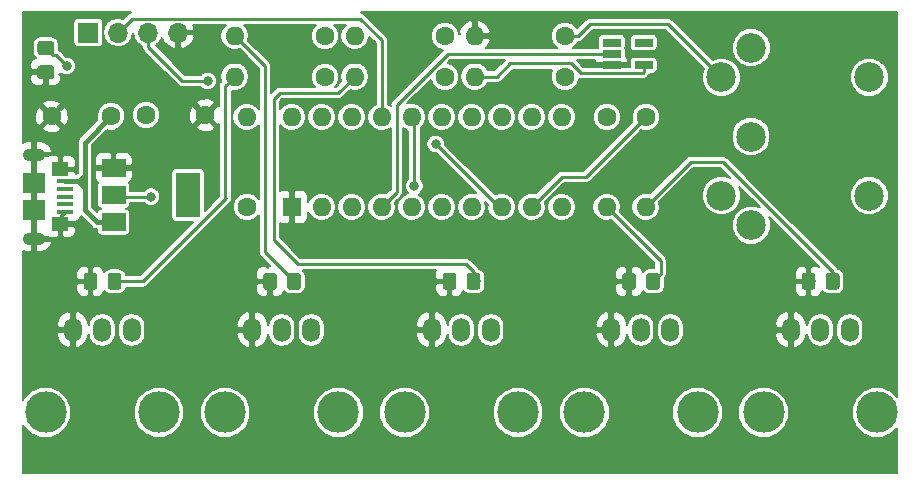
<source format=gbr>
G04 #@! TF.GenerationSoftware,KiCad,Pcbnew,(5.0.2)-1*
G04 #@! TF.CreationDate,2019-03-15T15:40:50+01:00*
G04 #@! TF.ProjectId,CCdrum,43436472-756d-42e6-9b69-6361645f7063,rev?*
G04 #@! TF.SameCoordinates,Original*
G04 #@! TF.FileFunction,Copper,L1,Top*
G04 #@! TF.FilePolarity,Positive*
%FSLAX46Y46*%
G04 Gerber Fmt 4.6, Leading zero omitted, Abs format (unit mm)*
G04 Created by KiCad (PCBNEW (5.0.2)-1) date 15/03/2019 15:40:50*
%MOMM*%
%LPD*%
G01*
G04 APERTURE LIST*
G04 #@! TA.AperFunction,ComponentPad*
%ADD10R,1.600000X1.600000*%
G04 #@! TD*
G04 #@! TA.AperFunction,ComponentPad*
%ADD11O,1.600000X1.600000*%
G04 #@! TD*
G04 #@! TA.AperFunction,ComponentPad*
%ADD12C,1.600000*%
G04 #@! TD*
G04 #@! TA.AperFunction,ComponentPad*
%ADD13R,1.700000X1.700000*%
G04 #@! TD*
G04 #@! TA.AperFunction,ComponentPad*
%ADD14O,1.700000X1.700000*%
G04 #@! TD*
G04 #@! TA.AperFunction,Conductor*
%ADD15C,0.100000*%
G04 #@! TD*
G04 #@! TA.AperFunction,SMDPad,CuDef*
%ADD16C,1.150000*%
G04 #@! TD*
G04 #@! TA.AperFunction,SMDPad,CuDef*
%ADD17R,2.000000X3.800000*%
G04 #@! TD*
G04 #@! TA.AperFunction,SMDPad,CuDef*
%ADD18R,2.000000X1.500000*%
G04 #@! TD*
G04 #@! TA.AperFunction,ComponentPad*
%ADD19C,2.499360*%
G04 #@! TD*
G04 #@! TA.AperFunction,ComponentPad*
%ADD20O,1.500000X2.000000*%
G04 #@! TD*
G04 #@! TA.AperFunction,ComponentPad*
%ADD21C,3.500000*%
G04 #@! TD*
G04 #@! TA.AperFunction,SMDPad,CuDef*
%ADD22R,1.900000X1.750000*%
G04 #@! TD*
G04 #@! TA.AperFunction,SMDPad,CuDef*
%ADD23R,1.400000X0.400000*%
G04 #@! TD*
G04 #@! TA.AperFunction,ComponentPad*
%ADD24O,1.900000X1.050000*%
G04 #@! TD*
G04 #@! TA.AperFunction,SMDPad,CuDef*
%ADD25R,1.450000X1.150000*%
G04 #@! TD*
G04 #@! TA.AperFunction,SMDPad,CuDef*
%ADD26R,1.560000X0.650000*%
G04 #@! TD*
G04 #@! TA.AperFunction,ViaPad*
%ADD27C,0.800000*%
G04 #@! TD*
G04 #@! TA.AperFunction,Conductor*
%ADD28C,0.250000*%
G04 #@! TD*
G04 #@! TA.AperFunction,Conductor*
%ADD29C,0.400000*%
G04 #@! TD*
G04 #@! TA.AperFunction,Conductor*
%ADD30C,0.200000*%
G04 #@! TD*
G04 APERTURE END LIST*
D10*
G04 #@! TO.P,U1,1*
G04 #@! TO.N,GND*
X128016000Y-86868000D03*
D11*
G04 #@! TO.P,U1,11*
G04 #@! TO.N,LED_DRV*
X150876000Y-79248000D03*
G04 #@! TO.P,U1,2*
G04 #@! TO.N,BIT*
X130556000Y-86868000D03*
G04 #@! TO.P,U1,12*
G04 #@! TO.N,LED_PAN*
X148336000Y-79248000D03*
G04 #@! TO.P,U1,3*
G04 #@! TO.N,RXD*
X133096000Y-86868000D03*
G04 #@! TO.P,U1,13*
G04 #@! TO.N,LED_STATUS*
X145796000Y-79248000D03*
G04 #@! TO.P,U1,4*
G04 #@! TO.N,TXD*
X135636000Y-86868000D03*
G04 #@! TO.P,U1,14*
G04 #@! TO.N,Net-(U1-Pad14)*
X143256000Y-79248000D03*
G04 #@! TO.P,U1,5*
G04 #@! TO.N,FLD*
X138176000Y-86868000D03*
G04 #@! TO.P,U1,15*
G04 #@! TO.N,GAN*
X140716000Y-79248000D03*
G04 #@! TO.P,U1,6*
G04 #@! TO.N,DRV*
X140716000Y-86868000D03*
G04 #@! TO.P,U1,16*
G04 #@! TO.N,RST*
X138176000Y-79248000D03*
G04 #@! TO.P,U1,7*
G04 #@! TO.N,PAN*
X143256000Y-86868000D03*
G04 #@! TO.P,U1,17*
G04 #@! TO.N,TEST*
X135636000Y-79248000D03*
G04 #@! TO.P,U1,8*
G04 #@! TO.N,LED_BIT*
X145796000Y-86868000D03*
G04 #@! TO.P,U1,18*
G04 #@! TO.N,Net-(U1-Pad18)*
X133096000Y-79248000D03*
G04 #@! TO.P,U1,9*
G04 #@! TO.N,LED_GAN*
X148336000Y-86868000D03*
G04 #@! TO.P,U1,19*
G04 #@! TO.N,Net-(U1-Pad19)*
X130556000Y-79248000D03*
G04 #@! TO.P,U1,10*
G04 #@! TO.N,LED_FLD*
X150876000Y-86868000D03*
G04 #@! TO.P,U1,20*
G04 #@! TO.N,+3V3*
X128016000Y-79248000D03*
G04 #@! TD*
D12*
G04 #@! TO.P,R13,1*
G04 #@! TO.N,LED_GAN*
X157988000Y-79248000D03*
D11*
G04 #@! TO.P,R13,2*
G04 #@! TO.N,Net-(D5-Pad2)*
X157988000Y-86868000D03*
G04 #@! TD*
G04 #@! TO.P,R15,2*
G04 #@! TO.N,Net-(D7-Pad2)*
X133351752Y-72390000D03*
D12*
G04 #@! TO.P,R15,1*
G04 #@! TO.N,LED_STATUS*
X140971752Y-72390000D03*
G04 #@! TD*
G04 #@! TO.P,R12,1*
G04 #@! TO.N,LED_PAN*
X154686000Y-79248000D03*
D11*
G04 #@! TO.P,R12,2*
G04 #@! TO.N,Net-(D4-Pad2)*
X154686000Y-86868000D03*
G04 #@! TD*
D13*
G04 #@! TO.P,J4,1*
G04 #@! TO.N,+3V3*
X110776000Y-72100000D03*
D14*
G04 #@! TO.P,J4,2*
G04 #@! TO.N,TEST*
X113316000Y-72100000D03*
G04 #@! TO.P,J4,3*
G04 #@! TO.N,RST*
X115856000Y-72100000D03*
G04 #@! TO.P,J4,4*
G04 #@! TO.N,GND*
X118396000Y-72100000D03*
G04 #@! TD*
D15*
G04 #@! TO.N,Net-(D1-Pad2)*
G04 #@! TO.C,D1*
G36*
X113367005Y-92465204D02*
X113391273Y-92468804D01*
X113415072Y-92474765D01*
X113438171Y-92483030D01*
X113460350Y-92493520D01*
X113481393Y-92506132D01*
X113501099Y-92520747D01*
X113519277Y-92537223D01*
X113535753Y-92555401D01*
X113550368Y-92575107D01*
X113562980Y-92596150D01*
X113573470Y-92618329D01*
X113581735Y-92641428D01*
X113587696Y-92665227D01*
X113591296Y-92689495D01*
X113592500Y-92713999D01*
X113592500Y-93614001D01*
X113591296Y-93638505D01*
X113587696Y-93662773D01*
X113581735Y-93686572D01*
X113573470Y-93709671D01*
X113562980Y-93731850D01*
X113550368Y-93752893D01*
X113535753Y-93772599D01*
X113519277Y-93790777D01*
X113501099Y-93807253D01*
X113481393Y-93821868D01*
X113460350Y-93834480D01*
X113438171Y-93844970D01*
X113415072Y-93853235D01*
X113391273Y-93859196D01*
X113367005Y-93862796D01*
X113342501Y-93864000D01*
X112692499Y-93864000D01*
X112667995Y-93862796D01*
X112643727Y-93859196D01*
X112619928Y-93853235D01*
X112596829Y-93844970D01*
X112574650Y-93834480D01*
X112553607Y-93821868D01*
X112533901Y-93807253D01*
X112515723Y-93790777D01*
X112499247Y-93772599D01*
X112484632Y-93752893D01*
X112472020Y-93731850D01*
X112461530Y-93709671D01*
X112453265Y-93686572D01*
X112447304Y-93662773D01*
X112443704Y-93638505D01*
X112442500Y-93614001D01*
X112442500Y-92713999D01*
X112443704Y-92689495D01*
X112447304Y-92665227D01*
X112453265Y-92641428D01*
X112461530Y-92618329D01*
X112472020Y-92596150D01*
X112484632Y-92575107D01*
X112499247Y-92555401D01*
X112515723Y-92537223D01*
X112533901Y-92520747D01*
X112553607Y-92506132D01*
X112574650Y-92493520D01*
X112596829Y-92483030D01*
X112619928Y-92474765D01*
X112643727Y-92468804D01*
X112667995Y-92465204D01*
X112692499Y-92464000D01*
X113342501Y-92464000D01*
X113367005Y-92465204D01*
X113367005Y-92465204D01*
G37*
D16*
G04 #@! TD*
G04 #@! TO.P,D1,2*
G04 #@! TO.N,Net-(D1-Pad2)*
X113017500Y-93164000D03*
D15*
G04 #@! TO.N,GND*
G04 #@! TO.C,D1*
G36*
X111317005Y-92465204D02*
X111341273Y-92468804D01*
X111365072Y-92474765D01*
X111388171Y-92483030D01*
X111410350Y-92493520D01*
X111431393Y-92506132D01*
X111451099Y-92520747D01*
X111469277Y-92537223D01*
X111485753Y-92555401D01*
X111500368Y-92575107D01*
X111512980Y-92596150D01*
X111523470Y-92618329D01*
X111531735Y-92641428D01*
X111537696Y-92665227D01*
X111541296Y-92689495D01*
X111542500Y-92713999D01*
X111542500Y-93614001D01*
X111541296Y-93638505D01*
X111537696Y-93662773D01*
X111531735Y-93686572D01*
X111523470Y-93709671D01*
X111512980Y-93731850D01*
X111500368Y-93752893D01*
X111485753Y-93772599D01*
X111469277Y-93790777D01*
X111451099Y-93807253D01*
X111431393Y-93821868D01*
X111410350Y-93834480D01*
X111388171Y-93844970D01*
X111365072Y-93853235D01*
X111341273Y-93859196D01*
X111317005Y-93862796D01*
X111292501Y-93864000D01*
X110642499Y-93864000D01*
X110617995Y-93862796D01*
X110593727Y-93859196D01*
X110569928Y-93853235D01*
X110546829Y-93844970D01*
X110524650Y-93834480D01*
X110503607Y-93821868D01*
X110483901Y-93807253D01*
X110465723Y-93790777D01*
X110449247Y-93772599D01*
X110434632Y-93752893D01*
X110422020Y-93731850D01*
X110411530Y-93709671D01*
X110403265Y-93686572D01*
X110397304Y-93662773D01*
X110393704Y-93638505D01*
X110392500Y-93614001D01*
X110392500Y-92713999D01*
X110393704Y-92689495D01*
X110397304Y-92665227D01*
X110403265Y-92641428D01*
X110411530Y-92618329D01*
X110422020Y-92596150D01*
X110434632Y-92575107D01*
X110449247Y-92555401D01*
X110465723Y-92537223D01*
X110483901Y-92520747D01*
X110503607Y-92506132D01*
X110524650Y-92493520D01*
X110546829Y-92483030D01*
X110569928Y-92474765D01*
X110593727Y-92468804D01*
X110617995Y-92465204D01*
X110642499Y-92464000D01*
X111292501Y-92464000D01*
X111317005Y-92465204D01*
X111317005Y-92465204D01*
G37*
D16*
G04 #@! TD*
G04 #@! TO.P,D1,1*
G04 #@! TO.N,GND*
X110967500Y-93164000D03*
D15*
G04 #@! TO.N,GND*
G04 #@! TO.C,D2*
G36*
X126517005Y-92465204D02*
X126541273Y-92468804D01*
X126565072Y-92474765D01*
X126588171Y-92483030D01*
X126610350Y-92493520D01*
X126631393Y-92506132D01*
X126651099Y-92520747D01*
X126669277Y-92537223D01*
X126685753Y-92555401D01*
X126700368Y-92575107D01*
X126712980Y-92596150D01*
X126723470Y-92618329D01*
X126731735Y-92641428D01*
X126737696Y-92665227D01*
X126741296Y-92689495D01*
X126742500Y-92713999D01*
X126742500Y-93614001D01*
X126741296Y-93638505D01*
X126737696Y-93662773D01*
X126731735Y-93686572D01*
X126723470Y-93709671D01*
X126712980Y-93731850D01*
X126700368Y-93752893D01*
X126685753Y-93772599D01*
X126669277Y-93790777D01*
X126651099Y-93807253D01*
X126631393Y-93821868D01*
X126610350Y-93834480D01*
X126588171Y-93844970D01*
X126565072Y-93853235D01*
X126541273Y-93859196D01*
X126517005Y-93862796D01*
X126492501Y-93864000D01*
X125842499Y-93864000D01*
X125817995Y-93862796D01*
X125793727Y-93859196D01*
X125769928Y-93853235D01*
X125746829Y-93844970D01*
X125724650Y-93834480D01*
X125703607Y-93821868D01*
X125683901Y-93807253D01*
X125665723Y-93790777D01*
X125649247Y-93772599D01*
X125634632Y-93752893D01*
X125622020Y-93731850D01*
X125611530Y-93709671D01*
X125603265Y-93686572D01*
X125597304Y-93662773D01*
X125593704Y-93638505D01*
X125592500Y-93614001D01*
X125592500Y-92713999D01*
X125593704Y-92689495D01*
X125597304Y-92665227D01*
X125603265Y-92641428D01*
X125611530Y-92618329D01*
X125622020Y-92596150D01*
X125634632Y-92575107D01*
X125649247Y-92555401D01*
X125665723Y-92537223D01*
X125683901Y-92520747D01*
X125703607Y-92506132D01*
X125724650Y-92493520D01*
X125746829Y-92483030D01*
X125769928Y-92474765D01*
X125793727Y-92468804D01*
X125817995Y-92465204D01*
X125842499Y-92464000D01*
X126492501Y-92464000D01*
X126517005Y-92465204D01*
X126517005Y-92465204D01*
G37*
D16*
G04 #@! TD*
G04 #@! TO.P,D2,1*
G04 #@! TO.N,GND*
X126167500Y-93164000D03*
D15*
G04 #@! TO.N,Net-(D2-Pad2)*
G04 #@! TO.C,D2*
G36*
X128567005Y-92465204D02*
X128591273Y-92468804D01*
X128615072Y-92474765D01*
X128638171Y-92483030D01*
X128660350Y-92493520D01*
X128681393Y-92506132D01*
X128701099Y-92520747D01*
X128719277Y-92537223D01*
X128735753Y-92555401D01*
X128750368Y-92575107D01*
X128762980Y-92596150D01*
X128773470Y-92618329D01*
X128781735Y-92641428D01*
X128787696Y-92665227D01*
X128791296Y-92689495D01*
X128792500Y-92713999D01*
X128792500Y-93614001D01*
X128791296Y-93638505D01*
X128787696Y-93662773D01*
X128781735Y-93686572D01*
X128773470Y-93709671D01*
X128762980Y-93731850D01*
X128750368Y-93752893D01*
X128735753Y-93772599D01*
X128719277Y-93790777D01*
X128701099Y-93807253D01*
X128681393Y-93821868D01*
X128660350Y-93834480D01*
X128638171Y-93844970D01*
X128615072Y-93853235D01*
X128591273Y-93859196D01*
X128567005Y-93862796D01*
X128542501Y-93864000D01*
X127892499Y-93864000D01*
X127867995Y-93862796D01*
X127843727Y-93859196D01*
X127819928Y-93853235D01*
X127796829Y-93844970D01*
X127774650Y-93834480D01*
X127753607Y-93821868D01*
X127733901Y-93807253D01*
X127715723Y-93790777D01*
X127699247Y-93772599D01*
X127684632Y-93752893D01*
X127672020Y-93731850D01*
X127661530Y-93709671D01*
X127653265Y-93686572D01*
X127647304Y-93662773D01*
X127643704Y-93638505D01*
X127642500Y-93614001D01*
X127642500Y-92713999D01*
X127643704Y-92689495D01*
X127647304Y-92665227D01*
X127653265Y-92641428D01*
X127661530Y-92618329D01*
X127672020Y-92596150D01*
X127684632Y-92575107D01*
X127699247Y-92555401D01*
X127715723Y-92537223D01*
X127733901Y-92520747D01*
X127753607Y-92506132D01*
X127774650Y-92493520D01*
X127796829Y-92483030D01*
X127819928Y-92474765D01*
X127843727Y-92468804D01*
X127867995Y-92465204D01*
X127892499Y-92464000D01*
X128542501Y-92464000D01*
X128567005Y-92465204D01*
X128567005Y-92465204D01*
G37*
D16*
G04 #@! TD*
G04 #@! TO.P,D2,2*
G04 #@! TO.N,Net-(D2-Pad2)*
X128217500Y-93164000D03*
D15*
G04 #@! TO.N,Net-(D3-Pad2)*
G04 #@! TO.C,D3*
G36*
X143767005Y-92465204D02*
X143791273Y-92468804D01*
X143815072Y-92474765D01*
X143838171Y-92483030D01*
X143860350Y-92493520D01*
X143881393Y-92506132D01*
X143901099Y-92520747D01*
X143919277Y-92537223D01*
X143935753Y-92555401D01*
X143950368Y-92575107D01*
X143962980Y-92596150D01*
X143973470Y-92618329D01*
X143981735Y-92641428D01*
X143987696Y-92665227D01*
X143991296Y-92689495D01*
X143992500Y-92713999D01*
X143992500Y-93614001D01*
X143991296Y-93638505D01*
X143987696Y-93662773D01*
X143981735Y-93686572D01*
X143973470Y-93709671D01*
X143962980Y-93731850D01*
X143950368Y-93752893D01*
X143935753Y-93772599D01*
X143919277Y-93790777D01*
X143901099Y-93807253D01*
X143881393Y-93821868D01*
X143860350Y-93834480D01*
X143838171Y-93844970D01*
X143815072Y-93853235D01*
X143791273Y-93859196D01*
X143767005Y-93862796D01*
X143742501Y-93864000D01*
X143092499Y-93864000D01*
X143067995Y-93862796D01*
X143043727Y-93859196D01*
X143019928Y-93853235D01*
X142996829Y-93844970D01*
X142974650Y-93834480D01*
X142953607Y-93821868D01*
X142933901Y-93807253D01*
X142915723Y-93790777D01*
X142899247Y-93772599D01*
X142884632Y-93752893D01*
X142872020Y-93731850D01*
X142861530Y-93709671D01*
X142853265Y-93686572D01*
X142847304Y-93662773D01*
X142843704Y-93638505D01*
X142842500Y-93614001D01*
X142842500Y-92713999D01*
X142843704Y-92689495D01*
X142847304Y-92665227D01*
X142853265Y-92641428D01*
X142861530Y-92618329D01*
X142872020Y-92596150D01*
X142884632Y-92575107D01*
X142899247Y-92555401D01*
X142915723Y-92537223D01*
X142933901Y-92520747D01*
X142953607Y-92506132D01*
X142974650Y-92493520D01*
X142996829Y-92483030D01*
X143019928Y-92474765D01*
X143043727Y-92468804D01*
X143067995Y-92465204D01*
X143092499Y-92464000D01*
X143742501Y-92464000D01*
X143767005Y-92465204D01*
X143767005Y-92465204D01*
G37*
D16*
G04 #@! TD*
G04 #@! TO.P,D3,2*
G04 #@! TO.N,Net-(D3-Pad2)*
X143417500Y-93164000D03*
D15*
G04 #@! TO.N,GND*
G04 #@! TO.C,D3*
G36*
X141717005Y-92465204D02*
X141741273Y-92468804D01*
X141765072Y-92474765D01*
X141788171Y-92483030D01*
X141810350Y-92493520D01*
X141831393Y-92506132D01*
X141851099Y-92520747D01*
X141869277Y-92537223D01*
X141885753Y-92555401D01*
X141900368Y-92575107D01*
X141912980Y-92596150D01*
X141923470Y-92618329D01*
X141931735Y-92641428D01*
X141937696Y-92665227D01*
X141941296Y-92689495D01*
X141942500Y-92713999D01*
X141942500Y-93614001D01*
X141941296Y-93638505D01*
X141937696Y-93662773D01*
X141931735Y-93686572D01*
X141923470Y-93709671D01*
X141912980Y-93731850D01*
X141900368Y-93752893D01*
X141885753Y-93772599D01*
X141869277Y-93790777D01*
X141851099Y-93807253D01*
X141831393Y-93821868D01*
X141810350Y-93834480D01*
X141788171Y-93844970D01*
X141765072Y-93853235D01*
X141741273Y-93859196D01*
X141717005Y-93862796D01*
X141692501Y-93864000D01*
X141042499Y-93864000D01*
X141017995Y-93862796D01*
X140993727Y-93859196D01*
X140969928Y-93853235D01*
X140946829Y-93844970D01*
X140924650Y-93834480D01*
X140903607Y-93821868D01*
X140883901Y-93807253D01*
X140865723Y-93790777D01*
X140849247Y-93772599D01*
X140834632Y-93752893D01*
X140822020Y-93731850D01*
X140811530Y-93709671D01*
X140803265Y-93686572D01*
X140797304Y-93662773D01*
X140793704Y-93638505D01*
X140792500Y-93614001D01*
X140792500Y-92713999D01*
X140793704Y-92689495D01*
X140797304Y-92665227D01*
X140803265Y-92641428D01*
X140811530Y-92618329D01*
X140822020Y-92596150D01*
X140834632Y-92575107D01*
X140849247Y-92555401D01*
X140865723Y-92537223D01*
X140883901Y-92520747D01*
X140903607Y-92506132D01*
X140924650Y-92493520D01*
X140946829Y-92483030D01*
X140969928Y-92474765D01*
X140993727Y-92468804D01*
X141017995Y-92465204D01*
X141042499Y-92464000D01*
X141692501Y-92464000D01*
X141717005Y-92465204D01*
X141717005Y-92465204D01*
G37*
D16*
G04 #@! TD*
G04 #@! TO.P,D3,1*
G04 #@! TO.N,GND*
X141367500Y-93164000D03*
D15*
G04 #@! TO.N,GND*
G04 #@! TO.C,D4*
G36*
X156917005Y-92465204D02*
X156941273Y-92468804D01*
X156965072Y-92474765D01*
X156988171Y-92483030D01*
X157010350Y-92493520D01*
X157031393Y-92506132D01*
X157051099Y-92520747D01*
X157069277Y-92537223D01*
X157085753Y-92555401D01*
X157100368Y-92575107D01*
X157112980Y-92596150D01*
X157123470Y-92618329D01*
X157131735Y-92641428D01*
X157137696Y-92665227D01*
X157141296Y-92689495D01*
X157142500Y-92713999D01*
X157142500Y-93614001D01*
X157141296Y-93638505D01*
X157137696Y-93662773D01*
X157131735Y-93686572D01*
X157123470Y-93709671D01*
X157112980Y-93731850D01*
X157100368Y-93752893D01*
X157085753Y-93772599D01*
X157069277Y-93790777D01*
X157051099Y-93807253D01*
X157031393Y-93821868D01*
X157010350Y-93834480D01*
X156988171Y-93844970D01*
X156965072Y-93853235D01*
X156941273Y-93859196D01*
X156917005Y-93862796D01*
X156892501Y-93864000D01*
X156242499Y-93864000D01*
X156217995Y-93862796D01*
X156193727Y-93859196D01*
X156169928Y-93853235D01*
X156146829Y-93844970D01*
X156124650Y-93834480D01*
X156103607Y-93821868D01*
X156083901Y-93807253D01*
X156065723Y-93790777D01*
X156049247Y-93772599D01*
X156034632Y-93752893D01*
X156022020Y-93731850D01*
X156011530Y-93709671D01*
X156003265Y-93686572D01*
X155997304Y-93662773D01*
X155993704Y-93638505D01*
X155992500Y-93614001D01*
X155992500Y-92713999D01*
X155993704Y-92689495D01*
X155997304Y-92665227D01*
X156003265Y-92641428D01*
X156011530Y-92618329D01*
X156022020Y-92596150D01*
X156034632Y-92575107D01*
X156049247Y-92555401D01*
X156065723Y-92537223D01*
X156083901Y-92520747D01*
X156103607Y-92506132D01*
X156124650Y-92493520D01*
X156146829Y-92483030D01*
X156169928Y-92474765D01*
X156193727Y-92468804D01*
X156217995Y-92465204D01*
X156242499Y-92464000D01*
X156892501Y-92464000D01*
X156917005Y-92465204D01*
X156917005Y-92465204D01*
G37*
D16*
G04 #@! TD*
G04 #@! TO.P,D4,1*
G04 #@! TO.N,GND*
X156567500Y-93164000D03*
D15*
G04 #@! TO.N,Net-(D4-Pad2)*
G04 #@! TO.C,D4*
G36*
X158967005Y-92465204D02*
X158991273Y-92468804D01*
X159015072Y-92474765D01*
X159038171Y-92483030D01*
X159060350Y-92493520D01*
X159081393Y-92506132D01*
X159101099Y-92520747D01*
X159119277Y-92537223D01*
X159135753Y-92555401D01*
X159150368Y-92575107D01*
X159162980Y-92596150D01*
X159173470Y-92618329D01*
X159181735Y-92641428D01*
X159187696Y-92665227D01*
X159191296Y-92689495D01*
X159192500Y-92713999D01*
X159192500Y-93614001D01*
X159191296Y-93638505D01*
X159187696Y-93662773D01*
X159181735Y-93686572D01*
X159173470Y-93709671D01*
X159162980Y-93731850D01*
X159150368Y-93752893D01*
X159135753Y-93772599D01*
X159119277Y-93790777D01*
X159101099Y-93807253D01*
X159081393Y-93821868D01*
X159060350Y-93834480D01*
X159038171Y-93844970D01*
X159015072Y-93853235D01*
X158991273Y-93859196D01*
X158967005Y-93862796D01*
X158942501Y-93864000D01*
X158292499Y-93864000D01*
X158267995Y-93862796D01*
X158243727Y-93859196D01*
X158219928Y-93853235D01*
X158196829Y-93844970D01*
X158174650Y-93834480D01*
X158153607Y-93821868D01*
X158133901Y-93807253D01*
X158115723Y-93790777D01*
X158099247Y-93772599D01*
X158084632Y-93752893D01*
X158072020Y-93731850D01*
X158061530Y-93709671D01*
X158053265Y-93686572D01*
X158047304Y-93662773D01*
X158043704Y-93638505D01*
X158042500Y-93614001D01*
X158042500Y-92713999D01*
X158043704Y-92689495D01*
X158047304Y-92665227D01*
X158053265Y-92641428D01*
X158061530Y-92618329D01*
X158072020Y-92596150D01*
X158084632Y-92575107D01*
X158099247Y-92555401D01*
X158115723Y-92537223D01*
X158133901Y-92520747D01*
X158153607Y-92506132D01*
X158174650Y-92493520D01*
X158196829Y-92483030D01*
X158219928Y-92474765D01*
X158243727Y-92468804D01*
X158267995Y-92465204D01*
X158292499Y-92464000D01*
X158942501Y-92464000D01*
X158967005Y-92465204D01*
X158967005Y-92465204D01*
G37*
D16*
G04 #@! TD*
G04 #@! TO.P,D4,2*
G04 #@! TO.N,Net-(D4-Pad2)*
X158617500Y-93164000D03*
D15*
G04 #@! TO.N,Net-(D5-Pad2)*
G04 #@! TO.C,D5*
G36*
X174167005Y-92465204D02*
X174191273Y-92468804D01*
X174215072Y-92474765D01*
X174238171Y-92483030D01*
X174260350Y-92493520D01*
X174281393Y-92506132D01*
X174301099Y-92520747D01*
X174319277Y-92537223D01*
X174335753Y-92555401D01*
X174350368Y-92575107D01*
X174362980Y-92596150D01*
X174373470Y-92618329D01*
X174381735Y-92641428D01*
X174387696Y-92665227D01*
X174391296Y-92689495D01*
X174392500Y-92713999D01*
X174392500Y-93614001D01*
X174391296Y-93638505D01*
X174387696Y-93662773D01*
X174381735Y-93686572D01*
X174373470Y-93709671D01*
X174362980Y-93731850D01*
X174350368Y-93752893D01*
X174335753Y-93772599D01*
X174319277Y-93790777D01*
X174301099Y-93807253D01*
X174281393Y-93821868D01*
X174260350Y-93834480D01*
X174238171Y-93844970D01*
X174215072Y-93853235D01*
X174191273Y-93859196D01*
X174167005Y-93862796D01*
X174142501Y-93864000D01*
X173492499Y-93864000D01*
X173467995Y-93862796D01*
X173443727Y-93859196D01*
X173419928Y-93853235D01*
X173396829Y-93844970D01*
X173374650Y-93834480D01*
X173353607Y-93821868D01*
X173333901Y-93807253D01*
X173315723Y-93790777D01*
X173299247Y-93772599D01*
X173284632Y-93752893D01*
X173272020Y-93731850D01*
X173261530Y-93709671D01*
X173253265Y-93686572D01*
X173247304Y-93662773D01*
X173243704Y-93638505D01*
X173242500Y-93614001D01*
X173242500Y-92713999D01*
X173243704Y-92689495D01*
X173247304Y-92665227D01*
X173253265Y-92641428D01*
X173261530Y-92618329D01*
X173272020Y-92596150D01*
X173284632Y-92575107D01*
X173299247Y-92555401D01*
X173315723Y-92537223D01*
X173333901Y-92520747D01*
X173353607Y-92506132D01*
X173374650Y-92493520D01*
X173396829Y-92483030D01*
X173419928Y-92474765D01*
X173443727Y-92468804D01*
X173467995Y-92465204D01*
X173492499Y-92464000D01*
X174142501Y-92464000D01*
X174167005Y-92465204D01*
X174167005Y-92465204D01*
G37*
D16*
G04 #@! TD*
G04 #@! TO.P,D5,2*
G04 #@! TO.N,Net-(D5-Pad2)*
X173817500Y-93164000D03*
D15*
G04 #@! TO.N,GND*
G04 #@! TO.C,D5*
G36*
X172117005Y-92465204D02*
X172141273Y-92468804D01*
X172165072Y-92474765D01*
X172188171Y-92483030D01*
X172210350Y-92493520D01*
X172231393Y-92506132D01*
X172251099Y-92520747D01*
X172269277Y-92537223D01*
X172285753Y-92555401D01*
X172300368Y-92575107D01*
X172312980Y-92596150D01*
X172323470Y-92618329D01*
X172331735Y-92641428D01*
X172337696Y-92665227D01*
X172341296Y-92689495D01*
X172342500Y-92713999D01*
X172342500Y-93614001D01*
X172341296Y-93638505D01*
X172337696Y-93662773D01*
X172331735Y-93686572D01*
X172323470Y-93709671D01*
X172312980Y-93731850D01*
X172300368Y-93752893D01*
X172285753Y-93772599D01*
X172269277Y-93790777D01*
X172251099Y-93807253D01*
X172231393Y-93821868D01*
X172210350Y-93834480D01*
X172188171Y-93844970D01*
X172165072Y-93853235D01*
X172141273Y-93859196D01*
X172117005Y-93862796D01*
X172092501Y-93864000D01*
X171442499Y-93864000D01*
X171417995Y-93862796D01*
X171393727Y-93859196D01*
X171369928Y-93853235D01*
X171346829Y-93844970D01*
X171324650Y-93834480D01*
X171303607Y-93821868D01*
X171283901Y-93807253D01*
X171265723Y-93790777D01*
X171249247Y-93772599D01*
X171234632Y-93752893D01*
X171222020Y-93731850D01*
X171211530Y-93709671D01*
X171203265Y-93686572D01*
X171197304Y-93662773D01*
X171193704Y-93638505D01*
X171192500Y-93614001D01*
X171192500Y-92713999D01*
X171193704Y-92689495D01*
X171197304Y-92665227D01*
X171203265Y-92641428D01*
X171211530Y-92618329D01*
X171222020Y-92596150D01*
X171234632Y-92575107D01*
X171249247Y-92555401D01*
X171265723Y-92537223D01*
X171283901Y-92520747D01*
X171303607Y-92506132D01*
X171324650Y-92493520D01*
X171346829Y-92483030D01*
X171369928Y-92474765D01*
X171393727Y-92468804D01*
X171417995Y-92465204D01*
X171442499Y-92464000D01*
X172092501Y-92464000D01*
X172117005Y-92465204D01*
X172117005Y-92465204D01*
G37*
D16*
G04 #@! TD*
G04 #@! TO.P,D5,1*
G04 #@! TO.N,GND*
X171767500Y-93164000D03*
D15*
G04 #@! TO.N,GND*
G04 #@! TO.C,D7*
G36*
X107662505Y-74873204D02*
X107686773Y-74876804D01*
X107710572Y-74882765D01*
X107733671Y-74891030D01*
X107755850Y-74901520D01*
X107776893Y-74914132D01*
X107796599Y-74928747D01*
X107814777Y-74945223D01*
X107831253Y-74963401D01*
X107845868Y-74983107D01*
X107858480Y-75004150D01*
X107868970Y-75026329D01*
X107877235Y-75049428D01*
X107883196Y-75073227D01*
X107886796Y-75097495D01*
X107888000Y-75121999D01*
X107888000Y-75772001D01*
X107886796Y-75796505D01*
X107883196Y-75820773D01*
X107877235Y-75844572D01*
X107868970Y-75867671D01*
X107858480Y-75889850D01*
X107845868Y-75910893D01*
X107831253Y-75930599D01*
X107814777Y-75948777D01*
X107796599Y-75965253D01*
X107776893Y-75979868D01*
X107755850Y-75992480D01*
X107733671Y-76002970D01*
X107710572Y-76011235D01*
X107686773Y-76017196D01*
X107662505Y-76020796D01*
X107638001Y-76022000D01*
X106737999Y-76022000D01*
X106713495Y-76020796D01*
X106689227Y-76017196D01*
X106665428Y-76011235D01*
X106642329Y-76002970D01*
X106620150Y-75992480D01*
X106599107Y-75979868D01*
X106579401Y-75965253D01*
X106561223Y-75948777D01*
X106544747Y-75930599D01*
X106530132Y-75910893D01*
X106517520Y-75889850D01*
X106507030Y-75867671D01*
X106498765Y-75844572D01*
X106492804Y-75820773D01*
X106489204Y-75796505D01*
X106488000Y-75772001D01*
X106488000Y-75121999D01*
X106489204Y-75097495D01*
X106492804Y-75073227D01*
X106498765Y-75049428D01*
X106507030Y-75026329D01*
X106517520Y-75004150D01*
X106530132Y-74983107D01*
X106544747Y-74963401D01*
X106561223Y-74945223D01*
X106579401Y-74928747D01*
X106599107Y-74914132D01*
X106620150Y-74901520D01*
X106642329Y-74891030D01*
X106665428Y-74882765D01*
X106689227Y-74876804D01*
X106713495Y-74873204D01*
X106737999Y-74872000D01*
X107638001Y-74872000D01*
X107662505Y-74873204D01*
X107662505Y-74873204D01*
G37*
D16*
G04 #@! TD*
G04 #@! TO.P,D7,1*
G04 #@! TO.N,GND*
X107188000Y-75447000D03*
D15*
G04 #@! TO.N,Net-(D7-Pad2)*
G04 #@! TO.C,D7*
G36*
X107662505Y-72823204D02*
X107686773Y-72826804D01*
X107710572Y-72832765D01*
X107733671Y-72841030D01*
X107755850Y-72851520D01*
X107776893Y-72864132D01*
X107796599Y-72878747D01*
X107814777Y-72895223D01*
X107831253Y-72913401D01*
X107845868Y-72933107D01*
X107858480Y-72954150D01*
X107868970Y-72976329D01*
X107877235Y-72999428D01*
X107883196Y-73023227D01*
X107886796Y-73047495D01*
X107888000Y-73071999D01*
X107888000Y-73722001D01*
X107886796Y-73746505D01*
X107883196Y-73770773D01*
X107877235Y-73794572D01*
X107868970Y-73817671D01*
X107858480Y-73839850D01*
X107845868Y-73860893D01*
X107831253Y-73880599D01*
X107814777Y-73898777D01*
X107796599Y-73915253D01*
X107776893Y-73929868D01*
X107755850Y-73942480D01*
X107733671Y-73952970D01*
X107710572Y-73961235D01*
X107686773Y-73967196D01*
X107662505Y-73970796D01*
X107638001Y-73972000D01*
X106737999Y-73972000D01*
X106713495Y-73970796D01*
X106689227Y-73967196D01*
X106665428Y-73961235D01*
X106642329Y-73952970D01*
X106620150Y-73942480D01*
X106599107Y-73929868D01*
X106579401Y-73915253D01*
X106561223Y-73898777D01*
X106544747Y-73880599D01*
X106530132Y-73860893D01*
X106517520Y-73839850D01*
X106507030Y-73817671D01*
X106498765Y-73794572D01*
X106492804Y-73770773D01*
X106489204Y-73746505D01*
X106488000Y-73722001D01*
X106488000Y-73071999D01*
X106489204Y-73047495D01*
X106492804Y-73023227D01*
X106498765Y-72999428D01*
X106507030Y-72976329D01*
X106517520Y-72954150D01*
X106530132Y-72933107D01*
X106544747Y-72913401D01*
X106561223Y-72895223D01*
X106579401Y-72878747D01*
X106599107Y-72864132D01*
X106620150Y-72851520D01*
X106642329Y-72841030D01*
X106665428Y-72832765D01*
X106689227Y-72826804D01*
X106713495Y-72823204D01*
X106737999Y-72822000D01*
X107638001Y-72822000D01*
X107662505Y-72823204D01*
X107662505Y-72823204D01*
G37*
D16*
G04 #@! TD*
G04 #@! TO.P,D7,2*
G04 #@! TO.N,Net-(D7-Pad2)*
X107188000Y-73397000D03*
D17*
G04 #@! TO.P,U2,2*
G04 #@! TO.N,N/C*
X119228000Y-85852000D03*
D18*
G04 #@! TO.N,+3V3*
X112928000Y-85852000D03*
G04 #@! TO.P,U2,3*
G04 #@! TO.N,+5V*
X112928000Y-88152000D03*
G04 #@! TO.P,U2,1*
G04 #@! TO.N,GND*
X112928000Y-83552000D03*
G04 #@! TD*
D19*
G04 #@! TO.P,J3,3*
G04 #@! TO.N,Net-(J3-Pad3)*
X166902800Y-88398080D03*
G04 #@! TO.P,J3,4*
G04 #@! TO.N,Net-(J3-Pad4)*
X164400900Y-75903820D03*
G04 #@! TO.P,J3,2*
G04 #@! TO.N,Net-(J3-Pad2)*
X166900260Y-80900000D03*
G04 #@! TO.P,J3,1*
G04 #@! TO.N,Net-(J3-Pad1)*
X166902800Y-73401920D03*
G04 #@! TO.P,J3,5*
G04 #@! TO.N,Net-(J3-Pad5)*
X164400900Y-85896180D03*
G04 #@! TO.P,J3,*
G04 #@! TO.N,*
X176897700Y-75898740D03*
X176897700Y-85901260D03*
G04 #@! TD*
D20*
G04 #@! TO.P,RV4,1*
G04 #@! TO.N,+3V3*
X160070000Y-97264000D03*
G04 #@! TO.P,RV4,2*
G04 #@! TO.N,PAN*
X157570000Y-97264000D03*
G04 #@! TO.P,RV4,3*
G04 #@! TO.N,GND*
X155070000Y-97264000D03*
D21*
G04 #@! TO.P,RV4,*
G04 #@! TO.N,*
X162370000Y-104264000D03*
X152770000Y-104264000D03*
G04 #@! TD*
G04 #@! TO.P,RV5,*
G04 #@! TO.N,*
X167970000Y-104264000D03*
X177570000Y-104264000D03*
D20*
G04 #@! TO.P,RV5,3*
G04 #@! TO.N,GND*
X170270000Y-97264000D03*
G04 #@! TO.P,RV5,2*
G04 #@! TO.N,GAN*
X172770000Y-97264000D03*
G04 #@! TO.P,RV5,1*
G04 #@! TO.N,+3V3*
X175270000Y-97264000D03*
G04 #@! TD*
G04 #@! TO.P,RV1,1*
G04 #@! TO.N,+3V3*
X114470000Y-97264000D03*
G04 #@! TO.P,RV1,2*
G04 #@! TO.N,BIT*
X111970000Y-97264000D03*
G04 #@! TO.P,RV1,3*
G04 #@! TO.N,GND*
X109470000Y-97264000D03*
D21*
G04 #@! TO.P,RV1,*
G04 #@! TO.N,*
X116770000Y-104264000D03*
X107170000Y-104264000D03*
G04 #@! TD*
G04 #@! TO.P,RV2,*
G04 #@! TO.N,*
X122370000Y-104264000D03*
X131970000Y-104264000D03*
D20*
G04 #@! TO.P,RV2,3*
G04 #@! TO.N,GND*
X124670000Y-97264000D03*
G04 #@! TO.P,RV2,2*
G04 #@! TO.N,FLD*
X127170000Y-97264000D03*
G04 #@! TO.P,RV2,1*
G04 #@! TO.N,+3V3*
X129670000Y-97264000D03*
G04 #@! TD*
G04 #@! TO.P,RV3,1*
G04 #@! TO.N,+3V3*
X144870000Y-97264000D03*
G04 #@! TO.P,RV3,2*
G04 #@! TO.N,DRV*
X142370000Y-97264000D03*
G04 #@! TO.P,RV3,3*
G04 #@! TO.N,GND*
X139870000Y-97264000D03*
D21*
G04 #@! TO.P,RV3,*
G04 #@! TO.N,*
X147170000Y-104264000D03*
X137570000Y-104264000D03*
G04 #@! TD*
D12*
G04 #@! TO.P,C1,2*
G04 #@! TO.N,GND*
X107700000Y-79200000D03*
G04 #@! TO.P,C1,1*
G04 #@! TO.N,+5V*
X112700000Y-79200000D03*
G04 #@! TD*
G04 #@! TO.P,C2,1*
G04 #@! TO.N,+3V3*
X115700000Y-79100000D03*
G04 #@! TO.P,C2,2*
G04 #@! TO.N,GND*
X120700000Y-79100000D03*
G04 #@! TD*
D22*
G04 #@! TO.P,J1,6*
G04 #@! TO.N,GND*
X106200000Y-87125000D03*
D23*
G04 #@! TO.P,J1,2*
G04 #@! TO.N,Net-(J1-Pad2)*
X108850000Y-85350000D03*
G04 #@! TO.P,J1,1*
G04 #@! TO.N,+5V*
X108850000Y-84700000D03*
G04 #@! TO.P,J1,5*
G04 #@! TO.N,GND*
X108850000Y-87300000D03*
G04 #@! TO.P,J1,4*
G04 #@! TO.N,Net-(J1-Pad4)*
X108850000Y-86650000D03*
G04 #@! TO.P,J1,3*
G04 #@! TO.N,Net-(J1-Pad3)*
X108850000Y-86000000D03*
D22*
G04 #@! TO.P,J1,6*
G04 #@! TO.N,GND*
X106200000Y-84875000D03*
D24*
X106200000Y-82425000D03*
X106200000Y-89575000D03*
D25*
X108430000Y-88320000D03*
X108430000Y-83680000D03*
G04 #@! TD*
D11*
G04 #@! TO.P,R10,2*
G04 #@! TO.N,GND*
X143510000Y-72390000D03*
D12*
G04 #@! TO.P,R10,1*
G04 #@! TO.N,Net-(J3-Pad4)*
X151130000Y-72390000D03*
G04 #@! TD*
G04 #@! TO.P,R9,1*
G04 #@! TO.N,Net-(J3-Pad5)*
X151130000Y-75836653D03*
D11*
G04 #@! TO.P,R9,2*
G04 #@! TO.N,Net-(R9-Pad2)*
X143510000Y-75836653D03*
G04 #@! TD*
G04 #@! TO.P,R11,2*
G04 #@! TO.N,Net-(D3-Pad2)*
X133351752Y-75836653D03*
D12*
G04 #@! TO.P,R11,1*
G04 #@! TO.N,LED_DRV*
X140971752Y-75836653D03*
G04 #@! TD*
D26*
G04 #@! TO.P,U3,1*
G04 #@! TO.N,N/C*
X155114000Y-72964000D03*
G04 #@! TO.P,U3,2*
G04 #@! TO.N,TXD*
X155114000Y-73914000D03*
G04 #@! TO.P,U3,3*
G04 #@! TO.N,GND*
X155114000Y-74864000D03*
G04 #@! TO.P,U3,4*
G04 #@! TO.N,Net-(R9-Pad2)*
X157814000Y-74864000D03*
G04 #@! TO.P,U3,5*
G04 #@! TO.N,VCC*
X157814000Y-72964000D03*
G04 #@! TD*
D12*
G04 #@! TO.P,R7,1*
G04 #@! TO.N,LED_BIT*
X130810000Y-75836653D03*
D11*
G04 #@! TO.P,R7,2*
G04 #@! TO.N,Net-(D1-Pad2)*
X123190000Y-75836653D03*
G04 #@! TD*
G04 #@! TO.P,R8,2*
G04 #@! TO.N,Net-(D2-Pad2)*
X123191752Y-72390000D03*
D12*
G04 #@! TO.P,R8,1*
G04 #@! TO.N,LED_FLD*
X130811752Y-72390000D03*
G04 #@! TD*
G04 #@! TO.P,R1,1*
G04 #@! TO.N,+3V3*
X124206000Y-86868000D03*
D11*
G04 #@! TO.P,R1,2*
G04 #@! TO.N,RST*
X124206000Y-79248000D03*
G04 #@! TD*
D27*
G04 #@! TO.N,LED_BIT*
X140208000Y-81534000D03*
G04 #@! TO.N,+3V3*
X116100000Y-86000000D03*
G04 #@! TO.N,Net-(D7-Pad2)*
X108966000Y-74930000D03*
G04 #@! TO.N,RST*
X120904000Y-76200000D03*
X138400000Y-85100000D03*
G04 #@! TD*
D28*
G04 #@! TO.N,GND*
X108430000Y-87720000D02*
X108850000Y-87300000D01*
X108430000Y-88320000D02*
X108430000Y-87720000D01*
G04 #@! TO.N,Net-(D2-Pad2)*
X128217500Y-93164000D02*
X125730000Y-90676500D01*
X125730000Y-74928248D02*
X123191752Y-72390000D01*
X125730000Y-90676500D02*
X125730000Y-74928248D01*
G04 #@! TO.N,LED_BIT*
X145542000Y-86868000D02*
X145796000Y-86868000D01*
X140208000Y-81534000D02*
X145542000Y-86868000D01*
G04 #@! TO.N,Net-(D1-Pad2)*
X122390001Y-76636652D02*
X123190000Y-75836653D01*
X122390001Y-86099003D02*
X122390001Y-76636652D01*
X122428000Y-86137002D02*
X122390001Y-86099003D01*
X115401002Y-93164000D02*
X122428000Y-86137002D01*
X113017500Y-93164000D02*
X115401002Y-93164000D01*
D29*
G04 #@! TO.N,+5V*
X111528000Y-88152000D02*
X110490000Y-87114000D01*
X112928000Y-88152000D02*
X111528000Y-88152000D01*
X109950000Y-84700000D02*
X108850000Y-84700000D01*
X110490000Y-85240000D02*
X109950000Y-84700000D01*
X110490000Y-87114000D02*
X110490000Y-85240000D01*
X112700000Y-79200000D02*
X110490000Y-81410000D01*
X109990000Y-84700000D02*
X110490000Y-84200000D01*
X109950000Y-84700000D02*
X109990000Y-84700000D01*
X110490000Y-81410000D02*
X110490000Y-84200000D01*
X110490000Y-84200000D02*
X110490000Y-85240000D01*
D28*
G04 #@! TO.N,+3V3*
X116100000Y-86000000D02*
X116100000Y-86000000D01*
X113076000Y-86000000D02*
X112928000Y-85852000D01*
X116100000Y-86000000D02*
X113076000Y-86000000D01*
G04 #@! TO.N,*
X119080000Y-86000000D02*
X119228000Y-85852000D01*
G04 #@! TO.N,TXD*
X141229403Y-73914000D02*
X136906000Y-78237403D01*
X155114000Y-73914000D02*
X141229403Y-73914000D01*
X136906000Y-85598000D02*
X135636000Y-86868000D01*
X136906000Y-78237403D02*
X136906000Y-85598000D01*
G04 #@! TO.N,Net-(R9-Pad2)*
X151670001Y-74711652D02*
X146522348Y-74711652D01*
X152472350Y-75514001D02*
X151670001Y-74711652D01*
X157738999Y-75514001D02*
X152472350Y-75514001D01*
X157814000Y-74864000D02*
X157814000Y-75439000D01*
X157814000Y-75439000D02*
X157738999Y-75514001D01*
X145397347Y-75836653D02*
X143510000Y-75836653D01*
X146522348Y-74711652D02*
X145397347Y-75836653D01*
G04 #@! TO.N,LED_GAN*
X157988000Y-79248000D02*
X152908000Y-84328000D01*
X150876000Y-84328000D02*
X148336000Y-86868000D01*
X152908000Y-84328000D02*
X150876000Y-84328000D01*
G04 #@! TO.N,Net-(D4-Pad2)*
X159240872Y-91422872D02*
X154686000Y-86868000D01*
X158617500Y-93164000D02*
X159240872Y-92540628D01*
X159240872Y-92540628D02*
X159240872Y-91422872D01*
G04 #@! TO.N,Net-(D3-Pad2)*
X131972405Y-77216000D02*
X133351752Y-75836653D01*
X143417500Y-92364000D02*
X142747500Y-91694000D01*
X143417500Y-93164000D02*
X143417500Y-92364000D01*
X142747500Y-91694000D02*
X128524000Y-91694000D01*
X128524000Y-91694000D02*
X126492000Y-89662000D01*
X126492000Y-89662000D02*
X126492000Y-77724000D01*
X127000000Y-77216000D02*
X131972405Y-77216000D01*
X126492000Y-77724000D02*
X127000000Y-77216000D01*
G04 #@! TO.N,Net-(D7-Pad2)*
X107811372Y-74020372D02*
X108056372Y-74020372D01*
X107188000Y-73397000D02*
X107811372Y-74020372D01*
X108056372Y-74020372D02*
X108966000Y-74930000D01*
X108966000Y-74930000D02*
X108966000Y-74930000D01*
G04 #@! TO.N,Net-(D5-Pad2)*
X173817500Y-92364000D02*
X164511500Y-83058000D01*
X173817500Y-93164000D02*
X173817500Y-92364000D01*
X161798000Y-83058000D02*
X157988000Y-86868000D01*
X164511500Y-83058000D02*
X161798000Y-83058000D01*
G04 #@! TO.N,Net-(J3-Pad4)*
X159871080Y-71374000D02*
X164400900Y-75903820D01*
X153277370Y-71374000D02*
X159871080Y-71374000D01*
X151130000Y-72390000D02*
X152261370Y-72390000D01*
X152261370Y-72390000D02*
X153277370Y-71374000D01*
G04 #@! TO.N,RST*
X115856000Y-73302081D02*
X118753919Y-76200000D01*
X115856000Y-72100000D02*
X115856000Y-73302081D01*
X118753919Y-76200000D02*
X120904000Y-76200000D01*
X120904000Y-76200000D02*
X120904000Y-76200000D01*
X138400000Y-79472000D02*
X138176000Y-79248000D01*
X138400000Y-85100000D02*
X138400000Y-79472000D01*
G04 #@! TO.N,TEST*
X114491001Y-70924999D02*
X133799001Y-70924999D01*
X113316000Y-72100000D02*
X114491001Y-70924999D01*
X133799001Y-70924999D02*
X135636000Y-72761998D01*
X135636000Y-72761998D02*
X135636000Y-79248000D01*
G04 #@! TD*
D30*
G04 #@! TO.N,GND*
G36*
X114286156Y-70430460D02*
X114112497Y-70546495D01*
X114083206Y-70590332D01*
X113759757Y-70913781D01*
X113439109Y-70850000D01*
X113192891Y-70850000D01*
X112828275Y-70922527D01*
X112414801Y-71198801D01*
X112138527Y-71612275D01*
X112041512Y-72100000D01*
X112138527Y-72587725D01*
X112414801Y-73001199D01*
X112828275Y-73277473D01*
X113192891Y-73350000D01*
X113439109Y-73350000D01*
X113803725Y-73277473D01*
X114217199Y-73001199D01*
X114493473Y-72587725D01*
X114586000Y-72122563D01*
X114678527Y-72587725D01*
X114954801Y-73001199D01*
X115330615Y-73252310D01*
X115320715Y-73302081D01*
X115361461Y-73506925D01*
X115370448Y-73520375D01*
X115477497Y-73680585D01*
X115521334Y-73709876D01*
X118346124Y-76534667D01*
X118375415Y-76578504D01*
X118549074Y-76694539D01*
X118702213Y-76725000D01*
X118753918Y-76735285D01*
X118805623Y-76725000D01*
X120297629Y-76725000D01*
X120450836Y-76878207D01*
X120744870Y-77000000D01*
X121063130Y-77000000D01*
X121357164Y-76878207D01*
X121582207Y-76653164D01*
X121704000Y-76359130D01*
X121704000Y-76040870D01*
X121582207Y-75746836D01*
X121357164Y-75521793D01*
X121063130Y-75400000D01*
X120744870Y-75400000D01*
X120450836Y-75521793D01*
X120297629Y-75675000D01*
X118971381Y-75675000D01*
X116481677Y-73185297D01*
X116757199Y-73001199D01*
X117033473Y-72587725D01*
X117035889Y-72575579D01*
X117240259Y-72988854D01*
X117668384Y-73363477D01*
X118017090Y-73507903D01*
X118242000Y-73396889D01*
X118242000Y-72254000D01*
X118550000Y-72254000D01*
X118550000Y-73396889D01*
X118774910Y-73507903D01*
X119123616Y-73363477D01*
X119551741Y-72988854D01*
X119803915Y-72478911D01*
X119693856Y-72254000D01*
X118550000Y-72254000D01*
X118242000Y-72254000D01*
X118222000Y-72254000D01*
X118222000Y-71946000D01*
X118242000Y-71946000D01*
X118242000Y-71926000D01*
X118550000Y-71926000D01*
X118550000Y-71946000D01*
X119693856Y-71946000D01*
X119803915Y-71721089D01*
X119669857Y-71449999D01*
X122438620Y-71449999D01*
X122326600Y-71524848D01*
X122061377Y-71921783D01*
X121968243Y-72390000D01*
X122061377Y-72858217D01*
X122326600Y-73255152D01*
X122723535Y-73520375D01*
X123073564Y-73590000D01*
X123309940Y-73590000D01*
X123592989Y-73533698D01*
X125205001Y-75145711D01*
X125205001Y-78583167D01*
X125071152Y-78382848D01*
X124674217Y-78117625D01*
X124324188Y-78048000D01*
X124087812Y-78048000D01*
X123737783Y-78117625D01*
X123340848Y-78382848D01*
X123075625Y-78779783D01*
X122982491Y-79248000D01*
X123075625Y-79716217D01*
X123340848Y-80113152D01*
X123737783Y-80378375D01*
X124087812Y-80448000D01*
X124324188Y-80448000D01*
X124674217Y-80378375D01*
X125071152Y-80113152D01*
X125205001Y-79912833D01*
X125205000Y-86169944D01*
X124885745Y-85850689D01*
X124444695Y-85668000D01*
X123967305Y-85668000D01*
X123526255Y-85850689D01*
X123188689Y-86188255D01*
X123006000Y-86629305D01*
X123006000Y-87106695D01*
X123188689Y-87547745D01*
X123526255Y-87885311D01*
X123967305Y-88068000D01*
X124444695Y-88068000D01*
X124885745Y-87885311D01*
X125205000Y-87566056D01*
X125205000Y-90624794D01*
X125194715Y-90676500D01*
X125205000Y-90728205D01*
X125235461Y-90881344D01*
X125351496Y-91055004D01*
X125395336Y-91084297D01*
X126167039Y-91856000D01*
X126013498Y-91856000D01*
X126013498Y-92007998D01*
X125861500Y-91856000D01*
X125471561Y-91856000D01*
X125248095Y-91948563D01*
X125077062Y-92119596D01*
X124984500Y-92343062D01*
X124984500Y-92858000D01*
X125136500Y-93010000D01*
X126013500Y-93010000D01*
X126013500Y-92990000D01*
X126321500Y-92990000D01*
X126321500Y-93010000D01*
X126341500Y-93010000D01*
X126341500Y-93318000D01*
X126321500Y-93318000D01*
X126321500Y-94320000D01*
X126473500Y-94472000D01*
X126863439Y-94472000D01*
X127086905Y-94379437D01*
X127257938Y-94208404D01*
X127350500Y-93984938D01*
X127350500Y-93964163D01*
X127427339Y-94079161D01*
X127640756Y-94221761D01*
X127892499Y-94271836D01*
X128542501Y-94271836D01*
X128794244Y-94221761D01*
X129007661Y-94079161D01*
X129150261Y-93865744D01*
X129200336Y-93614001D01*
X129200336Y-93470000D01*
X140184500Y-93470000D01*
X140184500Y-93984938D01*
X140277062Y-94208404D01*
X140448095Y-94379437D01*
X140671561Y-94472000D01*
X141061500Y-94472000D01*
X141213500Y-94320000D01*
X141213500Y-93318000D01*
X140336500Y-93318000D01*
X140184500Y-93470000D01*
X129200336Y-93470000D01*
X129200336Y-92713999D01*
X129150261Y-92462256D01*
X129007661Y-92248839D01*
X128963004Y-92219000D01*
X140235888Y-92219000D01*
X140184500Y-92343062D01*
X140184500Y-92858000D01*
X140336500Y-93010000D01*
X141213500Y-93010000D01*
X141213500Y-92990000D01*
X141521500Y-92990000D01*
X141521500Y-93010000D01*
X141541500Y-93010000D01*
X141541500Y-93318000D01*
X141521500Y-93318000D01*
X141521500Y-94320000D01*
X141673500Y-94472000D01*
X142063439Y-94472000D01*
X142286905Y-94379437D01*
X142457938Y-94208404D01*
X142550500Y-93984938D01*
X142550500Y-93964163D01*
X142627339Y-94079161D01*
X142840756Y-94221761D01*
X143092499Y-94271836D01*
X143742501Y-94271836D01*
X143994244Y-94221761D01*
X144207661Y-94079161D01*
X144350261Y-93865744D01*
X144400336Y-93614001D01*
X144400336Y-93470000D01*
X155384500Y-93470000D01*
X155384500Y-93984938D01*
X155477062Y-94208404D01*
X155648095Y-94379437D01*
X155871561Y-94472000D01*
X156261500Y-94472000D01*
X156413500Y-94320000D01*
X156413500Y-93318000D01*
X155536500Y-93318000D01*
X155384500Y-93470000D01*
X144400336Y-93470000D01*
X144400336Y-92713999D01*
X144350261Y-92462256D01*
X144270619Y-92343062D01*
X155384500Y-92343062D01*
X155384500Y-92858000D01*
X155536500Y-93010000D01*
X156413500Y-93010000D01*
X156413500Y-92008000D01*
X156261500Y-91856000D01*
X155871561Y-91856000D01*
X155648095Y-91948563D01*
X155477062Y-92119596D01*
X155384500Y-92343062D01*
X144270619Y-92343062D01*
X144207661Y-92248839D01*
X143994244Y-92106239D01*
X143858662Y-92079270D01*
X143796004Y-91985496D01*
X143752167Y-91956205D01*
X143155296Y-91359335D01*
X143126004Y-91315496D01*
X142952345Y-91199461D01*
X142799206Y-91169000D01*
X142747500Y-91158715D01*
X142695794Y-91169000D01*
X128741462Y-91169000D01*
X127017000Y-89444539D01*
X127017000Y-88243666D01*
X127095062Y-88276000D01*
X127710000Y-88276000D01*
X127862000Y-88124000D01*
X127862000Y-87022000D01*
X127842000Y-87022000D01*
X127842000Y-86714000D01*
X127862000Y-86714000D01*
X127862000Y-85612000D01*
X128170000Y-85612000D01*
X128170000Y-86714000D01*
X128190000Y-86714000D01*
X128190000Y-87022000D01*
X128170000Y-87022000D01*
X128170000Y-88124000D01*
X128322000Y-88276000D01*
X128936938Y-88276000D01*
X129160404Y-88183438D01*
X129331437Y-88012405D01*
X129424000Y-87788939D01*
X129424000Y-87328048D01*
X129425625Y-87336217D01*
X129690848Y-87733152D01*
X130087783Y-87998375D01*
X130437812Y-88068000D01*
X130674188Y-88068000D01*
X131024217Y-87998375D01*
X131421152Y-87733152D01*
X131686375Y-87336217D01*
X131779509Y-86868000D01*
X131872491Y-86868000D01*
X131965625Y-87336217D01*
X132230848Y-87733152D01*
X132627783Y-87998375D01*
X132977812Y-88068000D01*
X133214188Y-88068000D01*
X133564217Y-87998375D01*
X133961152Y-87733152D01*
X134226375Y-87336217D01*
X134319509Y-86868000D01*
X134226375Y-86399783D01*
X133961152Y-86002848D01*
X133564217Y-85737625D01*
X133214188Y-85668000D01*
X132977812Y-85668000D01*
X132627783Y-85737625D01*
X132230848Y-86002848D01*
X131965625Y-86399783D01*
X131872491Y-86868000D01*
X131779509Y-86868000D01*
X131686375Y-86399783D01*
X131421152Y-86002848D01*
X131024217Y-85737625D01*
X130674188Y-85668000D01*
X130437812Y-85668000D01*
X130087783Y-85737625D01*
X129690848Y-86002848D01*
X129425625Y-86399783D01*
X129424000Y-86407952D01*
X129424000Y-85947061D01*
X129331437Y-85723595D01*
X129160404Y-85552562D01*
X128936938Y-85460000D01*
X128322000Y-85460000D01*
X128170000Y-85612000D01*
X127862000Y-85612000D01*
X127710000Y-85460000D01*
X127095062Y-85460000D01*
X127017000Y-85492334D01*
X127017000Y-79912834D01*
X127150848Y-80113152D01*
X127547783Y-80378375D01*
X127897812Y-80448000D01*
X128134188Y-80448000D01*
X128484217Y-80378375D01*
X128881152Y-80113152D01*
X129146375Y-79716217D01*
X129239509Y-79248000D01*
X129332491Y-79248000D01*
X129425625Y-79716217D01*
X129690848Y-80113152D01*
X130087783Y-80378375D01*
X130437812Y-80448000D01*
X130674188Y-80448000D01*
X131024217Y-80378375D01*
X131421152Y-80113152D01*
X131686375Y-79716217D01*
X131779509Y-79248000D01*
X131872491Y-79248000D01*
X131965625Y-79716217D01*
X132230848Y-80113152D01*
X132627783Y-80378375D01*
X132977812Y-80448000D01*
X133214188Y-80448000D01*
X133564217Y-80378375D01*
X133961152Y-80113152D01*
X134226375Y-79716217D01*
X134319509Y-79248000D01*
X134226375Y-78779783D01*
X133961152Y-78382848D01*
X133564217Y-78117625D01*
X133214188Y-78048000D01*
X132977812Y-78048000D01*
X132627783Y-78117625D01*
X132230848Y-78382848D01*
X131965625Y-78779783D01*
X131872491Y-79248000D01*
X131779509Y-79248000D01*
X131686375Y-78779783D01*
X131421152Y-78382848D01*
X131024217Y-78117625D01*
X130674188Y-78048000D01*
X130437812Y-78048000D01*
X130087783Y-78117625D01*
X129690848Y-78382848D01*
X129425625Y-78779783D01*
X129332491Y-79248000D01*
X129239509Y-79248000D01*
X129146375Y-78779783D01*
X128881152Y-78382848D01*
X128484217Y-78117625D01*
X128134188Y-78048000D01*
X127897812Y-78048000D01*
X127547783Y-78117625D01*
X127150848Y-78382848D01*
X127017000Y-78583166D01*
X127017000Y-77941461D01*
X127217462Y-77741000D01*
X131920699Y-77741000D01*
X131972405Y-77751285D01*
X132024111Y-77741000D01*
X132177250Y-77710539D01*
X132350909Y-77594504D01*
X132380202Y-77550664D01*
X132950515Y-76980351D01*
X133233564Y-77036653D01*
X133469940Y-77036653D01*
X133819969Y-76967028D01*
X134216904Y-76701805D01*
X134482127Y-76304870D01*
X134575261Y-75836653D01*
X134482127Y-75368436D01*
X134216904Y-74971501D01*
X133819969Y-74706278D01*
X133469940Y-74636653D01*
X133233564Y-74636653D01*
X132883535Y-74706278D01*
X132486600Y-74971501D01*
X132221377Y-75368436D01*
X132128243Y-75836653D01*
X132208054Y-76237890D01*
X131754944Y-76691000D01*
X131652709Y-76691000D01*
X131827311Y-76516398D01*
X132010000Y-76075348D01*
X132010000Y-75597958D01*
X131827311Y-75156908D01*
X131489745Y-74819342D01*
X131048695Y-74636653D01*
X130571305Y-74636653D01*
X130130255Y-74819342D01*
X129792689Y-75156908D01*
X129610000Y-75597958D01*
X129610000Y-76075348D01*
X129792689Y-76516398D01*
X129967291Y-76691000D01*
X127051704Y-76691000D01*
X126999999Y-76680715D01*
X126948294Y-76691000D01*
X126795155Y-76721461D01*
X126621496Y-76837496D01*
X126592205Y-76881333D01*
X126255000Y-77218539D01*
X126255000Y-74979954D01*
X126265285Y-74928248D01*
X126224539Y-74723403D01*
X126213096Y-74706278D01*
X126108504Y-74549744D01*
X126064667Y-74520453D01*
X124335450Y-72791237D01*
X124415261Y-72390000D01*
X124322127Y-71921783D01*
X124056904Y-71524848D01*
X123944884Y-71449999D01*
X130054697Y-71449999D01*
X129794441Y-71710255D01*
X129611752Y-72151305D01*
X129611752Y-72628695D01*
X129794441Y-73069745D01*
X130132007Y-73407311D01*
X130573057Y-73590000D01*
X131050447Y-73590000D01*
X131491497Y-73407311D01*
X131829063Y-73069745D01*
X132011752Y-72628695D01*
X132011752Y-72151305D01*
X131829063Y-71710255D01*
X131568807Y-71449999D01*
X132598620Y-71449999D01*
X132486600Y-71524848D01*
X132221377Y-71921783D01*
X132128243Y-72390000D01*
X132221377Y-72858217D01*
X132486600Y-73255152D01*
X132883535Y-73520375D01*
X133233564Y-73590000D01*
X133469940Y-73590000D01*
X133819969Y-73520375D01*
X134216904Y-73255152D01*
X134482127Y-72858217D01*
X134566348Y-72434808D01*
X135111000Y-72979460D01*
X135111001Y-78155566D01*
X134770848Y-78382848D01*
X134505625Y-78779783D01*
X134412491Y-79248000D01*
X134505625Y-79716217D01*
X134770848Y-80113152D01*
X135167783Y-80378375D01*
X135517812Y-80448000D01*
X135754188Y-80448000D01*
X136104217Y-80378375D01*
X136381000Y-80193435D01*
X136381001Y-85380537D01*
X136037237Y-85724302D01*
X135754188Y-85668000D01*
X135517812Y-85668000D01*
X135167783Y-85737625D01*
X134770848Y-86002848D01*
X134505625Y-86399783D01*
X134412491Y-86868000D01*
X134505625Y-87336217D01*
X134770848Y-87733152D01*
X135167783Y-87998375D01*
X135517812Y-88068000D01*
X135754188Y-88068000D01*
X136104217Y-87998375D01*
X136501152Y-87733152D01*
X136766375Y-87336217D01*
X136859509Y-86868000D01*
X136779698Y-86466763D01*
X137240667Y-86005795D01*
X137284504Y-85976504D01*
X137400539Y-85802845D01*
X137431000Y-85649706D01*
X137441285Y-85598001D01*
X137431000Y-85546295D01*
X137431000Y-80193435D01*
X137707783Y-80378375D01*
X137875001Y-80411637D01*
X137875000Y-84493629D01*
X137721793Y-84646836D01*
X137600000Y-84940870D01*
X137600000Y-85259130D01*
X137721793Y-85553164D01*
X137873326Y-85704697D01*
X137707783Y-85737625D01*
X137310848Y-86002848D01*
X137045625Y-86399783D01*
X136952491Y-86868000D01*
X137045625Y-87336217D01*
X137310848Y-87733152D01*
X137707783Y-87998375D01*
X138057812Y-88068000D01*
X138294188Y-88068000D01*
X138644217Y-87998375D01*
X139041152Y-87733152D01*
X139306375Y-87336217D01*
X139399509Y-86868000D01*
X139492491Y-86868000D01*
X139585625Y-87336217D01*
X139850848Y-87733152D01*
X140247783Y-87998375D01*
X140597812Y-88068000D01*
X140834188Y-88068000D01*
X141184217Y-87998375D01*
X141581152Y-87733152D01*
X141846375Y-87336217D01*
X141939509Y-86868000D01*
X141846375Y-86399783D01*
X141581152Y-86002848D01*
X141184217Y-85737625D01*
X140834188Y-85668000D01*
X140597812Y-85668000D01*
X140247783Y-85737625D01*
X139850848Y-86002848D01*
X139585625Y-86399783D01*
X139492491Y-86868000D01*
X139399509Y-86868000D01*
X139306375Y-86399783D01*
X139041152Y-86002848D01*
X138761671Y-85816105D01*
X138853164Y-85778207D01*
X139078207Y-85553164D01*
X139200000Y-85259130D01*
X139200000Y-84940870D01*
X139078207Y-84646836D01*
X138925000Y-84493629D01*
X138925000Y-81374870D01*
X139408000Y-81374870D01*
X139408000Y-81693130D01*
X139529793Y-81987164D01*
X139754836Y-82212207D01*
X140048870Y-82334000D01*
X140265539Y-82334000D01*
X143655493Y-85723955D01*
X143374188Y-85668000D01*
X143137812Y-85668000D01*
X142787783Y-85737625D01*
X142390848Y-86002848D01*
X142125625Y-86399783D01*
X142032491Y-86868000D01*
X142125625Y-87336217D01*
X142390848Y-87733152D01*
X142787783Y-87998375D01*
X143137812Y-88068000D01*
X143374188Y-88068000D01*
X143724217Y-87998375D01*
X144121152Y-87733152D01*
X144386375Y-87336217D01*
X144479509Y-86868000D01*
X144400045Y-86468507D01*
X144610160Y-86678622D01*
X144572491Y-86868000D01*
X144665625Y-87336217D01*
X144930848Y-87733152D01*
X145327783Y-87998375D01*
X145677812Y-88068000D01*
X145914188Y-88068000D01*
X146264217Y-87998375D01*
X146661152Y-87733152D01*
X146926375Y-87336217D01*
X147019509Y-86868000D01*
X147112491Y-86868000D01*
X147205625Y-87336217D01*
X147470848Y-87733152D01*
X147867783Y-87998375D01*
X148217812Y-88068000D01*
X148454188Y-88068000D01*
X148804217Y-87998375D01*
X149201152Y-87733152D01*
X149466375Y-87336217D01*
X149559509Y-86868000D01*
X149652491Y-86868000D01*
X149745625Y-87336217D01*
X150010848Y-87733152D01*
X150407783Y-87998375D01*
X150757812Y-88068000D01*
X150994188Y-88068000D01*
X151344217Y-87998375D01*
X151741152Y-87733152D01*
X152006375Y-87336217D01*
X152099509Y-86868000D01*
X153462491Y-86868000D01*
X153555625Y-87336217D01*
X153820848Y-87733152D01*
X154217783Y-87998375D01*
X154567812Y-88068000D01*
X154804188Y-88068000D01*
X155087237Y-88011698D01*
X158715873Y-91640335D01*
X158715872Y-92056164D01*
X158292499Y-92056164D01*
X158040756Y-92106239D01*
X157827339Y-92248839D01*
X157750500Y-92363837D01*
X157750500Y-92343062D01*
X157657938Y-92119596D01*
X157486905Y-91948563D01*
X157263439Y-91856000D01*
X156873500Y-91856000D01*
X156721500Y-92008000D01*
X156721500Y-93010000D01*
X156741500Y-93010000D01*
X156741500Y-93318000D01*
X156721500Y-93318000D01*
X156721500Y-94320000D01*
X156873500Y-94472000D01*
X157263439Y-94472000D01*
X157486905Y-94379437D01*
X157657938Y-94208404D01*
X157750500Y-93984938D01*
X157750500Y-93964163D01*
X157827339Y-94079161D01*
X158040756Y-94221761D01*
X158292499Y-94271836D01*
X158942501Y-94271836D01*
X159194244Y-94221761D01*
X159407661Y-94079161D01*
X159550261Y-93865744D01*
X159600336Y-93614001D01*
X159600336Y-93470000D01*
X170584500Y-93470000D01*
X170584500Y-93984938D01*
X170677062Y-94208404D01*
X170848095Y-94379437D01*
X171071561Y-94472000D01*
X171461500Y-94472000D01*
X171613500Y-94320000D01*
X171613500Y-93318000D01*
X170736500Y-93318000D01*
X170584500Y-93470000D01*
X159600336Y-93470000D01*
X159600336Y-92931854D01*
X159619376Y-92919132D01*
X159735411Y-92745473D01*
X159765872Y-92592334D01*
X159765872Y-92592333D01*
X159776157Y-92540629D01*
X159765872Y-92488923D01*
X159765872Y-92343062D01*
X170584500Y-92343062D01*
X170584500Y-92858000D01*
X170736500Y-93010000D01*
X171613500Y-93010000D01*
X171613500Y-92008000D01*
X171461500Y-91856000D01*
X171071561Y-91856000D01*
X170848095Y-91948563D01*
X170677062Y-92119596D01*
X170584500Y-92343062D01*
X159765872Y-92343062D01*
X159765872Y-91474578D01*
X159776157Y-91422872D01*
X159735411Y-91218027D01*
X159731240Y-91211785D01*
X159619376Y-91044368D01*
X159575539Y-91015077D01*
X155829698Y-87269237D01*
X155909509Y-86868000D01*
X156764491Y-86868000D01*
X156857625Y-87336217D01*
X157122848Y-87733152D01*
X157519783Y-87998375D01*
X157869812Y-88068000D01*
X158106188Y-88068000D01*
X158456217Y-87998375D01*
X158853152Y-87733152D01*
X159118375Y-87336217D01*
X159211509Y-86868000D01*
X159131698Y-86466763D01*
X162015462Y-83583000D01*
X164294039Y-83583000D01*
X165119111Y-84408072D01*
X164729042Y-84246500D01*
X164072758Y-84246500D01*
X163466431Y-84497649D01*
X163002369Y-84961711D01*
X162751220Y-85568038D01*
X162751220Y-86224322D01*
X163002369Y-86830649D01*
X163466431Y-87294711D01*
X164072758Y-87545860D01*
X164729042Y-87545860D01*
X165335369Y-87294711D01*
X165799431Y-86830649D01*
X166050580Y-86224322D01*
X166050580Y-85568038D01*
X165889008Y-85177969D01*
X167621010Y-86909972D01*
X167230942Y-86748400D01*
X166574658Y-86748400D01*
X165968331Y-86999549D01*
X165504269Y-87463611D01*
X165253120Y-88069938D01*
X165253120Y-88726222D01*
X165504269Y-89332549D01*
X165968331Y-89796611D01*
X166574658Y-90047760D01*
X167230942Y-90047760D01*
X167837269Y-89796611D01*
X168301331Y-89332549D01*
X168552480Y-88726222D01*
X168552480Y-88069938D01*
X168390908Y-87679870D01*
X172640294Y-91929256D01*
X172463439Y-91856000D01*
X172073500Y-91856000D01*
X171921500Y-92008000D01*
X171921500Y-93010000D01*
X171941500Y-93010000D01*
X171941500Y-93318000D01*
X171921500Y-93318000D01*
X171921500Y-94320000D01*
X172073500Y-94472000D01*
X172463439Y-94472000D01*
X172686905Y-94379437D01*
X172857938Y-94208404D01*
X172950500Y-93984938D01*
X172950500Y-93964163D01*
X173027339Y-94079161D01*
X173240756Y-94221761D01*
X173492499Y-94271836D01*
X174142501Y-94271836D01*
X174394244Y-94221761D01*
X174607661Y-94079161D01*
X174750261Y-93865744D01*
X174800336Y-93614001D01*
X174800336Y-92713999D01*
X174750261Y-92462256D01*
X174607661Y-92248839D01*
X174394244Y-92106239D01*
X174258662Y-92079270D01*
X174196004Y-91985496D01*
X174152167Y-91956205D01*
X167769080Y-85573118D01*
X175248020Y-85573118D01*
X175248020Y-86229402D01*
X175499169Y-86835729D01*
X175963231Y-87299791D01*
X176569558Y-87550940D01*
X177225842Y-87550940D01*
X177832169Y-87299791D01*
X178296231Y-86835729D01*
X178547380Y-86229402D01*
X178547380Y-85573118D01*
X178296231Y-84966791D01*
X177832169Y-84502729D01*
X177225842Y-84251580D01*
X176569558Y-84251580D01*
X175963231Y-84502729D01*
X175499169Y-84966791D01*
X175248020Y-85573118D01*
X167769080Y-85573118D01*
X164919297Y-82723336D01*
X164890004Y-82679496D01*
X164716345Y-82563461D01*
X164563206Y-82533000D01*
X164511500Y-82522715D01*
X164459794Y-82533000D01*
X161849706Y-82533000D01*
X161798000Y-82522715D01*
X161746294Y-82533000D01*
X161593155Y-82563461D01*
X161419496Y-82679496D01*
X161390205Y-82723333D01*
X158389237Y-85724302D01*
X158106188Y-85668000D01*
X157869812Y-85668000D01*
X157519783Y-85737625D01*
X157122848Y-86002848D01*
X156857625Y-86399783D01*
X156764491Y-86868000D01*
X155909509Y-86868000D01*
X155816375Y-86399783D01*
X155551152Y-86002848D01*
X155154217Y-85737625D01*
X154804188Y-85668000D01*
X154567812Y-85668000D01*
X154217783Y-85737625D01*
X153820848Y-86002848D01*
X153555625Y-86399783D01*
X153462491Y-86868000D01*
X152099509Y-86868000D01*
X152006375Y-86399783D01*
X151741152Y-86002848D01*
X151344217Y-85737625D01*
X150994188Y-85668000D01*
X150757812Y-85668000D01*
X150407783Y-85737625D01*
X150010848Y-86002848D01*
X149745625Y-86399783D01*
X149652491Y-86868000D01*
X149559509Y-86868000D01*
X149479698Y-86466763D01*
X151093462Y-84853000D01*
X152856294Y-84853000D01*
X152908000Y-84863285D01*
X152959706Y-84853000D01*
X153112845Y-84822539D01*
X153286504Y-84706504D01*
X153315797Y-84662664D01*
X157406603Y-80571858D01*
X165250580Y-80571858D01*
X165250580Y-81228142D01*
X165501729Y-81834469D01*
X165965791Y-82298531D01*
X166572118Y-82549680D01*
X167228402Y-82549680D01*
X167834729Y-82298531D01*
X168298791Y-81834469D01*
X168549940Y-81228142D01*
X168549940Y-80571858D01*
X168298791Y-79965531D01*
X167834729Y-79501469D01*
X167228402Y-79250320D01*
X166572118Y-79250320D01*
X165965791Y-79501469D01*
X165501729Y-79965531D01*
X165250580Y-80571858D01*
X157406603Y-80571858D01*
X157594560Y-80383902D01*
X157749305Y-80448000D01*
X158226695Y-80448000D01*
X158667745Y-80265311D01*
X159005311Y-79927745D01*
X159188000Y-79486695D01*
X159188000Y-79009305D01*
X159005311Y-78568255D01*
X158667745Y-78230689D01*
X158226695Y-78048000D01*
X157749305Y-78048000D01*
X157308255Y-78230689D01*
X156970689Y-78568255D01*
X156788000Y-79009305D01*
X156788000Y-79486695D01*
X156852098Y-79641440D01*
X152690539Y-83803000D01*
X150927704Y-83803000D01*
X150875999Y-83792715D01*
X150824294Y-83803000D01*
X150671155Y-83833461D01*
X150497496Y-83949496D01*
X150468205Y-83993333D01*
X148737237Y-85724302D01*
X148454188Y-85668000D01*
X148217812Y-85668000D01*
X147867783Y-85737625D01*
X147470848Y-86002848D01*
X147205625Y-86399783D01*
X147112491Y-86868000D01*
X147019509Y-86868000D01*
X146926375Y-86399783D01*
X146661152Y-86002848D01*
X146264217Y-85737625D01*
X145914188Y-85668000D01*
X145677812Y-85668000D01*
X145327783Y-85737625D01*
X145223660Y-85807198D01*
X141008000Y-81591539D01*
X141008000Y-81374870D01*
X140886207Y-81080836D01*
X140661164Y-80855793D01*
X140367130Y-80734000D01*
X140048870Y-80734000D01*
X139754836Y-80855793D01*
X139529793Y-81080836D01*
X139408000Y-81374870D01*
X138925000Y-81374870D01*
X138925000Y-80190762D01*
X139041152Y-80113152D01*
X139306375Y-79716217D01*
X139399509Y-79248000D01*
X139492491Y-79248000D01*
X139585625Y-79716217D01*
X139850848Y-80113152D01*
X140247783Y-80378375D01*
X140597812Y-80448000D01*
X140834188Y-80448000D01*
X141184217Y-80378375D01*
X141581152Y-80113152D01*
X141846375Y-79716217D01*
X141939509Y-79248000D01*
X142032491Y-79248000D01*
X142125625Y-79716217D01*
X142390848Y-80113152D01*
X142787783Y-80378375D01*
X143137812Y-80448000D01*
X143374188Y-80448000D01*
X143724217Y-80378375D01*
X144121152Y-80113152D01*
X144386375Y-79716217D01*
X144479509Y-79248000D01*
X144572491Y-79248000D01*
X144665625Y-79716217D01*
X144930848Y-80113152D01*
X145327783Y-80378375D01*
X145677812Y-80448000D01*
X145914188Y-80448000D01*
X146264217Y-80378375D01*
X146661152Y-80113152D01*
X146926375Y-79716217D01*
X147019509Y-79248000D01*
X147112491Y-79248000D01*
X147205625Y-79716217D01*
X147470848Y-80113152D01*
X147867783Y-80378375D01*
X148217812Y-80448000D01*
X148454188Y-80448000D01*
X148804217Y-80378375D01*
X149201152Y-80113152D01*
X149466375Y-79716217D01*
X149559509Y-79248000D01*
X149652491Y-79248000D01*
X149745625Y-79716217D01*
X150010848Y-80113152D01*
X150407783Y-80378375D01*
X150757812Y-80448000D01*
X150994188Y-80448000D01*
X151344217Y-80378375D01*
X151741152Y-80113152D01*
X152006375Y-79716217D01*
X152099509Y-79248000D01*
X152052030Y-79009305D01*
X153486000Y-79009305D01*
X153486000Y-79486695D01*
X153668689Y-79927745D01*
X154006255Y-80265311D01*
X154447305Y-80448000D01*
X154924695Y-80448000D01*
X155365745Y-80265311D01*
X155703311Y-79927745D01*
X155886000Y-79486695D01*
X155886000Y-79009305D01*
X155703311Y-78568255D01*
X155365745Y-78230689D01*
X154924695Y-78048000D01*
X154447305Y-78048000D01*
X154006255Y-78230689D01*
X153668689Y-78568255D01*
X153486000Y-79009305D01*
X152052030Y-79009305D01*
X152006375Y-78779783D01*
X151741152Y-78382848D01*
X151344217Y-78117625D01*
X150994188Y-78048000D01*
X150757812Y-78048000D01*
X150407783Y-78117625D01*
X150010848Y-78382848D01*
X149745625Y-78779783D01*
X149652491Y-79248000D01*
X149559509Y-79248000D01*
X149466375Y-78779783D01*
X149201152Y-78382848D01*
X148804217Y-78117625D01*
X148454188Y-78048000D01*
X148217812Y-78048000D01*
X147867783Y-78117625D01*
X147470848Y-78382848D01*
X147205625Y-78779783D01*
X147112491Y-79248000D01*
X147019509Y-79248000D01*
X146926375Y-78779783D01*
X146661152Y-78382848D01*
X146264217Y-78117625D01*
X145914188Y-78048000D01*
X145677812Y-78048000D01*
X145327783Y-78117625D01*
X144930848Y-78382848D01*
X144665625Y-78779783D01*
X144572491Y-79248000D01*
X144479509Y-79248000D01*
X144386375Y-78779783D01*
X144121152Y-78382848D01*
X143724217Y-78117625D01*
X143374188Y-78048000D01*
X143137812Y-78048000D01*
X142787783Y-78117625D01*
X142390848Y-78382848D01*
X142125625Y-78779783D01*
X142032491Y-79248000D01*
X141939509Y-79248000D01*
X141846375Y-78779783D01*
X141581152Y-78382848D01*
X141184217Y-78117625D01*
X140834188Y-78048000D01*
X140597812Y-78048000D01*
X140247783Y-78117625D01*
X139850848Y-78382848D01*
X139585625Y-78779783D01*
X139492491Y-79248000D01*
X139399509Y-79248000D01*
X139306375Y-78779783D01*
X139041152Y-78382848D01*
X138644217Y-78117625D01*
X138294188Y-78048000D01*
X138057812Y-78048000D01*
X137783251Y-78102614D01*
X139783106Y-76102759D01*
X139954441Y-76516398D01*
X140292007Y-76853964D01*
X140733057Y-77036653D01*
X141210447Y-77036653D01*
X141651497Y-76853964D01*
X141989063Y-76516398D01*
X142171752Y-76075348D01*
X142171752Y-75597958D01*
X141989063Y-75156908D01*
X141651497Y-74819342D01*
X141237858Y-74648007D01*
X141446865Y-74439000D01*
X146052538Y-74439000D01*
X145179886Y-75311653D01*
X144602434Y-75311653D01*
X144375152Y-74971501D01*
X143978217Y-74706278D01*
X143628188Y-74636653D01*
X143391812Y-74636653D01*
X143041783Y-74706278D01*
X142644848Y-74971501D01*
X142379625Y-75368436D01*
X142286491Y-75836653D01*
X142379625Y-76304870D01*
X142644848Y-76701805D01*
X143041783Y-76967028D01*
X143391812Y-77036653D01*
X143628188Y-77036653D01*
X143978217Y-76967028D01*
X144375152Y-76701805D01*
X144602434Y-76361653D01*
X145345641Y-76361653D01*
X145397347Y-76371938D01*
X145449053Y-76361653D01*
X145602192Y-76331192D01*
X145775851Y-76215157D01*
X145805144Y-76171318D01*
X146739810Y-75236652D01*
X150079658Y-75236652D01*
X149930000Y-75597958D01*
X149930000Y-76075348D01*
X150112689Y-76516398D01*
X150450255Y-76853964D01*
X150891305Y-77036653D01*
X151368695Y-77036653D01*
X151809745Y-76853964D01*
X152147311Y-76516398D01*
X152330000Y-76075348D01*
X152330000Y-76020971D01*
X152472350Y-76049286D01*
X152524056Y-76039001D01*
X157687293Y-76039001D01*
X157738999Y-76049286D01*
X157790705Y-76039001D01*
X157943844Y-76008540D01*
X158117503Y-75892505D01*
X158146796Y-75848665D01*
X158148664Y-75846797D01*
X158192504Y-75817504D01*
X158308539Y-75643845D01*
X158317890Y-75596836D01*
X158594000Y-75596836D01*
X158750072Y-75565791D01*
X158882384Y-75477384D01*
X158970791Y-75345072D01*
X159001836Y-75189000D01*
X159001836Y-74539000D01*
X158970791Y-74382928D01*
X158882384Y-74250616D01*
X158750072Y-74162209D01*
X158594000Y-74131164D01*
X157034000Y-74131164D01*
X156877928Y-74162209D01*
X156745616Y-74250616D01*
X156657209Y-74382928D01*
X156626164Y-74539000D01*
X156626164Y-74989001D01*
X152689812Y-74989001D01*
X152139810Y-74439000D01*
X153726000Y-74439000D01*
X153726000Y-74558000D01*
X153878000Y-74710000D01*
X154960000Y-74710000D01*
X154960000Y-74690000D01*
X155268000Y-74690000D01*
X155268000Y-74710000D01*
X156350000Y-74710000D01*
X156502000Y-74558000D01*
X156502000Y-74418062D01*
X156409438Y-74194596D01*
X156301836Y-74086994D01*
X156301836Y-73589000D01*
X156271999Y-73439000D01*
X156301836Y-73289000D01*
X156301836Y-72639000D01*
X156626164Y-72639000D01*
X156626164Y-73289000D01*
X156657209Y-73445072D01*
X156745616Y-73577384D01*
X156877928Y-73665791D01*
X157034000Y-73696836D01*
X158594000Y-73696836D01*
X158750072Y-73665791D01*
X158882384Y-73577384D01*
X158970791Y-73445072D01*
X159001836Y-73289000D01*
X159001836Y-72639000D01*
X158970791Y-72482928D01*
X158882384Y-72350616D01*
X158750072Y-72262209D01*
X158594000Y-72231164D01*
X157034000Y-72231164D01*
X156877928Y-72262209D01*
X156745616Y-72350616D01*
X156657209Y-72482928D01*
X156626164Y-72639000D01*
X156301836Y-72639000D01*
X156270791Y-72482928D01*
X156182384Y-72350616D01*
X156050072Y-72262209D01*
X155894000Y-72231164D01*
X154334000Y-72231164D01*
X154177928Y-72262209D01*
X154045616Y-72350616D01*
X153957209Y-72482928D01*
X153926164Y-72639000D01*
X153926164Y-73289000D01*
X153946055Y-73389000D01*
X151828056Y-73389000D01*
X152147311Y-73069745D01*
X152211276Y-72915321D01*
X152261370Y-72925285D01*
X152313076Y-72915000D01*
X152466215Y-72884539D01*
X152639874Y-72768504D01*
X152669167Y-72724665D01*
X153494832Y-71899000D01*
X159653619Y-71899000D01*
X162920828Y-75166209D01*
X162751220Y-75575678D01*
X162751220Y-76231962D01*
X163002369Y-76838289D01*
X163466431Y-77302351D01*
X164072758Y-77553500D01*
X164729042Y-77553500D01*
X165335369Y-77302351D01*
X165799431Y-76838289D01*
X166050580Y-76231962D01*
X166050580Y-75575678D01*
X166048476Y-75570598D01*
X175248020Y-75570598D01*
X175248020Y-76226882D01*
X175499169Y-76833209D01*
X175963231Y-77297271D01*
X176569558Y-77548420D01*
X177225842Y-77548420D01*
X177832169Y-77297271D01*
X178296231Y-76833209D01*
X178547380Y-76226882D01*
X178547380Y-75570598D01*
X178296231Y-74964271D01*
X177832169Y-74500209D01*
X177225842Y-74249060D01*
X176569558Y-74249060D01*
X175963231Y-74500209D01*
X175499169Y-74964271D01*
X175248020Y-75570598D01*
X166048476Y-75570598D01*
X165799431Y-74969351D01*
X165335369Y-74505289D01*
X164729042Y-74254140D01*
X164072758Y-74254140D01*
X163663289Y-74423748D01*
X162313319Y-73073778D01*
X165253120Y-73073778D01*
X165253120Y-73730062D01*
X165504269Y-74336389D01*
X165968331Y-74800451D01*
X166574658Y-75051600D01*
X167230942Y-75051600D01*
X167837269Y-74800451D01*
X168301331Y-74336389D01*
X168552480Y-73730062D01*
X168552480Y-73073778D01*
X168301331Y-72467451D01*
X167837269Y-72003389D01*
X167230942Y-71752240D01*
X166574658Y-71752240D01*
X165968331Y-72003389D01*
X165504269Y-72467451D01*
X165253120Y-73073778D01*
X162313319Y-73073778D01*
X160278877Y-71039336D01*
X160249584Y-70995496D01*
X160075925Y-70879461D01*
X159947560Y-70853928D01*
X159871080Y-70838715D01*
X159819374Y-70849000D01*
X153329076Y-70849000D01*
X153277370Y-70838715D01*
X153103956Y-70873209D01*
X153072525Y-70879461D01*
X152898866Y-70995496D01*
X152869575Y-71039333D01*
X152162349Y-71746560D01*
X152147311Y-71710255D01*
X151809745Y-71372689D01*
X151368695Y-71190000D01*
X150891305Y-71190000D01*
X150450255Y-71372689D01*
X150112689Y-71710255D01*
X149930000Y-72151305D01*
X149930000Y-72628695D01*
X150112689Y-73069745D01*
X150431944Y-73389000D01*
X144471453Y-73389000D01*
X144732791Y-73088056D01*
X144868231Y-72761042D01*
X144756523Y-72544000D01*
X143664000Y-72544000D01*
X143664000Y-72564000D01*
X143356000Y-72564000D01*
X143356000Y-72544000D01*
X143336000Y-72544000D01*
X143336000Y-72236000D01*
X143356000Y-72236000D01*
X143356000Y-71142435D01*
X143664000Y-71142435D01*
X143664000Y-72236000D01*
X144756523Y-72236000D01*
X144868231Y-72018958D01*
X144732791Y-71691944D01*
X144372577Y-71277139D01*
X143881044Y-71031757D01*
X143664000Y-71142435D01*
X143356000Y-71142435D01*
X143138956Y-71031757D01*
X142647423Y-71277139D01*
X142287209Y-71691944D01*
X142151769Y-72018958D01*
X142263476Y-72235998D01*
X142171752Y-72235998D01*
X142171752Y-72151305D01*
X141989063Y-71710255D01*
X141651497Y-71372689D01*
X141210447Y-71190000D01*
X140733057Y-71190000D01*
X140292007Y-71372689D01*
X139954441Y-71710255D01*
X139771752Y-72151305D01*
X139771752Y-72628695D01*
X139954441Y-73069745D01*
X140292007Y-73407311D01*
X140733057Y-73590000D01*
X140810941Y-73590000D01*
X136571336Y-77829606D01*
X136527496Y-77858899D01*
X136433216Y-78000000D01*
X136411461Y-78032559D01*
X136370715Y-78237403D01*
X136381000Y-78289109D01*
X136381000Y-78302565D01*
X136161000Y-78155566D01*
X136161000Y-72813704D01*
X136171285Y-72761998D01*
X136130539Y-72557153D01*
X136097557Y-72507792D01*
X136014504Y-72383494D01*
X135970668Y-72354204D01*
X134206798Y-70590335D01*
X134177505Y-70546495D01*
X134003846Y-70430460D01*
X133850712Y-70400000D01*
X179270000Y-70400000D01*
X179270001Y-102923442D01*
X178787877Y-102441318D01*
X177997662Y-102114000D01*
X177142338Y-102114000D01*
X176352123Y-102441318D01*
X175747318Y-103046123D01*
X175420000Y-103836338D01*
X175420000Y-104691662D01*
X175747318Y-105481877D01*
X176352123Y-106086682D01*
X177142338Y-106414000D01*
X177997662Y-106414000D01*
X178787877Y-106086682D01*
X179270001Y-105604558D01*
X179270001Y-109410000D01*
X105270000Y-109410000D01*
X105270000Y-105295215D01*
X105347318Y-105481877D01*
X105952123Y-106086682D01*
X106742338Y-106414000D01*
X107597662Y-106414000D01*
X108387877Y-106086682D01*
X108992682Y-105481877D01*
X109320000Y-104691662D01*
X109320000Y-103836338D01*
X114620000Y-103836338D01*
X114620000Y-104691662D01*
X114947318Y-105481877D01*
X115552123Y-106086682D01*
X116342338Y-106414000D01*
X117197662Y-106414000D01*
X117987877Y-106086682D01*
X118592682Y-105481877D01*
X118920000Y-104691662D01*
X118920000Y-103836338D01*
X120220000Y-103836338D01*
X120220000Y-104691662D01*
X120547318Y-105481877D01*
X121152123Y-106086682D01*
X121942338Y-106414000D01*
X122797662Y-106414000D01*
X123587877Y-106086682D01*
X124192682Y-105481877D01*
X124520000Y-104691662D01*
X124520000Y-103836338D01*
X129820000Y-103836338D01*
X129820000Y-104691662D01*
X130147318Y-105481877D01*
X130752123Y-106086682D01*
X131542338Y-106414000D01*
X132397662Y-106414000D01*
X133187877Y-106086682D01*
X133792682Y-105481877D01*
X134120000Y-104691662D01*
X134120000Y-103836338D01*
X135420000Y-103836338D01*
X135420000Y-104691662D01*
X135747318Y-105481877D01*
X136352123Y-106086682D01*
X137142338Y-106414000D01*
X137997662Y-106414000D01*
X138787877Y-106086682D01*
X139392682Y-105481877D01*
X139720000Y-104691662D01*
X139720000Y-103836338D01*
X145020000Y-103836338D01*
X145020000Y-104691662D01*
X145347318Y-105481877D01*
X145952123Y-106086682D01*
X146742338Y-106414000D01*
X147597662Y-106414000D01*
X148387877Y-106086682D01*
X148992682Y-105481877D01*
X149320000Y-104691662D01*
X149320000Y-103836338D01*
X150620000Y-103836338D01*
X150620000Y-104691662D01*
X150947318Y-105481877D01*
X151552123Y-106086682D01*
X152342338Y-106414000D01*
X153197662Y-106414000D01*
X153987877Y-106086682D01*
X154592682Y-105481877D01*
X154920000Y-104691662D01*
X154920000Y-103836338D01*
X160220000Y-103836338D01*
X160220000Y-104691662D01*
X160547318Y-105481877D01*
X161152123Y-106086682D01*
X161942338Y-106414000D01*
X162797662Y-106414000D01*
X163587877Y-106086682D01*
X164192682Y-105481877D01*
X164520000Y-104691662D01*
X164520000Y-103836338D01*
X165820000Y-103836338D01*
X165820000Y-104691662D01*
X166147318Y-105481877D01*
X166752123Y-106086682D01*
X167542338Y-106414000D01*
X168397662Y-106414000D01*
X169187877Y-106086682D01*
X169792682Y-105481877D01*
X170120000Y-104691662D01*
X170120000Y-103836338D01*
X169792682Y-103046123D01*
X169187877Y-102441318D01*
X168397662Y-102114000D01*
X167542338Y-102114000D01*
X166752123Y-102441318D01*
X166147318Y-103046123D01*
X165820000Y-103836338D01*
X164520000Y-103836338D01*
X164192682Y-103046123D01*
X163587877Y-102441318D01*
X162797662Y-102114000D01*
X161942338Y-102114000D01*
X161152123Y-102441318D01*
X160547318Y-103046123D01*
X160220000Y-103836338D01*
X154920000Y-103836338D01*
X154592682Y-103046123D01*
X153987877Y-102441318D01*
X153197662Y-102114000D01*
X152342338Y-102114000D01*
X151552123Y-102441318D01*
X150947318Y-103046123D01*
X150620000Y-103836338D01*
X149320000Y-103836338D01*
X148992682Y-103046123D01*
X148387877Y-102441318D01*
X147597662Y-102114000D01*
X146742338Y-102114000D01*
X145952123Y-102441318D01*
X145347318Y-103046123D01*
X145020000Y-103836338D01*
X139720000Y-103836338D01*
X139392682Y-103046123D01*
X138787877Y-102441318D01*
X137997662Y-102114000D01*
X137142338Y-102114000D01*
X136352123Y-102441318D01*
X135747318Y-103046123D01*
X135420000Y-103836338D01*
X134120000Y-103836338D01*
X133792682Y-103046123D01*
X133187877Y-102441318D01*
X132397662Y-102114000D01*
X131542338Y-102114000D01*
X130752123Y-102441318D01*
X130147318Y-103046123D01*
X129820000Y-103836338D01*
X124520000Y-103836338D01*
X124192682Y-103046123D01*
X123587877Y-102441318D01*
X122797662Y-102114000D01*
X121942338Y-102114000D01*
X121152123Y-102441318D01*
X120547318Y-103046123D01*
X120220000Y-103836338D01*
X118920000Y-103836338D01*
X118592682Y-103046123D01*
X117987877Y-102441318D01*
X117197662Y-102114000D01*
X116342338Y-102114000D01*
X115552123Y-102441318D01*
X114947318Y-103046123D01*
X114620000Y-103836338D01*
X109320000Y-103836338D01*
X108992682Y-103046123D01*
X108387877Y-102441318D01*
X107597662Y-102114000D01*
X106742338Y-102114000D01*
X105952123Y-102441318D01*
X105347318Y-103046123D01*
X105270000Y-103232785D01*
X105270000Y-97632469D01*
X108108343Y-97632469D01*
X108257329Y-98144535D01*
X108590933Y-98560607D01*
X109058367Y-98817343D01*
X109106828Y-98822538D01*
X109316000Y-98710127D01*
X109316000Y-97418000D01*
X108258575Y-97418000D01*
X108108343Y-97632469D01*
X105270000Y-97632469D01*
X105270000Y-96895531D01*
X108108343Y-96895531D01*
X108258575Y-97110000D01*
X109316000Y-97110000D01*
X109316000Y-95817873D01*
X109624000Y-95817873D01*
X109624000Y-97110000D01*
X109644000Y-97110000D01*
X109644000Y-97418000D01*
X109624000Y-97418000D01*
X109624000Y-98710127D01*
X109833172Y-98822538D01*
X109881633Y-98817343D01*
X110349067Y-98560607D01*
X110682671Y-98144535D01*
X110825349Y-97654150D01*
X110886724Y-97962706D01*
X111140897Y-98343103D01*
X111521293Y-98597276D01*
X111970000Y-98686529D01*
X112418706Y-98597276D01*
X112799103Y-98343103D01*
X113053276Y-97962707D01*
X113120000Y-97627261D01*
X113120000Y-96900740D01*
X113120000Y-96900739D01*
X113320000Y-96900739D01*
X113320000Y-97627260D01*
X113386724Y-97962706D01*
X113640897Y-98343103D01*
X114021293Y-98597276D01*
X114470000Y-98686529D01*
X114918706Y-98597276D01*
X115299103Y-98343103D01*
X115553276Y-97962707D01*
X115618964Y-97632469D01*
X123308343Y-97632469D01*
X123457329Y-98144535D01*
X123790933Y-98560607D01*
X124258367Y-98817343D01*
X124306828Y-98822538D01*
X124516000Y-98710127D01*
X124516000Y-97418000D01*
X123458575Y-97418000D01*
X123308343Y-97632469D01*
X115618964Y-97632469D01*
X115620000Y-97627261D01*
X115620000Y-96900740D01*
X115618964Y-96895531D01*
X123308343Y-96895531D01*
X123458575Y-97110000D01*
X124516000Y-97110000D01*
X124516000Y-95817873D01*
X124824000Y-95817873D01*
X124824000Y-97110000D01*
X124844000Y-97110000D01*
X124844000Y-97418000D01*
X124824000Y-97418000D01*
X124824000Y-98710127D01*
X125033172Y-98822538D01*
X125081633Y-98817343D01*
X125549067Y-98560607D01*
X125882671Y-98144535D01*
X126025349Y-97654150D01*
X126086724Y-97962706D01*
X126340897Y-98343103D01*
X126721293Y-98597276D01*
X127170000Y-98686529D01*
X127618706Y-98597276D01*
X127999103Y-98343103D01*
X128253276Y-97962707D01*
X128320000Y-97627261D01*
X128320000Y-96900740D01*
X128320000Y-96900739D01*
X128520000Y-96900739D01*
X128520000Y-97627260D01*
X128586724Y-97962706D01*
X128840897Y-98343103D01*
X129221293Y-98597276D01*
X129670000Y-98686529D01*
X130118706Y-98597276D01*
X130499103Y-98343103D01*
X130753276Y-97962707D01*
X130818964Y-97632469D01*
X138508343Y-97632469D01*
X138657329Y-98144535D01*
X138990933Y-98560607D01*
X139458367Y-98817343D01*
X139506828Y-98822538D01*
X139716000Y-98710127D01*
X139716000Y-97418000D01*
X138658575Y-97418000D01*
X138508343Y-97632469D01*
X130818964Y-97632469D01*
X130820000Y-97627261D01*
X130820000Y-96900740D01*
X130818964Y-96895531D01*
X138508343Y-96895531D01*
X138658575Y-97110000D01*
X139716000Y-97110000D01*
X139716000Y-95817873D01*
X140024000Y-95817873D01*
X140024000Y-97110000D01*
X140044000Y-97110000D01*
X140044000Y-97418000D01*
X140024000Y-97418000D01*
X140024000Y-98710127D01*
X140233172Y-98822538D01*
X140281633Y-98817343D01*
X140749067Y-98560607D01*
X141082671Y-98144535D01*
X141225349Y-97654150D01*
X141286724Y-97962706D01*
X141540897Y-98343103D01*
X141921293Y-98597276D01*
X142370000Y-98686529D01*
X142818706Y-98597276D01*
X143199103Y-98343103D01*
X143453276Y-97962707D01*
X143520000Y-97627261D01*
X143520000Y-96900740D01*
X143520000Y-96900739D01*
X143720000Y-96900739D01*
X143720000Y-97627260D01*
X143786724Y-97962706D01*
X144040897Y-98343103D01*
X144421293Y-98597276D01*
X144870000Y-98686529D01*
X145318706Y-98597276D01*
X145699103Y-98343103D01*
X145953276Y-97962707D01*
X146018964Y-97632469D01*
X153708343Y-97632469D01*
X153857329Y-98144535D01*
X154190933Y-98560607D01*
X154658367Y-98817343D01*
X154706828Y-98822538D01*
X154916000Y-98710127D01*
X154916000Y-97418000D01*
X153858575Y-97418000D01*
X153708343Y-97632469D01*
X146018964Y-97632469D01*
X146020000Y-97627261D01*
X146020000Y-96900740D01*
X146018964Y-96895531D01*
X153708343Y-96895531D01*
X153858575Y-97110000D01*
X154916000Y-97110000D01*
X154916000Y-95817873D01*
X155224000Y-95817873D01*
X155224000Y-97110000D01*
X155244000Y-97110000D01*
X155244000Y-97418000D01*
X155224000Y-97418000D01*
X155224000Y-98710127D01*
X155433172Y-98822538D01*
X155481633Y-98817343D01*
X155949067Y-98560607D01*
X156282671Y-98144535D01*
X156425349Y-97654150D01*
X156486724Y-97962706D01*
X156740897Y-98343103D01*
X157121293Y-98597276D01*
X157570000Y-98686529D01*
X158018706Y-98597276D01*
X158399103Y-98343103D01*
X158653276Y-97962707D01*
X158720000Y-97627261D01*
X158720000Y-96900740D01*
X158720000Y-96900739D01*
X158920000Y-96900739D01*
X158920000Y-97627260D01*
X158986724Y-97962706D01*
X159240897Y-98343103D01*
X159621293Y-98597276D01*
X160070000Y-98686529D01*
X160518706Y-98597276D01*
X160899103Y-98343103D01*
X161153276Y-97962707D01*
X161218964Y-97632469D01*
X168908343Y-97632469D01*
X169057329Y-98144535D01*
X169390933Y-98560607D01*
X169858367Y-98817343D01*
X169906828Y-98822538D01*
X170116000Y-98710127D01*
X170116000Y-97418000D01*
X169058575Y-97418000D01*
X168908343Y-97632469D01*
X161218964Y-97632469D01*
X161220000Y-97627261D01*
X161220000Y-96900740D01*
X161218964Y-96895531D01*
X168908343Y-96895531D01*
X169058575Y-97110000D01*
X170116000Y-97110000D01*
X170116000Y-95817873D01*
X170424000Y-95817873D01*
X170424000Y-97110000D01*
X170444000Y-97110000D01*
X170444000Y-97418000D01*
X170424000Y-97418000D01*
X170424000Y-98710127D01*
X170633172Y-98822538D01*
X170681633Y-98817343D01*
X171149067Y-98560607D01*
X171482671Y-98144535D01*
X171625349Y-97654150D01*
X171686724Y-97962706D01*
X171940897Y-98343103D01*
X172321293Y-98597276D01*
X172770000Y-98686529D01*
X173218706Y-98597276D01*
X173599103Y-98343103D01*
X173853276Y-97962707D01*
X173920000Y-97627261D01*
X173920000Y-96900740D01*
X173920000Y-96900739D01*
X174120000Y-96900739D01*
X174120000Y-97627260D01*
X174186724Y-97962706D01*
X174440897Y-98343103D01*
X174821293Y-98597276D01*
X175270000Y-98686529D01*
X175718706Y-98597276D01*
X176099103Y-98343103D01*
X176353276Y-97962707D01*
X176420000Y-97627261D01*
X176420000Y-96900740D01*
X176353276Y-96565294D01*
X176099103Y-96184897D01*
X175718707Y-95930724D01*
X175270000Y-95841471D01*
X174821294Y-95930724D01*
X174440898Y-96184897D01*
X174186724Y-96565293D01*
X174120000Y-96900739D01*
X173920000Y-96900739D01*
X173853276Y-96565294D01*
X173599103Y-96184897D01*
X173218707Y-95930724D01*
X172770000Y-95841471D01*
X172321294Y-95930724D01*
X171940898Y-96184897D01*
X171686724Y-96565293D01*
X171625349Y-96873849D01*
X171482671Y-96383465D01*
X171149067Y-95967393D01*
X170681633Y-95710657D01*
X170633172Y-95705462D01*
X170424000Y-95817873D01*
X170116000Y-95817873D01*
X169906828Y-95705462D01*
X169858367Y-95710657D01*
X169390933Y-95967393D01*
X169057329Y-96383465D01*
X168908343Y-96895531D01*
X161218964Y-96895531D01*
X161153276Y-96565294D01*
X160899103Y-96184897D01*
X160518707Y-95930724D01*
X160070000Y-95841471D01*
X159621294Y-95930724D01*
X159240898Y-96184897D01*
X158986724Y-96565293D01*
X158920000Y-96900739D01*
X158720000Y-96900739D01*
X158653276Y-96565294D01*
X158399103Y-96184897D01*
X158018707Y-95930724D01*
X157570000Y-95841471D01*
X157121294Y-95930724D01*
X156740898Y-96184897D01*
X156486724Y-96565293D01*
X156425349Y-96873849D01*
X156282671Y-96383465D01*
X155949067Y-95967393D01*
X155481633Y-95710657D01*
X155433172Y-95705462D01*
X155224000Y-95817873D01*
X154916000Y-95817873D01*
X154706828Y-95705462D01*
X154658367Y-95710657D01*
X154190933Y-95967393D01*
X153857329Y-96383465D01*
X153708343Y-96895531D01*
X146018964Y-96895531D01*
X145953276Y-96565294D01*
X145699103Y-96184897D01*
X145318707Y-95930724D01*
X144870000Y-95841471D01*
X144421294Y-95930724D01*
X144040898Y-96184897D01*
X143786724Y-96565293D01*
X143720000Y-96900739D01*
X143520000Y-96900739D01*
X143453276Y-96565294D01*
X143199103Y-96184897D01*
X142818707Y-95930724D01*
X142370000Y-95841471D01*
X141921294Y-95930724D01*
X141540898Y-96184897D01*
X141286724Y-96565293D01*
X141225349Y-96873849D01*
X141082671Y-96383465D01*
X140749067Y-95967393D01*
X140281633Y-95710657D01*
X140233172Y-95705462D01*
X140024000Y-95817873D01*
X139716000Y-95817873D01*
X139506828Y-95705462D01*
X139458367Y-95710657D01*
X138990933Y-95967393D01*
X138657329Y-96383465D01*
X138508343Y-96895531D01*
X130818964Y-96895531D01*
X130753276Y-96565294D01*
X130499103Y-96184897D01*
X130118707Y-95930724D01*
X129670000Y-95841471D01*
X129221294Y-95930724D01*
X128840898Y-96184897D01*
X128586724Y-96565293D01*
X128520000Y-96900739D01*
X128320000Y-96900739D01*
X128253276Y-96565294D01*
X127999103Y-96184897D01*
X127618707Y-95930724D01*
X127170000Y-95841471D01*
X126721294Y-95930724D01*
X126340898Y-96184897D01*
X126086724Y-96565293D01*
X126025349Y-96873849D01*
X125882671Y-96383465D01*
X125549067Y-95967393D01*
X125081633Y-95710657D01*
X125033172Y-95705462D01*
X124824000Y-95817873D01*
X124516000Y-95817873D01*
X124306828Y-95705462D01*
X124258367Y-95710657D01*
X123790933Y-95967393D01*
X123457329Y-96383465D01*
X123308343Y-96895531D01*
X115618964Y-96895531D01*
X115553276Y-96565294D01*
X115299103Y-96184897D01*
X114918707Y-95930724D01*
X114470000Y-95841471D01*
X114021294Y-95930724D01*
X113640898Y-96184897D01*
X113386724Y-96565293D01*
X113320000Y-96900739D01*
X113120000Y-96900739D01*
X113053276Y-96565294D01*
X112799103Y-96184897D01*
X112418707Y-95930724D01*
X111970000Y-95841471D01*
X111521294Y-95930724D01*
X111140898Y-96184897D01*
X110886724Y-96565293D01*
X110825349Y-96873849D01*
X110682671Y-96383465D01*
X110349067Y-95967393D01*
X109881633Y-95710657D01*
X109833172Y-95705462D01*
X109624000Y-95817873D01*
X109316000Y-95817873D01*
X109106828Y-95705462D01*
X109058367Y-95710657D01*
X108590933Y-95967393D01*
X108257329Y-96383465D01*
X108108343Y-96895531D01*
X105270000Y-96895531D01*
X105270000Y-93470000D01*
X109784500Y-93470000D01*
X109784500Y-93984938D01*
X109877062Y-94208404D01*
X110048095Y-94379437D01*
X110271561Y-94472000D01*
X110661500Y-94472000D01*
X110813500Y-94320000D01*
X110813500Y-93318000D01*
X109936500Y-93318000D01*
X109784500Y-93470000D01*
X105270000Y-93470000D01*
X105270000Y-92343062D01*
X109784500Y-92343062D01*
X109784500Y-92858000D01*
X109936500Y-93010000D01*
X110813500Y-93010000D01*
X110813500Y-92008000D01*
X111121500Y-92008000D01*
X111121500Y-93010000D01*
X111141500Y-93010000D01*
X111141500Y-93318000D01*
X111121500Y-93318000D01*
X111121500Y-94320000D01*
X111273500Y-94472000D01*
X111663439Y-94472000D01*
X111886905Y-94379437D01*
X112057938Y-94208404D01*
X112150500Y-93984938D01*
X112150500Y-93964163D01*
X112227339Y-94079161D01*
X112440756Y-94221761D01*
X112692499Y-94271836D01*
X113342501Y-94271836D01*
X113594244Y-94221761D01*
X113807661Y-94079161D01*
X113950261Y-93865744D01*
X113985418Y-93689000D01*
X115349296Y-93689000D01*
X115401002Y-93699285D01*
X115452708Y-93689000D01*
X115605847Y-93658539D01*
X115779506Y-93542504D01*
X115808799Y-93498664D01*
X115837463Y-93470000D01*
X124984500Y-93470000D01*
X124984500Y-93984938D01*
X125077062Y-94208404D01*
X125248095Y-94379437D01*
X125471561Y-94472000D01*
X125861500Y-94472000D01*
X126013500Y-94320000D01*
X126013500Y-93318000D01*
X125136500Y-93318000D01*
X124984500Y-93470000D01*
X115837463Y-93470000D01*
X122762672Y-86544792D01*
X122806503Y-86515505D01*
X122835790Y-86471674D01*
X122835792Y-86471672D01*
X122922539Y-86341847D01*
X122963285Y-86137002D01*
X122922539Y-85932158D01*
X122915001Y-85920877D01*
X122915001Y-77005461D01*
X123071812Y-77036653D01*
X123308188Y-77036653D01*
X123658217Y-76967028D01*
X124055152Y-76701805D01*
X124320375Y-76304870D01*
X124413509Y-75836653D01*
X124320375Y-75368436D01*
X124055152Y-74971501D01*
X123658217Y-74706278D01*
X123308188Y-74636653D01*
X123071812Y-74636653D01*
X122721783Y-74706278D01*
X122324848Y-74971501D01*
X122059625Y-75368436D01*
X121966491Y-75836653D01*
X122045776Y-76235244D01*
X122011498Y-76258148D01*
X121975775Y-76311612D01*
X121895462Y-76431808D01*
X121854716Y-76636652D01*
X121865002Y-76688363D01*
X121865002Y-78359104D01*
X121709969Y-78307820D01*
X120917789Y-79100000D01*
X121709969Y-79892180D01*
X121865002Y-79840896D01*
X121865001Y-85957539D01*
X120635836Y-87186704D01*
X120635836Y-83952000D01*
X120604791Y-83795928D01*
X120516384Y-83663616D01*
X120384072Y-83575209D01*
X120228000Y-83544164D01*
X118228000Y-83544164D01*
X118071928Y-83575209D01*
X117939616Y-83663616D01*
X117851209Y-83795928D01*
X117820164Y-83952000D01*
X117820164Y-87752000D01*
X117851209Y-87908072D01*
X117939616Y-88040384D01*
X118071928Y-88128791D01*
X118228000Y-88159836D01*
X119662704Y-88159836D01*
X115183541Y-92639000D01*
X113985418Y-92639000D01*
X113950261Y-92462256D01*
X113807661Y-92248839D01*
X113594244Y-92106239D01*
X113342501Y-92056164D01*
X112692499Y-92056164D01*
X112440756Y-92106239D01*
X112227339Y-92248839D01*
X112150500Y-92363837D01*
X112150500Y-92343062D01*
X112057938Y-92119596D01*
X111886905Y-91948563D01*
X111663439Y-91856000D01*
X111273500Y-91856000D01*
X111121500Y-92008000D01*
X110813500Y-92008000D01*
X110661500Y-91856000D01*
X110271561Y-91856000D01*
X110048095Y-91948563D01*
X109877062Y-92119596D01*
X109784500Y-92343062D01*
X105270000Y-92343062D01*
X105270000Y-90587207D01*
X105621000Y-90708000D01*
X106046000Y-90708000D01*
X106046000Y-89729000D01*
X106354000Y-89729000D01*
X106354000Y-90708000D01*
X106779000Y-90708000D01*
X107200858Y-90562822D01*
X107535047Y-90267257D01*
X107709574Y-89902699D01*
X107593837Y-89729000D01*
X106354000Y-89729000D01*
X106046000Y-89729000D01*
X106026000Y-89729000D01*
X106026000Y-89421000D01*
X106046000Y-89421000D01*
X106046000Y-87279000D01*
X106026000Y-87279000D01*
X106026000Y-86971000D01*
X106046000Y-86971000D01*
X106046000Y-85029000D01*
X106026000Y-85029000D01*
X106026000Y-84721000D01*
X106046000Y-84721000D01*
X106046000Y-82579000D01*
X106354000Y-82579000D01*
X106354000Y-84721000D01*
X106374000Y-84721000D01*
X106374000Y-85029000D01*
X106354000Y-85029000D01*
X106354000Y-86971000D01*
X106374000Y-86971000D01*
X106374000Y-87279000D01*
X106354000Y-87279000D01*
X106354000Y-89421000D01*
X107386095Y-89421000D01*
X107584062Y-89503000D01*
X108124000Y-89503000D01*
X108276000Y-89351000D01*
X108276000Y-88474000D01*
X108584000Y-88474000D01*
X108584000Y-89351000D01*
X108736000Y-89503000D01*
X109275938Y-89503000D01*
X109499404Y-89410438D01*
X109670437Y-89239405D01*
X109763000Y-89015939D01*
X109763000Y-88626000D01*
X109611000Y-88474000D01*
X108584000Y-88474000D01*
X108276000Y-88474000D01*
X108256000Y-88474000D01*
X108256000Y-88166000D01*
X108276000Y-88166000D01*
X108276000Y-88146000D01*
X108584000Y-88146000D01*
X108584000Y-88166000D01*
X109611000Y-88166000D01*
X109669000Y-88108000D01*
X109670938Y-88108000D01*
X109894404Y-88015438D01*
X110065437Y-87844405D01*
X110155192Y-87627719D01*
X111061953Y-88534481D01*
X111095425Y-88584575D01*
X111145519Y-88618047D01*
X111293892Y-88717187D01*
X111468909Y-88752000D01*
X111468912Y-88752000D01*
X111520164Y-88762194D01*
X111520164Y-88902000D01*
X111551209Y-89058072D01*
X111639616Y-89190384D01*
X111771928Y-89278791D01*
X111928000Y-89309836D01*
X113928000Y-89309836D01*
X114084072Y-89278791D01*
X114216384Y-89190384D01*
X114304791Y-89058072D01*
X114335836Y-88902000D01*
X114335836Y-87402000D01*
X114304791Y-87245928D01*
X114216384Y-87113616D01*
X114084072Y-87025209D01*
X113967394Y-87002000D01*
X114084072Y-86978791D01*
X114216384Y-86890384D01*
X114304791Y-86758072D01*
X114335836Y-86602000D01*
X114335836Y-86525000D01*
X115493629Y-86525000D01*
X115646836Y-86678207D01*
X115940870Y-86800000D01*
X116259130Y-86800000D01*
X116553164Y-86678207D01*
X116778207Y-86453164D01*
X116900000Y-86159130D01*
X116900000Y-85840870D01*
X116778207Y-85546836D01*
X116553164Y-85321793D01*
X116259130Y-85200000D01*
X115940870Y-85200000D01*
X115646836Y-85321793D01*
X115493629Y-85475000D01*
X114335836Y-85475000D01*
X114335836Y-85102000D01*
X114304791Y-84945928D01*
X114230527Y-84834783D01*
X114272405Y-84817437D01*
X114443438Y-84646404D01*
X114536000Y-84422938D01*
X114536000Y-83858000D01*
X114384000Y-83706000D01*
X113082000Y-83706000D01*
X113082000Y-83726000D01*
X112774000Y-83726000D01*
X112774000Y-83706000D01*
X111472000Y-83706000D01*
X111320000Y-83858000D01*
X111320000Y-84422938D01*
X111412562Y-84646404D01*
X111583595Y-84817437D01*
X111625473Y-84834783D01*
X111551209Y-84945928D01*
X111520164Y-85102000D01*
X111520164Y-86602000D01*
X111551209Y-86758072D01*
X111639616Y-86890384D01*
X111771928Y-86978791D01*
X111888606Y-87002000D01*
X111771928Y-87025209D01*
X111639616Y-87113616D01*
X111551209Y-87245928D01*
X111537811Y-87313283D01*
X111090000Y-86865473D01*
X111090000Y-85299085D01*
X111101753Y-85239999D01*
X111090000Y-85180913D01*
X111090000Y-84259088D01*
X111101753Y-84200000D01*
X111090000Y-84140910D01*
X111090000Y-82681062D01*
X111320000Y-82681062D01*
X111320000Y-83246000D01*
X111472000Y-83398000D01*
X112774000Y-83398000D01*
X112774000Y-82346000D01*
X113082000Y-82346000D01*
X113082000Y-83398000D01*
X114384000Y-83398000D01*
X114536000Y-83246000D01*
X114536000Y-82681062D01*
X114443438Y-82457596D01*
X114272405Y-82286563D01*
X114048939Y-82194000D01*
X113234000Y-82194000D01*
X113082000Y-82346000D01*
X112774000Y-82346000D01*
X112622000Y-82194000D01*
X111807061Y-82194000D01*
X111583595Y-82286563D01*
X111412562Y-82457596D01*
X111320000Y-82681062D01*
X111090000Y-82681062D01*
X111090000Y-81658527D01*
X112381559Y-80366968D01*
X112461305Y-80400000D01*
X112938695Y-80400000D01*
X113379745Y-80217311D01*
X113717311Y-79879745D01*
X113900000Y-79438695D01*
X113900000Y-78961305D01*
X113858579Y-78861305D01*
X114500000Y-78861305D01*
X114500000Y-79338695D01*
X114682689Y-79779745D01*
X115020255Y-80117311D01*
X115461305Y-80300000D01*
X115938695Y-80300000D01*
X116379745Y-80117311D01*
X116387087Y-80109969D01*
X119907820Y-80109969D01*
X119985643Y-80345229D01*
X120516548Y-80523815D01*
X121075382Y-80485637D01*
X121414357Y-80345229D01*
X121492180Y-80109969D01*
X120700000Y-79317789D01*
X119907820Y-80109969D01*
X116387087Y-80109969D01*
X116717311Y-79779745D01*
X116900000Y-79338695D01*
X116900000Y-78916548D01*
X119276185Y-78916548D01*
X119314363Y-79475382D01*
X119454771Y-79814357D01*
X119690031Y-79892180D01*
X120482211Y-79100000D01*
X119690031Y-78307820D01*
X119454771Y-78385643D01*
X119276185Y-78916548D01*
X116900000Y-78916548D01*
X116900000Y-78861305D01*
X116717311Y-78420255D01*
X116387087Y-78090031D01*
X119907820Y-78090031D01*
X120700000Y-78882211D01*
X121492180Y-78090031D01*
X121414357Y-77854771D01*
X120883452Y-77676185D01*
X120324618Y-77714363D01*
X119985643Y-77854771D01*
X119907820Y-78090031D01*
X116387087Y-78090031D01*
X116379745Y-78082689D01*
X115938695Y-77900000D01*
X115461305Y-77900000D01*
X115020255Y-78082689D01*
X114682689Y-78420255D01*
X114500000Y-78861305D01*
X113858579Y-78861305D01*
X113717311Y-78520255D01*
X113379745Y-78182689D01*
X112938695Y-78000000D01*
X112461305Y-78000000D01*
X112020255Y-78182689D01*
X111682689Y-78520255D01*
X111500000Y-78961305D01*
X111500000Y-79438695D01*
X111533032Y-79518441D01*
X110107522Y-80943951D01*
X110057425Y-80977425D01*
X109924813Y-81175893D01*
X109890000Y-81350910D01*
X109890000Y-81350914D01*
X109878247Y-81410000D01*
X109890000Y-81469086D01*
X109890001Y-83951471D01*
X109763000Y-84078473D01*
X109763000Y-83986000D01*
X109611000Y-83834000D01*
X108584000Y-83834000D01*
X108584000Y-83854000D01*
X108276000Y-83854000D01*
X108276000Y-83834000D01*
X108256000Y-83834000D01*
X108256000Y-83526000D01*
X108276000Y-83526000D01*
X108276000Y-82649000D01*
X108584000Y-82649000D01*
X108584000Y-83526000D01*
X109611000Y-83526000D01*
X109763000Y-83374000D01*
X109763000Y-82984061D01*
X109670437Y-82760595D01*
X109499404Y-82589562D01*
X109275938Y-82497000D01*
X108736000Y-82497000D01*
X108584000Y-82649000D01*
X108276000Y-82649000D01*
X108124000Y-82497000D01*
X107584062Y-82497000D01*
X107386095Y-82579000D01*
X106354000Y-82579000D01*
X106046000Y-82579000D01*
X106026000Y-82579000D01*
X106026000Y-82271000D01*
X106046000Y-82271000D01*
X106046000Y-81292000D01*
X106354000Y-81292000D01*
X106354000Y-82271000D01*
X107593837Y-82271000D01*
X107709574Y-82097301D01*
X107535047Y-81732743D01*
X107200858Y-81437178D01*
X106779000Y-81292000D01*
X106354000Y-81292000D01*
X106046000Y-81292000D01*
X105621000Y-81292000D01*
X105270000Y-81412793D01*
X105270000Y-80209969D01*
X106907820Y-80209969D01*
X106985643Y-80445229D01*
X107516548Y-80623815D01*
X108075382Y-80585637D01*
X108414357Y-80445229D01*
X108492180Y-80209969D01*
X107700000Y-79417789D01*
X106907820Y-80209969D01*
X105270000Y-80209969D01*
X105270000Y-79016548D01*
X106276185Y-79016548D01*
X106314363Y-79575382D01*
X106454771Y-79914357D01*
X106690031Y-79992180D01*
X107482211Y-79200000D01*
X107917789Y-79200000D01*
X108709969Y-79992180D01*
X108945229Y-79914357D01*
X109123815Y-79383452D01*
X109085637Y-78824618D01*
X108945229Y-78485643D01*
X108709969Y-78407820D01*
X107917789Y-79200000D01*
X107482211Y-79200000D01*
X106690031Y-78407820D01*
X106454771Y-78485643D01*
X106276185Y-79016548D01*
X105270000Y-79016548D01*
X105270000Y-78190031D01*
X106907820Y-78190031D01*
X107700000Y-78982211D01*
X108492180Y-78190031D01*
X108414357Y-77954771D01*
X107883452Y-77776185D01*
X107324618Y-77814363D01*
X106985643Y-77954771D01*
X106907820Y-78190031D01*
X105270000Y-78190031D01*
X105270000Y-75753000D01*
X105880000Y-75753000D01*
X105880000Y-76142939D01*
X105972563Y-76366405D01*
X106143596Y-76537438D01*
X106367062Y-76630000D01*
X106882000Y-76630000D01*
X107034000Y-76478000D01*
X107034000Y-75601000D01*
X106032000Y-75601000D01*
X105880000Y-75753000D01*
X105270000Y-75753000D01*
X105270000Y-74751061D01*
X105880000Y-74751061D01*
X105880000Y-75141000D01*
X106032000Y-75293000D01*
X107034000Y-75293000D01*
X107034000Y-75273000D01*
X107342000Y-75273000D01*
X107342000Y-75293000D01*
X107362000Y-75293000D01*
X107362000Y-75601000D01*
X107342000Y-75601000D01*
X107342000Y-76478000D01*
X107494000Y-76630000D01*
X108008938Y-76630000D01*
X108232404Y-76537438D01*
X108403437Y-76366405D01*
X108496000Y-76142939D01*
X108496000Y-75753000D01*
X108344002Y-75601002D01*
X108496000Y-75601002D01*
X108496000Y-75591371D01*
X108512836Y-75608207D01*
X108806870Y-75730000D01*
X109125130Y-75730000D01*
X109419164Y-75608207D01*
X109644207Y-75383164D01*
X109766000Y-75089130D01*
X109766000Y-74770870D01*
X109644207Y-74476836D01*
X109419164Y-74251793D01*
X109125130Y-74130000D01*
X108908462Y-74130000D01*
X108464169Y-73685707D01*
X108434876Y-73641868D01*
X108295836Y-73548965D01*
X108295836Y-73071999D01*
X108245761Y-72820256D01*
X108103161Y-72606839D01*
X107889744Y-72464239D01*
X107638001Y-72414164D01*
X106737999Y-72414164D01*
X106486256Y-72464239D01*
X106272839Y-72606839D01*
X106130239Y-72820256D01*
X106080164Y-73071999D01*
X106080164Y-73722001D01*
X106130239Y-73973744D01*
X106272839Y-74187161D01*
X106387837Y-74264000D01*
X106367062Y-74264000D01*
X106143596Y-74356562D01*
X105972563Y-74527595D01*
X105880000Y-74751061D01*
X105270000Y-74751061D01*
X105270000Y-71250000D01*
X109518164Y-71250000D01*
X109518164Y-72950000D01*
X109549209Y-73106072D01*
X109637616Y-73238384D01*
X109769928Y-73326791D01*
X109926000Y-73357836D01*
X111626000Y-73357836D01*
X111782072Y-73326791D01*
X111914384Y-73238384D01*
X112002791Y-73106072D01*
X112033836Y-72950000D01*
X112033836Y-71250000D01*
X112002791Y-71093928D01*
X111914384Y-70961616D01*
X111782072Y-70873209D01*
X111626000Y-70842164D01*
X109926000Y-70842164D01*
X109769928Y-70873209D01*
X109637616Y-70961616D01*
X109549209Y-71093928D01*
X109518164Y-71250000D01*
X105270000Y-71250000D01*
X105270000Y-70400000D01*
X114439290Y-70400000D01*
X114286156Y-70430460D01*
X114286156Y-70430460D01*
G37*
X114286156Y-70430460D02*
X114112497Y-70546495D01*
X114083206Y-70590332D01*
X113759757Y-70913781D01*
X113439109Y-70850000D01*
X113192891Y-70850000D01*
X112828275Y-70922527D01*
X112414801Y-71198801D01*
X112138527Y-71612275D01*
X112041512Y-72100000D01*
X112138527Y-72587725D01*
X112414801Y-73001199D01*
X112828275Y-73277473D01*
X113192891Y-73350000D01*
X113439109Y-73350000D01*
X113803725Y-73277473D01*
X114217199Y-73001199D01*
X114493473Y-72587725D01*
X114586000Y-72122563D01*
X114678527Y-72587725D01*
X114954801Y-73001199D01*
X115330615Y-73252310D01*
X115320715Y-73302081D01*
X115361461Y-73506925D01*
X115370448Y-73520375D01*
X115477497Y-73680585D01*
X115521334Y-73709876D01*
X118346124Y-76534667D01*
X118375415Y-76578504D01*
X118549074Y-76694539D01*
X118702213Y-76725000D01*
X118753918Y-76735285D01*
X118805623Y-76725000D01*
X120297629Y-76725000D01*
X120450836Y-76878207D01*
X120744870Y-77000000D01*
X121063130Y-77000000D01*
X121357164Y-76878207D01*
X121582207Y-76653164D01*
X121704000Y-76359130D01*
X121704000Y-76040870D01*
X121582207Y-75746836D01*
X121357164Y-75521793D01*
X121063130Y-75400000D01*
X120744870Y-75400000D01*
X120450836Y-75521793D01*
X120297629Y-75675000D01*
X118971381Y-75675000D01*
X116481677Y-73185297D01*
X116757199Y-73001199D01*
X117033473Y-72587725D01*
X117035889Y-72575579D01*
X117240259Y-72988854D01*
X117668384Y-73363477D01*
X118017090Y-73507903D01*
X118242000Y-73396889D01*
X118242000Y-72254000D01*
X118550000Y-72254000D01*
X118550000Y-73396889D01*
X118774910Y-73507903D01*
X119123616Y-73363477D01*
X119551741Y-72988854D01*
X119803915Y-72478911D01*
X119693856Y-72254000D01*
X118550000Y-72254000D01*
X118242000Y-72254000D01*
X118222000Y-72254000D01*
X118222000Y-71946000D01*
X118242000Y-71946000D01*
X118242000Y-71926000D01*
X118550000Y-71926000D01*
X118550000Y-71946000D01*
X119693856Y-71946000D01*
X119803915Y-71721089D01*
X119669857Y-71449999D01*
X122438620Y-71449999D01*
X122326600Y-71524848D01*
X122061377Y-71921783D01*
X121968243Y-72390000D01*
X122061377Y-72858217D01*
X122326600Y-73255152D01*
X122723535Y-73520375D01*
X123073564Y-73590000D01*
X123309940Y-73590000D01*
X123592989Y-73533698D01*
X125205001Y-75145711D01*
X125205001Y-78583167D01*
X125071152Y-78382848D01*
X124674217Y-78117625D01*
X124324188Y-78048000D01*
X124087812Y-78048000D01*
X123737783Y-78117625D01*
X123340848Y-78382848D01*
X123075625Y-78779783D01*
X122982491Y-79248000D01*
X123075625Y-79716217D01*
X123340848Y-80113152D01*
X123737783Y-80378375D01*
X124087812Y-80448000D01*
X124324188Y-80448000D01*
X124674217Y-80378375D01*
X125071152Y-80113152D01*
X125205001Y-79912833D01*
X125205000Y-86169944D01*
X124885745Y-85850689D01*
X124444695Y-85668000D01*
X123967305Y-85668000D01*
X123526255Y-85850689D01*
X123188689Y-86188255D01*
X123006000Y-86629305D01*
X123006000Y-87106695D01*
X123188689Y-87547745D01*
X123526255Y-87885311D01*
X123967305Y-88068000D01*
X124444695Y-88068000D01*
X124885745Y-87885311D01*
X125205000Y-87566056D01*
X125205000Y-90624794D01*
X125194715Y-90676500D01*
X125205000Y-90728205D01*
X125235461Y-90881344D01*
X125351496Y-91055004D01*
X125395336Y-91084297D01*
X126167039Y-91856000D01*
X126013498Y-91856000D01*
X126013498Y-92007998D01*
X125861500Y-91856000D01*
X125471561Y-91856000D01*
X125248095Y-91948563D01*
X125077062Y-92119596D01*
X124984500Y-92343062D01*
X124984500Y-92858000D01*
X125136500Y-93010000D01*
X126013500Y-93010000D01*
X126013500Y-92990000D01*
X126321500Y-92990000D01*
X126321500Y-93010000D01*
X126341500Y-93010000D01*
X126341500Y-93318000D01*
X126321500Y-93318000D01*
X126321500Y-94320000D01*
X126473500Y-94472000D01*
X126863439Y-94472000D01*
X127086905Y-94379437D01*
X127257938Y-94208404D01*
X127350500Y-93984938D01*
X127350500Y-93964163D01*
X127427339Y-94079161D01*
X127640756Y-94221761D01*
X127892499Y-94271836D01*
X128542501Y-94271836D01*
X128794244Y-94221761D01*
X129007661Y-94079161D01*
X129150261Y-93865744D01*
X129200336Y-93614001D01*
X129200336Y-93470000D01*
X140184500Y-93470000D01*
X140184500Y-93984938D01*
X140277062Y-94208404D01*
X140448095Y-94379437D01*
X140671561Y-94472000D01*
X141061500Y-94472000D01*
X141213500Y-94320000D01*
X141213500Y-93318000D01*
X140336500Y-93318000D01*
X140184500Y-93470000D01*
X129200336Y-93470000D01*
X129200336Y-92713999D01*
X129150261Y-92462256D01*
X129007661Y-92248839D01*
X128963004Y-92219000D01*
X140235888Y-92219000D01*
X140184500Y-92343062D01*
X140184500Y-92858000D01*
X140336500Y-93010000D01*
X141213500Y-93010000D01*
X141213500Y-92990000D01*
X141521500Y-92990000D01*
X141521500Y-93010000D01*
X141541500Y-93010000D01*
X141541500Y-93318000D01*
X141521500Y-93318000D01*
X141521500Y-94320000D01*
X141673500Y-94472000D01*
X142063439Y-94472000D01*
X142286905Y-94379437D01*
X142457938Y-94208404D01*
X142550500Y-93984938D01*
X142550500Y-93964163D01*
X142627339Y-94079161D01*
X142840756Y-94221761D01*
X143092499Y-94271836D01*
X143742501Y-94271836D01*
X143994244Y-94221761D01*
X144207661Y-94079161D01*
X144350261Y-93865744D01*
X144400336Y-93614001D01*
X144400336Y-93470000D01*
X155384500Y-93470000D01*
X155384500Y-93984938D01*
X155477062Y-94208404D01*
X155648095Y-94379437D01*
X155871561Y-94472000D01*
X156261500Y-94472000D01*
X156413500Y-94320000D01*
X156413500Y-93318000D01*
X155536500Y-93318000D01*
X155384500Y-93470000D01*
X144400336Y-93470000D01*
X144400336Y-92713999D01*
X144350261Y-92462256D01*
X144270619Y-92343062D01*
X155384500Y-92343062D01*
X155384500Y-92858000D01*
X155536500Y-93010000D01*
X156413500Y-93010000D01*
X156413500Y-92008000D01*
X156261500Y-91856000D01*
X155871561Y-91856000D01*
X155648095Y-91948563D01*
X155477062Y-92119596D01*
X155384500Y-92343062D01*
X144270619Y-92343062D01*
X144207661Y-92248839D01*
X143994244Y-92106239D01*
X143858662Y-92079270D01*
X143796004Y-91985496D01*
X143752167Y-91956205D01*
X143155296Y-91359335D01*
X143126004Y-91315496D01*
X142952345Y-91199461D01*
X142799206Y-91169000D01*
X142747500Y-91158715D01*
X142695794Y-91169000D01*
X128741462Y-91169000D01*
X127017000Y-89444539D01*
X127017000Y-88243666D01*
X127095062Y-88276000D01*
X127710000Y-88276000D01*
X127862000Y-88124000D01*
X127862000Y-87022000D01*
X127842000Y-87022000D01*
X127842000Y-86714000D01*
X127862000Y-86714000D01*
X127862000Y-85612000D01*
X128170000Y-85612000D01*
X128170000Y-86714000D01*
X128190000Y-86714000D01*
X128190000Y-87022000D01*
X128170000Y-87022000D01*
X128170000Y-88124000D01*
X128322000Y-88276000D01*
X128936938Y-88276000D01*
X129160404Y-88183438D01*
X129331437Y-88012405D01*
X129424000Y-87788939D01*
X129424000Y-87328048D01*
X129425625Y-87336217D01*
X129690848Y-87733152D01*
X130087783Y-87998375D01*
X130437812Y-88068000D01*
X130674188Y-88068000D01*
X131024217Y-87998375D01*
X131421152Y-87733152D01*
X131686375Y-87336217D01*
X131779509Y-86868000D01*
X131872491Y-86868000D01*
X131965625Y-87336217D01*
X132230848Y-87733152D01*
X132627783Y-87998375D01*
X132977812Y-88068000D01*
X133214188Y-88068000D01*
X133564217Y-87998375D01*
X133961152Y-87733152D01*
X134226375Y-87336217D01*
X134319509Y-86868000D01*
X134226375Y-86399783D01*
X133961152Y-86002848D01*
X133564217Y-85737625D01*
X133214188Y-85668000D01*
X132977812Y-85668000D01*
X132627783Y-85737625D01*
X132230848Y-86002848D01*
X131965625Y-86399783D01*
X131872491Y-86868000D01*
X131779509Y-86868000D01*
X131686375Y-86399783D01*
X131421152Y-86002848D01*
X131024217Y-85737625D01*
X130674188Y-85668000D01*
X130437812Y-85668000D01*
X130087783Y-85737625D01*
X129690848Y-86002848D01*
X129425625Y-86399783D01*
X129424000Y-86407952D01*
X129424000Y-85947061D01*
X129331437Y-85723595D01*
X129160404Y-85552562D01*
X128936938Y-85460000D01*
X128322000Y-85460000D01*
X128170000Y-85612000D01*
X127862000Y-85612000D01*
X127710000Y-85460000D01*
X127095062Y-85460000D01*
X127017000Y-85492334D01*
X127017000Y-79912834D01*
X127150848Y-80113152D01*
X127547783Y-80378375D01*
X127897812Y-80448000D01*
X128134188Y-80448000D01*
X128484217Y-80378375D01*
X128881152Y-80113152D01*
X129146375Y-79716217D01*
X129239509Y-79248000D01*
X129332491Y-79248000D01*
X129425625Y-79716217D01*
X129690848Y-80113152D01*
X130087783Y-80378375D01*
X130437812Y-80448000D01*
X130674188Y-80448000D01*
X131024217Y-80378375D01*
X131421152Y-80113152D01*
X131686375Y-79716217D01*
X131779509Y-79248000D01*
X131872491Y-79248000D01*
X131965625Y-79716217D01*
X132230848Y-80113152D01*
X132627783Y-80378375D01*
X132977812Y-80448000D01*
X133214188Y-80448000D01*
X133564217Y-80378375D01*
X133961152Y-80113152D01*
X134226375Y-79716217D01*
X134319509Y-79248000D01*
X134226375Y-78779783D01*
X133961152Y-78382848D01*
X133564217Y-78117625D01*
X133214188Y-78048000D01*
X132977812Y-78048000D01*
X132627783Y-78117625D01*
X132230848Y-78382848D01*
X131965625Y-78779783D01*
X131872491Y-79248000D01*
X131779509Y-79248000D01*
X131686375Y-78779783D01*
X131421152Y-78382848D01*
X131024217Y-78117625D01*
X130674188Y-78048000D01*
X130437812Y-78048000D01*
X130087783Y-78117625D01*
X129690848Y-78382848D01*
X129425625Y-78779783D01*
X129332491Y-79248000D01*
X129239509Y-79248000D01*
X129146375Y-78779783D01*
X128881152Y-78382848D01*
X128484217Y-78117625D01*
X128134188Y-78048000D01*
X127897812Y-78048000D01*
X127547783Y-78117625D01*
X127150848Y-78382848D01*
X127017000Y-78583166D01*
X127017000Y-77941461D01*
X127217462Y-77741000D01*
X131920699Y-77741000D01*
X131972405Y-77751285D01*
X132024111Y-77741000D01*
X132177250Y-77710539D01*
X132350909Y-77594504D01*
X132380202Y-77550664D01*
X132950515Y-76980351D01*
X133233564Y-77036653D01*
X133469940Y-77036653D01*
X133819969Y-76967028D01*
X134216904Y-76701805D01*
X134482127Y-76304870D01*
X134575261Y-75836653D01*
X134482127Y-75368436D01*
X134216904Y-74971501D01*
X133819969Y-74706278D01*
X133469940Y-74636653D01*
X133233564Y-74636653D01*
X132883535Y-74706278D01*
X132486600Y-74971501D01*
X132221377Y-75368436D01*
X132128243Y-75836653D01*
X132208054Y-76237890D01*
X131754944Y-76691000D01*
X131652709Y-76691000D01*
X131827311Y-76516398D01*
X132010000Y-76075348D01*
X132010000Y-75597958D01*
X131827311Y-75156908D01*
X131489745Y-74819342D01*
X131048695Y-74636653D01*
X130571305Y-74636653D01*
X130130255Y-74819342D01*
X129792689Y-75156908D01*
X129610000Y-75597958D01*
X129610000Y-76075348D01*
X129792689Y-76516398D01*
X129967291Y-76691000D01*
X127051704Y-76691000D01*
X126999999Y-76680715D01*
X126948294Y-76691000D01*
X126795155Y-76721461D01*
X126621496Y-76837496D01*
X126592205Y-76881333D01*
X126255000Y-77218539D01*
X126255000Y-74979954D01*
X126265285Y-74928248D01*
X126224539Y-74723403D01*
X126213096Y-74706278D01*
X126108504Y-74549744D01*
X126064667Y-74520453D01*
X124335450Y-72791237D01*
X124415261Y-72390000D01*
X124322127Y-71921783D01*
X124056904Y-71524848D01*
X123944884Y-71449999D01*
X130054697Y-71449999D01*
X129794441Y-71710255D01*
X129611752Y-72151305D01*
X129611752Y-72628695D01*
X129794441Y-73069745D01*
X130132007Y-73407311D01*
X130573057Y-73590000D01*
X131050447Y-73590000D01*
X131491497Y-73407311D01*
X131829063Y-73069745D01*
X132011752Y-72628695D01*
X132011752Y-72151305D01*
X131829063Y-71710255D01*
X131568807Y-71449999D01*
X132598620Y-71449999D01*
X132486600Y-71524848D01*
X132221377Y-71921783D01*
X132128243Y-72390000D01*
X132221377Y-72858217D01*
X132486600Y-73255152D01*
X132883535Y-73520375D01*
X133233564Y-73590000D01*
X133469940Y-73590000D01*
X133819969Y-73520375D01*
X134216904Y-73255152D01*
X134482127Y-72858217D01*
X134566348Y-72434808D01*
X135111000Y-72979460D01*
X135111001Y-78155566D01*
X134770848Y-78382848D01*
X134505625Y-78779783D01*
X134412491Y-79248000D01*
X134505625Y-79716217D01*
X134770848Y-80113152D01*
X135167783Y-80378375D01*
X135517812Y-80448000D01*
X135754188Y-80448000D01*
X136104217Y-80378375D01*
X136381000Y-80193435D01*
X136381001Y-85380537D01*
X136037237Y-85724302D01*
X135754188Y-85668000D01*
X135517812Y-85668000D01*
X135167783Y-85737625D01*
X134770848Y-86002848D01*
X134505625Y-86399783D01*
X134412491Y-86868000D01*
X134505625Y-87336217D01*
X134770848Y-87733152D01*
X135167783Y-87998375D01*
X135517812Y-88068000D01*
X135754188Y-88068000D01*
X136104217Y-87998375D01*
X136501152Y-87733152D01*
X136766375Y-87336217D01*
X136859509Y-86868000D01*
X136779698Y-86466763D01*
X137240667Y-86005795D01*
X137284504Y-85976504D01*
X137400539Y-85802845D01*
X137431000Y-85649706D01*
X137441285Y-85598001D01*
X137431000Y-85546295D01*
X137431000Y-80193435D01*
X137707783Y-80378375D01*
X137875001Y-80411637D01*
X137875000Y-84493629D01*
X137721793Y-84646836D01*
X137600000Y-84940870D01*
X137600000Y-85259130D01*
X137721793Y-85553164D01*
X137873326Y-85704697D01*
X137707783Y-85737625D01*
X137310848Y-86002848D01*
X137045625Y-86399783D01*
X136952491Y-86868000D01*
X137045625Y-87336217D01*
X137310848Y-87733152D01*
X137707783Y-87998375D01*
X138057812Y-88068000D01*
X138294188Y-88068000D01*
X138644217Y-87998375D01*
X139041152Y-87733152D01*
X139306375Y-87336217D01*
X139399509Y-86868000D01*
X139492491Y-86868000D01*
X139585625Y-87336217D01*
X139850848Y-87733152D01*
X140247783Y-87998375D01*
X140597812Y-88068000D01*
X140834188Y-88068000D01*
X141184217Y-87998375D01*
X141581152Y-87733152D01*
X141846375Y-87336217D01*
X141939509Y-86868000D01*
X141846375Y-86399783D01*
X141581152Y-86002848D01*
X141184217Y-85737625D01*
X140834188Y-85668000D01*
X140597812Y-85668000D01*
X140247783Y-85737625D01*
X139850848Y-86002848D01*
X139585625Y-86399783D01*
X139492491Y-86868000D01*
X139399509Y-86868000D01*
X139306375Y-86399783D01*
X139041152Y-86002848D01*
X138761671Y-85816105D01*
X138853164Y-85778207D01*
X139078207Y-85553164D01*
X139200000Y-85259130D01*
X139200000Y-84940870D01*
X139078207Y-84646836D01*
X138925000Y-84493629D01*
X138925000Y-81374870D01*
X139408000Y-81374870D01*
X139408000Y-81693130D01*
X139529793Y-81987164D01*
X139754836Y-82212207D01*
X140048870Y-82334000D01*
X140265539Y-82334000D01*
X143655493Y-85723955D01*
X143374188Y-85668000D01*
X143137812Y-85668000D01*
X142787783Y-85737625D01*
X142390848Y-86002848D01*
X142125625Y-86399783D01*
X142032491Y-86868000D01*
X142125625Y-87336217D01*
X142390848Y-87733152D01*
X142787783Y-87998375D01*
X143137812Y-88068000D01*
X143374188Y-88068000D01*
X143724217Y-87998375D01*
X144121152Y-87733152D01*
X144386375Y-87336217D01*
X144479509Y-86868000D01*
X144400045Y-86468507D01*
X144610160Y-86678622D01*
X144572491Y-86868000D01*
X144665625Y-87336217D01*
X144930848Y-87733152D01*
X145327783Y-87998375D01*
X145677812Y-88068000D01*
X145914188Y-88068000D01*
X146264217Y-87998375D01*
X146661152Y-87733152D01*
X146926375Y-87336217D01*
X147019509Y-86868000D01*
X147112491Y-86868000D01*
X147205625Y-87336217D01*
X147470848Y-87733152D01*
X147867783Y-87998375D01*
X148217812Y-88068000D01*
X148454188Y-88068000D01*
X148804217Y-87998375D01*
X149201152Y-87733152D01*
X149466375Y-87336217D01*
X149559509Y-86868000D01*
X149652491Y-86868000D01*
X149745625Y-87336217D01*
X150010848Y-87733152D01*
X150407783Y-87998375D01*
X150757812Y-88068000D01*
X150994188Y-88068000D01*
X151344217Y-87998375D01*
X151741152Y-87733152D01*
X152006375Y-87336217D01*
X152099509Y-86868000D01*
X153462491Y-86868000D01*
X153555625Y-87336217D01*
X153820848Y-87733152D01*
X154217783Y-87998375D01*
X154567812Y-88068000D01*
X154804188Y-88068000D01*
X155087237Y-88011698D01*
X158715873Y-91640335D01*
X158715872Y-92056164D01*
X158292499Y-92056164D01*
X158040756Y-92106239D01*
X157827339Y-92248839D01*
X157750500Y-92363837D01*
X157750500Y-92343062D01*
X157657938Y-92119596D01*
X157486905Y-91948563D01*
X157263439Y-91856000D01*
X156873500Y-91856000D01*
X156721500Y-92008000D01*
X156721500Y-93010000D01*
X156741500Y-93010000D01*
X156741500Y-93318000D01*
X156721500Y-93318000D01*
X156721500Y-94320000D01*
X156873500Y-94472000D01*
X157263439Y-94472000D01*
X157486905Y-94379437D01*
X157657938Y-94208404D01*
X157750500Y-93984938D01*
X157750500Y-93964163D01*
X157827339Y-94079161D01*
X158040756Y-94221761D01*
X158292499Y-94271836D01*
X158942501Y-94271836D01*
X159194244Y-94221761D01*
X159407661Y-94079161D01*
X159550261Y-93865744D01*
X159600336Y-93614001D01*
X159600336Y-93470000D01*
X170584500Y-93470000D01*
X170584500Y-93984938D01*
X170677062Y-94208404D01*
X170848095Y-94379437D01*
X171071561Y-94472000D01*
X171461500Y-94472000D01*
X171613500Y-94320000D01*
X171613500Y-93318000D01*
X170736500Y-93318000D01*
X170584500Y-93470000D01*
X159600336Y-93470000D01*
X159600336Y-92931854D01*
X159619376Y-92919132D01*
X159735411Y-92745473D01*
X159765872Y-92592334D01*
X159765872Y-92592333D01*
X159776157Y-92540629D01*
X159765872Y-92488923D01*
X159765872Y-92343062D01*
X170584500Y-92343062D01*
X170584500Y-92858000D01*
X170736500Y-93010000D01*
X171613500Y-93010000D01*
X171613500Y-92008000D01*
X171461500Y-91856000D01*
X171071561Y-91856000D01*
X170848095Y-91948563D01*
X170677062Y-92119596D01*
X170584500Y-92343062D01*
X159765872Y-92343062D01*
X159765872Y-91474578D01*
X159776157Y-91422872D01*
X159735411Y-91218027D01*
X159731240Y-91211785D01*
X159619376Y-91044368D01*
X159575539Y-91015077D01*
X155829698Y-87269237D01*
X155909509Y-86868000D01*
X156764491Y-86868000D01*
X156857625Y-87336217D01*
X157122848Y-87733152D01*
X157519783Y-87998375D01*
X157869812Y-88068000D01*
X158106188Y-88068000D01*
X158456217Y-87998375D01*
X158853152Y-87733152D01*
X159118375Y-87336217D01*
X159211509Y-86868000D01*
X159131698Y-86466763D01*
X162015462Y-83583000D01*
X164294039Y-83583000D01*
X165119111Y-84408072D01*
X164729042Y-84246500D01*
X164072758Y-84246500D01*
X163466431Y-84497649D01*
X163002369Y-84961711D01*
X162751220Y-85568038D01*
X162751220Y-86224322D01*
X163002369Y-86830649D01*
X163466431Y-87294711D01*
X164072758Y-87545860D01*
X164729042Y-87545860D01*
X165335369Y-87294711D01*
X165799431Y-86830649D01*
X166050580Y-86224322D01*
X166050580Y-85568038D01*
X165889008Y-85177969D01*
X167621010Y-86909972D01*
X167230942Y-86748400D01*
X166574658Y-86748400D01*
X165968331Y-86999549D01*
X165504269Y-87463611D01*
X165253120Y-88069938D01*
X165253120Y-88726222D01*
X165504269Y-89332549D01*
X165968331Y-89796611D01*
X166574658Y-90047760D01*
X167230942Y-90047760D01*
X167837269Y-89796611D01*
X168301331Y-89332549D01*
X168552480Y-88726222D01*
X168552480Y-88069938D01*
X168390908Y-87679870D01*
X172640294Y-91929256D01*
X172463439Y-91856000D01*
X172073500Y-91856000D01*
X171921500Y-92008000D01*
X171921500Y-93010000D01*
X171941500Y-93010000D01*
X171941500Y-93318000D01*
X171921500Y-93318000D01*
X171921500Y-94320000D01*
X172073500Y-94472000D01*
X172463439Y-94472000D01*
X172686905Y-94379437D01*
X172857938Y-94208404D01*
X172950500Y-93984938D01*
X172950500Y-93964163D01*
X173027339Y-94079161D01*
X173240756Y-94221761D01*
X173492499Y-94271836D01*
X174142501Y-94271836D01*
X174394244Y-94221761D01*
X174607661Y-94079161D01*
X174750261Y-93865744D01*
X174800336Y-93614001D01*
X174800336Y-92713999D01*
X174750261Y-92462256D01*
X174607661Y-92248839D01*
X174394244Y-92106239D01*
X174258662Y-92079270D01*
X174196004Y-91985496D01*
X174152167Y-91956205D01*
X167769080Y-85573118D01*
X175248020Y-85573118D01*
X175248020Y-86229402D01*
X175499169Y-86835729D01*
X175963231Y-87299791D01*
X176569558Y-87550940D01*
X177225842Y-87550940D01*
X177832169Y-87299791D01*
X178296231Y-86835729D01*
X178547380Y-86229402D01*
X178547380Y-85573118D01*
X178296231Y-84966791D01*
X177832169Y-84502729D01*
X177225842Y-84251580D01*
X176569558Y-84251580D01*
X175963231Y-84502729D01*
X175499169Y-84966791D01*
X175248020Y-85573118D01*
X167769080Y-85573118D01*
X164919297Y-82723336D01*
X164890004Y-82679496D01*
X164716345Y-82563461D01*
X164563206Y-82533000D01*
X164511500Y-82522715D01*
X164459794Y-82533000D01*
X161849706Y-82533000D01*
X161798000Y-82522715D01*
X161746294Y-82533000D01*
X161593155Y-82563461D01*
X161419496Y-82679496D01*
X161390205Y-82723333D01*
X158389237Y-85724302D01*
X158106188Y-85668000D01*
X157869812Y-85668000D01*
X157519783Y-85737625D01*
X157122848Y-86002848D01*
X156857625Y-86399783D01*
X156764491Y-86868000D01*
X155909509Y-86868000D01*
X155816375Y-86399783D01*
X155551152Y-86002848D01*
X155154217Y-85737625D01*
X154804188Y-85668000D01*
X154567812Y-85668000D01*
X154217783Y-85737625D01*
X153820848Y-86002848D01*
X153555625Y-86399783D01*
X153462491Y-86868000D01*
X152099509Y-86868000D01*
X152006375Y-86399783D01*
X151741152Y-86002848D01*
X151344217Y-85737625D01*
X150994188Y-85668000D01*
X150757812Y-85668000D01*
X150407783Y-85737625D01*
X150010848Y-86002848D01*
X149745625Y-86399783D01*
X149652491Y-86868000D01*
X149559509Y-86868000D01*
X149479698Y-86466763D01*
X151093462Y-84853000D01*
X152856294Y-84853000D01*
X152908000Y-84863285D01*
X152959706Y-84853000D01*
X153112845Y-84822539D01*
X153286504Y-84706504D01*
X153315797Y-84662664D01*
X157406603Y-80571858D01*
X165250580Y-80571858D01*
X165250580Y-81228142D01*
X165501729Y-81834469D01*
X165965791Y-82298531D01*
X166572118Y-82549680D01*
X167228402Y-82549680D01*
X167834729Y-82298531D01*
X168298791Y-81834469D01*
X168549940Y-81228142D01*
X168549940Y-80571858D01*
X168298791Y-79965531D01*
X167834729Y-79501469D01*
X167228402Y-79250320D01*
X166572118Y-79250320D01*
X165965791Y-79501469D01*
X165501729Y-79965531D01*
X165250580Y-80571858D01*
X157406603Y-80571858D01*
X157594560Y-80383902D01*
X157749305Y-80448000D01*
X158226695Y-80448000D01*
X158667745Y-80265311D01*
X159005311Y-79927745D01*
X159188000Y-79486695D01*
X159188000Y-79009305D01*
X159005311Y-78568255D01*
X158667745Y-78230689D01*
X158226695Y-78048000D01*
X157749305Y-78048000D01*
X157308255Y-78230689D01*
X156970689Y-78568255D01*
X156788000Y-79009305D01*
X156788000Y-79486695D01*
X156852098Y-79641440D01*
X152690539Y-83803000D01*
X150927704Y-83803000D01*
X150875999Y-83792715D01*
X150824294Y-83803000D01*
X150671155Y-83833461D01*
X150497496Y-83949496D01*
X150468205Y-83993333D01*
X148737237Y-85724302D01*
X148454188Y-85668000D01*
X148217812Y-85668000D01*
X147867783Y-85737625D01*
X147470848Y-86002848D01*
X147205625Y-86399783D01*
X147112491Y-86868000D01*
X147019509Y-86868000D01*
X146926375Y-86399783D01*
X146661152Y-86002848D01*
X146264217Y-85737625D01*
X145914188Y-85668000D01*
X145677812Y-85668000D01*
X145327783Y-85737625D01*
X145223660Y-85807198D01*
X141008000Y-81591539D01*
X141008000Y-81374870D01*
X140886207Y-81080836D01*
X140661164Y-80855793D01*
X140367130Y-80734000D01*
X140048870Y-80734000D01*
X139754836Y-80855793D01*
X139529793Y-81080836D01*
X139408000Y-81374870D01*
X138925000Y-81374870D01*
X138925000Y-80190762D01*
X139041152Y-80113152D01*
X139306375Y-79716217D01*
X139399509Y-79248000D01*
X139492491Y-79248000D01*
X139585625Y-79716217D01*
X139850848Y-80113152D01*
X140247783Y-80378375D01*
X140597812Y-80448000D01*
X140834188Y-80448000D01*
X141184217Y-80378375D01*
X141581152Y-80113152D01*
X141846375Y-79716217D01*
X141939509Y-79248000D01*
X142032491Y-79248000D01*
X142125625Y-79716217D01*
X142390848Y-80113152D01*
X142787783Y-80378375D01*
X143137812Y-80448000D01*
X143374188Y-80448000D01*
X143724217Y-80378375D01*
X144121152Y-80113152D01*
X144386375Y-79716217D01*
X144479509Y-79248000D01*
X144572491Y-79248000D01*
X144665625Y-79716217D01*
X144930848Y-80113152D01*
X145327783Y-80378375D01*
X145677812Y-80448000D01*
X145914188Y-80448000D01*
X146264217Y-80378375D01*
X146661152Y-80113152D01*
X146926375Y-79716217D01*
X147019509Y-79248000D01*
X147112491Y-79248000D01*
X147205625Y-79716217D01*
X147470848Y-80113152D01*
X147867783Y-80378375D01*
X148217812Y-80448000D01*
X148454188Y-80448000D01*
X148804217Y-80378375D01*
X149201152Y-80113152D01*
X149466375Y-79716217D01*
X149559509Y-79248000D01*
X149652491Y-79248000D01*
X149745625Y-79716217D01*
X150010848Y-80113152D01*
X150407783Y-80378375D01*
X150757812Y-80448000D01*
X150994188Y-80448000D01*
X151344217Y-80378375D01*
X151741152Y-80113152D01*
X152006375Y-79716217D01*
X152099509Y-79248000D01*
X152052030Y-79009305D01*
X153486000Y-79009305D01*
X153486000Y-79486695D01*
X153668689Y-79927745D01*
X154006255Y-80265311D01*
X154447305Y-80448000D01*
X154924695Y-80448000D01*
X155365745Y-80265311D01*
X155703311Y-79927745D01*
X155886000Y-79486695D01*
X155886000Y-79009305D01*
X155703311Y-78568255D01*
X155365745Y-78230689D01*
X154924695Y-78048000D01*
X154447305Y-78048000D01*
X154006255Y-78230689D01*
X153668689Y-78568255D01*
X153486000Y-79009305D01*
X152052030Y-79009305D01*
X152006375Y-78779783D01*
X151741152Y-78382848D01*
X151344217Y-78117625D01*
X150994188Y-78048000D01*
X150757812Y-78048000D01*
X150407783Y-78117625D01*
X150010848Y-78382848D01*
X149745625Y-78779783D01*
X149652491Y-79248000D01*
X149559509Y-79248000D01*
X149466375Y-78779783D01*
X149201152Y-78382848D01*
X148804217Y-78117625D01*
X148454188Y-78048000D01*
X148217812Y-78048000D01*
X147867783Y-78117625D01*
X147470848Y-78382848D01*
X147205625Y-78779783D01*
X147112491Y-79248000D01*
X147019509Y-79248000D01*
X146926375Y-78779783D01*
X146661152Y-78382848D01*
X146264217Y-78117625D01*
X145914188Y-78048000D01*
X145677812Y-78048000D01*
X145327783Y-78117625D01*
X144930848Y-78382848D01*
X144665625Y-78779783D01*
X144572491Y-79248000D01*
X144479509Y-79248000D01*
X144386375Y-78779783D01*
X144121152Y-78382848D01*
X143724217Y-78117625D01*
X143374188Y-78048000D01*
X143137812Y-78048000D01*
X142787783Y-78117625D01*
X142390848Y-78382848D01*
X142125625Y-78779783D01*
X142032491Y-79248000D01*
X141939509Y-79248000D01*
X141846375Y-78779783D01*
X141581152Y-78382848D01*
X141184217Y-78117625D01*
X140834188Y-78048000D01*
X140597812Y-78048000D01*
X140247783Y-78117625D01*
X139850848Y-78382848D01*
X139585625Y-78779783D01*
X139492491Y-79248000D01*
X139399509Y-79248000D01*
X139306375Y-78779783D01*
X139041152Y-78382848D01*
X138644217Y-78117625D01*
X138294188Y-78048000D01*
X138057812Y-78048000D01*
X137783251Y-78102614D01*
X139783106Y-76102759D01*
X139954441Y-76516398D01*
X140292007Y-76853964D01*
X140733057Y-77036653D01*
X141210447Y-77036653D01*
X141651497Y-76853964D01*
X141989063Y-76516398D01*
X142171752Y-76075348D01*
X142171752Y-75597958D01*
X141989063Y-75156908D01*
X141651497Y-74819342D01*
X141237858Y-74648007D01*
X141446865Y-74439000D01*
X146052538Y-74439000D01*
X145179886Y-75311653D01*
X144602434Y-75311653D01*
X144375152Y-74971501D01*
X143978217Y-74706278D01*
X143628188Y-74636653D01*
X143391812Y-74636653D01*
X143041783Y-74706278D01*
X142644848Y-74971501D01*
X142379625Y-75368436D01*
X142286491Y-75836653D01*
X142379625Y-76304870D01*
X142644848Y-76701805D01*
X143041783Y-76967028D01*
X143391812Y-77036653D01*
X143628188Y-77036653D01*
X143978217Y-76967028D01*
X144375152Y-76701805D01*
X144602434Y-76361653D01*
X145345641Y-76361653D01*
X145397347Y-76371938D01*
X145449053Y-76361653D01*
X145602192Y-76331192D01*
X145775851Y-76215157D01*
X145805144Y-76171318D01*
X146739810Y-75236652D01*
X150079658Y-75236652D01*
X149930000Y-75597958D01*
X149930000Y-76075348D01*
X150112689Y-76516398D01*
X150450255Y-76853964D01*
X150891305Y-77036653D01*
X151368695Y-77036653D01*
X151809745Y-76853964D01*
X152147311Y-76516398D01*
X152330000Y-76075348D01*
X152330000Y-76020971D01*
X152472350Y-76049286D01*
X152524056Y-76039001D01*
X157687293Y-76039001D01*
X157738999Y-76049286D01*
X157790705Y-76039001D01*
X157943844Y-76008540D01*
X158117503Y-75892505D01*
X158146796Y-75848665D01*
X158148664Y-75846797D01*
X158192504Y-75817504D01*
X158308539Y-75643845D01*
X158317890Y-75596836D01*
X158594000Y-75596836D01*
X158750072Y-75565791D01*
X158882384Y-75477384D01*
X158970791Y-75345072D01*
X159001836Y-75189000D01*
X159001836Y-74539000D01*
X158970791Y-74382928D01*
X158882384Y-74250616D01*
X158750072Y-74162209D01*
X158594000Y-74131164D01*
X157034000Y-74131164D01*
X156877928Y-74162209D01*
X156745616Y-74250616D01*
X156657209Y-74382928D01*
X156626164Y-74539000D01*
X156626164Y-74989001D01*
X152689812Y-74989001D01*
X152139810Y-74439000D01*
X153726000Y-74439000D01*
X153726000Y-74558000D01*
X153878000Y-74710000D01*
X154960000Y-74710000D01*
X154960000Y-74690000D01*
X155268000Y-74690000D01*
X155268000Y-74710000D01*
X156350000Y-74710000D01*
X156502000Y-74558000D01*
X156502000Y-74418062D01*
X156409438Y-74194596D01*
X156301836Y-74086994D01*
X156301836Y-73589000D01*
X156271999Y-73439000D01*
X156301836Y-73289000D01*
X156301836Y-72639000D01*
X156626164Y-72639000D01*
X156626164Y-73289000D01*
X156657209Y-73445072D01*
X156745616Y-73577384D01*
X156877928Y-73665791D01*
X157034000Y-73696836D01*
X158594000Y-73696836D01*
X158750072Y-73665791D01*
X158882384Y-73577384D01*
X158970791Y-73445072D01*
X159001836Y-73289000D01*
X159001836Y-72639000D01*
X158970791Y-72482928D01*
X158882384Y-72350616D01*
X158750072Y-72262209D01*
X158594000Y-72231164D01*
X157034000Y-72231164D01*
X156877928Y-72262209D01*
X156745616Y-72350616D01*
X156657209Y-72482928D01*
X156626164Y-72639000D01*
X156301836Y-72639000D01*
X156270791Y-72482928D01*
X156182384Y-72350616D01*
X156050072Y-72262209D01*
X155894000Y-72231164D01*
X154334000Y-72231164D01*
X154177928Y-72262209D01*
X154045616Y-72350616D01*
X153957209Y-72482928D01*
X153926164Y-72639000D01*
X153926164Y-73289000D01*
X153946055Y-73389000D01*
X151828056Y-73389000D01*
X152147311Y-73069745D01*
X152211276Y-72915321D01*
X152261370Y-72925285D01*
X152313076Y-72915000D01*
X152466215Y-72884539D01*
X152639874Y-72768504D01*
X152669167Y-72724665D01*
X153494832Y-71899000D01*
X159653619Y-71899000D01*
X162920828Y-75166209D01*
X162751220Y-75575678D01*
X162751220Y-76231962D01*
X163002369Y-76838289D01*
X163466431Y-77302351D01*
X164072758Y-77553500D01*
X164729042Y-77553500D01*
X165335369Y-77302351D01*
X165799431Y-76838289D01*
X166050580Y-76231962D01*
X166050580Y-75575678D01*
X166048476Y-75570598D01*
X175248020Y-75570598D01*
X175248020Y-76226882D01*
X175499169Y-76833209D01*
X175963231Y-77297271D01*
X176569558Y-77548420D01*
X177225842Y-77548420D01*
X177832169Y-77297271D01*
X178296231Y-76833209D01*
X178547380Y-76226882D01*
X178547380Y-75570598D01*
X178296231Y-74964271D01*
X177832169Y-74500209D01*
X177225842Y-74249060D01*
X176569558Y-74249060D01*
X175963231Y-74500209D01*
X175499169Y-74964271D01*
X175248020Y-75570598D01*
X166048476Y-75570598D01*
X165799431Y-74969351D01*
X165335369Y-74505289D01*
X164729042Y-74254140D01*
X164072758Y-74254140D01*
X163663289Y-74423748D01*
X162313319Y-73073778D01*
X165253120Y-73073778D01*
X165253120Y-73730062D01*
X165504269Y-74336389D01*
X165968331Y-74800451D01*
X166574658Y-75051600D01*
X167230942Y-75051600D01*
X167837269Y-74800451D01*
X168301331Y-74336389D01*
X168552480Y-73730062D01*
X168552480Y-73073778D01*
X168301331Y-72467451D01*
X167837269Y-72003389D01*
X167230942Y-71752240D01*
X166574658Y-71752240D01*
X165968331Y-72003389D01*
X165504269Y-72467451D01*
X165253120Y-73073778D01*
X162313319Y-73073778D01*
X160278877Y-71039336D01*
X160249584Y-70995496D01*
X160075925Y-70879461D01*
X159947560Y-70853928D01*
X159871080Y-70838715D01*
X159819374Y-70849000D01*
X153329076Y-70849000D01*
X153277370Y-70838715D01*
X153103956Y-70873209D01*
X153072525Y-70879461D01*
X152898866Y-70995496D01*
X152869575Y-71039333D01*
X152162349Y-71746560D01*
X152147311Y-71710255D01*
X151809745Y-71372689D01*
X151368695Y-71190000D01*
X150891305Y-71190000D01*
X150450255Y-71372689D01*
X150112689Y-71710255D01*
X149930000Y-72151305D01*
X149930000Y-72628695D01*
X150112689Y-73069745D01*
X150431944Y-73389000D01*
X144471453Y-73389000D01*
X144732791Y-73088056D01*
X144868231Y-72761042D01*
X144756523Y-72544000D01*
X143664000Y-72544000D01*
X143664000Y-72564000D01*
X143356000Y-72564000D01*
X143356000Y-72544000D01*
X143336000Y-72544000D01*
X143336000Y-72236000D01*
X143356000Y-72236000D01*
X143356000Y-71142435D01*
X143664000Y-71142435D01*
X143664000Y-72236000D01*
X144756523Y-72236000D01*
X144868231Y-72018958D01*
X144732791Y-71691944D01*
X144372577Y-71277139D01*
X143881044Y-71031757D01*
X143664000Y-71142435D01*
X143356000Y-71142435D01*
X143138956Y-71031757D01*
X142647423Y-71277139D01*
X142287209Y-71691944D01*
X142151769Y-72018958D01*
X142263476Y-72235998D01*
X142171752Y-72235998D01*
X142171752Y-72151305D01*
X141989063Y-71710255D01*
X141651497Y-71372689D01*
X141210447Y-71190000D01*
X140733057Y-71190000D01*
X140292007Y-71372689D01*
X139954441Y-71710255D01*
X139771752Y-72151305D01*
X139771752Y-72628695D01*
X139954441Y-73069745D01*
X140292007Y-73407311D01*
X140733057Y-73590000D01*
X140810941Y-73590000D01*
X136571336Y-77829606D01*
X136527496Y-77858899D01*
X136433216Y-78000000D01*
X136411461Y-78032559D01*
X136370715Y-78237403D01*
X136381000Y-78289109D01*
X136381000Y-78302565D01*
X136161000Y-78155566D01*
X136161000Y-72813704D01*
X136171285Y-72761998D01*
X136130539Y-72557153D01*
X136097557Y-72507792D01*
X136014504Y-72383494D01*
X135970668Y-72354204D01*
X134206798Y-70590335D01*
X134177505Y-70546495D01*
X134003846Y-70430460D01*
X133850712Y-70400000D01*
X179270000Y-70400000D01*
X179270001Y-102923442D01*
X178787877Y-102441318D01*
X177997662Y-102114000D01*
X177142338Y-102114000D01*
X176352123Y-102441318D01*
X175747318Y-103046123D01*
X175420000Y-103836338D01*
X175420000Y-104691662D01*
X175747318Y-105481877D01*
X176352123Y-106086682D01*
X177142338Y-106414000D01*
X177997662Y-106414000D01*
X178787877Y-106086682D01*
X179270001Y-105604558D01*
X179270001Y-109410000D01*
X105270000Y-109410000D01*
X105270000Y-105295215D01*
X105347318Y-105481877D01*
X105952123Y-106086682D01*
X106742338Y-106414000D01*
X107597662Y-106414000D01*
X108387877Y-106086682D01*
X108992682Y-105481877D01*
X109320000Y-104691662D01*
X109320000Y-103836338D01*
X114620000Y-103836338D01*
X114620000Y-104691662D01*
X114947318Y-105481877D01*
X115552123Y-106086682D01*
X116342338Y-106414000D01*
X117197662Y-106414000D01*
X117987877Y-106086682D01*
X118592682Y-105481877D01*
X118920000Y-104691662D01*
X118920000Y-103836338D01*
X120220000Y-103836338D01*
X120220000Y-104691662D01*
X120547318Y-105481877D01*
X121152123Y-106086682D01*
X121942338Y-106414000D01*
X122797662Y-106414000D01*
X123587877Y-106086682D01*
X124192682Y-105481877D01*
X124520000Y-104691662D01*
X124520000Y-103836338D01*
X129820000Y-103836338D01*
X129820000Y-104691662D01*
X130147318Y-105481877D01*
X130752123Y-106086682D01*
X131542338Y-106414000D01*
X132397662Y-106414000D01*
X133187877Y-106086682D01*
X133792682Y-105481877D01*
X134120000Y-104691662D01*
X134120000Y-103836338D01*
X135420000Y-103836338D01*
X135420000Y-104691662D01*
X135747318Y-105481877D01*
X136352123Y-106086682D01*
X137142338Y-106414000D01*
X137997662Y-106414000D01*
X138787877Y-106086682D01*
X139392682Y-105481877D01*
X139720000Y-104691662D01*
X139720000Y-103836338D01*
X145020000Y-103836338D01*
X145020000Y-104691662D01*
X145347318Y-105481877D01*
X145952123Y-106086682D01*
X146742338Y-106414000D01*
X147597662Y-106414000D01*
X148387877Y-106086682D01*
X148992682Y-105481877D01*
X149320000Y-104691662D01*
X149320000Y-103836338D01*
X150620000Y-103836338D01*
X150620000Y-104691662D01*
X150947318Y-105481877D01*
X151552123Y-106086682D01*
X152342338Y-106414000D01*
X153197662Y-106414000D01*
X153987877Y-106086682D01*
X154592682Y-105481877D01*
X154920000Y-104691662D01*
X154920000Y-103836338D01*
X160220000Y-103836338D01*
X160220000Y-104691662D01*
X160547318Y-105481877D01*
X161152123Y-106086682D01*
X161942338Y-106414000D01*
X162797662Y-106414000D01*
X163587877Y-106086682D01*
X164192682Y-105481877D01*
X164520000Y-104691662D01*
X164520000Y-103836338D01*
X165820000Y-103836338D01*
X165820000Y-104691662D01*
X166147318Y-105481877D01*
X166752123Y-106086682D01*
X167542338Y-106414000D01*
X168397662Y-106414000D01*
X169187877Y-106086682D01*
X169792682Y-105481877D01*
X170120000Y-104691662D01*
X170120000Y-103836338D01*
X169792682Y-103046123D01*
X169187877Y-102441318D01*
X168397662Y-102114000D01*
X167542338Y-102114000D01*
X166752123Y-102441318D01*
X166147318Y-103046123D01*
X165820000Y-103836338D01*
X164520000Y-103836338D01*
X164192682Y-103046123D01*
X163587877Y-102441318D01*
X162797662Y-102114000D01*
X161942338Y-102114000D01*
X161152123Y-102441318D01*
X160547318Y-103046123D01*
X160220000Y-103836338D01*
X154920000Y-103836338D01*
X154592682Y-103046123D01*
X153987877Y-102441318D01*
X153197662Y-102114000D01*
X152342338Y-102114000D01*
X151552123Y-102441318D01*
X150947318Y-103046123D01*
X150620000Y-103836338D01*
X149320000Y-103836338D01*
X148992682Y-103046123D01*
X148387877Y-102441318D01*
X147597662Y-102114000D01*
X146742338Y-102114000D01*
X145952123Y-102441318D01*
X145347318Y-103046123D01*
X145020000Y-103836338D01*
X139720000Y-103836338D01*
X139392682Y-103046123D01*
X138787877Y-102441318D01*
X137997662Y-102114000D01*
X137142338Y-102114000D01*
X136352123Y-102441318D01*
X135747318Y-103046123D01*
X135420000Y-103836338D01*
X134120000Y-103836338D01*
X133792682Y-103046123D01*
X133187877Y-102441318D01*
X132397662Y-102114000D01*
X131542338Y-102114000D01*
X130752123Y-102441318D01*
X130147318Y-103046123D01*
X129820000Y-103836338D01*
X124520000Y-103836338D01*
X124192682Y-103046123D01*
X123587877Y-102441318D01*
X122797662Y-102114000D01*
X121942338Y-102114000D01*
X121152123Y-102441318D01*
X120547318Y-103046123D01*
X120220000Y-103836338D01*
X118920000Y-103836338D01*
X118592682Y-103046123D01*
X117987877Y-102441318D01*
X117197662Y-102114000D01*
X116342338Y-102114000D01*
X115552123Y-102441318D01*
X114947318Y-103046123D01*
X114620000Y-103836338D01*
X109320000Y-103836338D01*
X108992682Y-103046123D01*
X108387877Y-102441318D01*
X107597662Y-102114000D01*
X106742338Y-102114000D01*
X105952123Y-102441318D01*
X105347318Y-103046123D01*
X105270000Y-103232785D01*
X105270000Y-97632469D01*
X108108343Y-97632469D01*
X108257329Y-98144535D01*
X108590933Y-98560607D01*
X109058367Y-98817343D01*
X109106828Y-98822538D01*
X109316000Y-98710127D01*
X109316000Y-97418000D01*
X108258575Y-97418000D01*
X108108343Y-97632469D01*
X105270000Y-97632469D01*
X105270000Y-96895531D01*
X108108343Y-96895531D01*
X108258575Y-97110000D01*
X109316000Y-97110000D01*
X109316000Y-95817873D01*
X109624000Y-95817873D01*
X109624000Y-97110000D01*
X109644000Y-97110000D01*
X109644000Y-97418000D01*
X109624000Y-97418000D01*
X109624000Y-98710127D01*
X109833172Y-98822538D01*
X109881633Y-98817343D01*
X110349067Y-98560607D01*
X110682671Y-98144535D01*
X110825349Y-97654150D01*
X110886724Y-97962706D01*
X111140897Y-98343103D01*
X111521293Y-98597276D01*
X111970000Y-98686529D01*
X112418706Y-98597276D01*
X112799103Y-98343103D01*
X113053276Y-97962707D01*
X113120000Y-97627261D01*
X113120000Y-96900740D01*
X113120000Y-96900739D01*
X113320000Y-96900739D01*
X113320000Y-97627260D01*
X113386724Y-97962706D01*
X113640897Y-98343103D01*
X114021293Y-98597276D01*
X114470000Y-98686529D01*
X114918706Y-98597276D01*
X115299103Y-98343103D01*
X115553276Y-97962707D01*
X115618964Y-97632469D01*
X123308343Y-97632469D01*
X123457329Y-98144535D01*
X123790933Y-98560607D01*
X124258367Y-98817343D01*
X124306828Y-98822538D01*
X124516000Y-98710127D01*
X124516000Y-97418000D01*
X123458575Y-97418000D01*
X123308343Y-97632469D01*
X115618964Y-97632469D01*
X115620000Y-97627261D01*
X115620000Y-96900740D01*
X115618964Y-96895531D01*
X123308343Y-96895531D01*
X123458575Y-97110000D01*
X124516000Y-97110000D01*
X124516000Y-95817873D01*
X124824000Y-95817873D01*
X124824000Y-97110000D01*
X124844000Y-97110000D01*
X124844000Y-97418000D01*
X124824000Y-97418000D01*
X124824000Y-98710127D01*
X125033172Y-98822538D01*
X125081633Y-98817343D01*
X125549067Y-98560607D01*
X125882671Y-98144535D01*
X126025349Y-97654150D01*
X126086724Y-97962706D01*
X126340897Y-98343103D01*
X126721293Y-98597276D01*
X127170000Y-98686529D01*
X127618706Y-98597276D01*
X127999103Y-98343103D01*
X128253276Y-97962707D01*
X128320000Y-97627261D01*
X128320000Y-96900740D01*
X128320000Y-96900739D01*
X128520000Y-96900739D01*
X128520000Y-97627260D01*
X128586724Y-97962706D01*
X128840897Y-98343103D01*
X129221293Y-98597276D01*
X129670000Y-98686529D01*
X130118706Y-98597276D01*
X130499103Y-98343103D01*
X130753276Y-97962707D01*
X130818964Y-97632469D01*
X138508343Y-97632469D01*
X138657329Y-98144535D01*
X138990933Y-98560607D01*
X139458367Y-98817343D01*
X139506828Y-98822538D01*
X139716000Y-98710127D01*
X139716000Y-97418000D01*
X138658575Y-97418000D01*
X138508343Y-97632469D01*
X130818964Y-97632469D01*
X130820000Y-97627261D01*
X130820000Y-96900740D01*
X130818964Y-96895531D01*
X138508343Y-96895531D01*
X138658575Y-97110000D01*
X139716000Y-97110000D01*
X139716000Y-95817873D01*
X140024000Y-95817873D01*
X140024000Y-97110000D01*
X140044000Y-97110000D01*
X140044000Y-97418000D01*
X140024000Y-97418000D01*
X140024000Y-98710127D01*
X140233172Y-98822538D01*
X140281633Y-98817343D01*
X140749067Y-98560607D01*
X141082671Y-98144535D01*
X141225349Y-97654150D01*
X141286724Y-97962706D01*
X141540897Y-98343103D01*
X141921293Y-98597276D01*
X142370000Y-98686529D01*
X142818706Y-98597276D01*
X143199103Y-98343103D01*
X143453276Y-97962707D01*
X143520000Y-97627261D01*
X143520000Y-96900740D01*
X143520000Y-96900739D01*
X143720000Y-96900739D01*
X143720000Y-97627260D01*
X143786724Y-97962706D01*
X144040897Y-98343103D01*
X144421293Y-98597276D01*
X144870000Y-98686529D01*
X145318706Y-98597276D01*
X145699103Y-98343103D01*
X145953276Y-97962707D01*
X146018964Y-97632469D01*
X153708343Y-97632469D01*
X153857329Y-98144535D01*
X154190933Y-98560607D01*
X154658367Y-98817343D01*
X154706828Y-98822538D01*
X154916000Y-98710127D01*
X154916000Y-97418000D01*
X153858575Y-97418000D01*
X153708343Y-97632469D01*
X146018964Y-97632469D01*
X146020000Y-97627261D01*
X146020000Y-96900740D01*
X146018964Y-96895531D01*
X153708343Y-96895531D01*
X153858575Y-97110000D01*
X154916000Y-97110000D01*
X154916000Y-95817873D01*
X155224000Y-95817873D01*
X155224000Y-97110000D01*
X155244000Y-97110000D01*
X155244000Y-97418000D01*
X155224000Y-97418000D01*
X155224000Y-98710127D01*
X155433172Y-98822538D01*
X155481633Y-98817343D01*
X155949067Y-98560607D01*
X156282671Y-98144535D01*
X156425349Y-97654150D01*
X156486724Y-97962706D01*
X156740897Y-98343103D01*
X157121293Y-98597276D01*
X157570000Y-98686529D01*
X158018706Y-98597276D01*
X158399103Y-98343103D01*
X158653276Y-97962707D01*
X158720000Y-97627261D01*
X158720000Y-96900740D01*
X158720000Y-96900739D01*
X158920000Y-96900739D01*
X158920000Y-97627260D01*
X158986724Y-97962706D01*
X159240897Y-98343103D01*
X159621293Y-98597276D01*
X160070000Y-98686529D01*
X160518706Y-98597276D01*
X160899103Y-98343103D01*
X161153276Y-97962707D01*
X161218964Y-97632469D01*
X168908343Y-97632469D01*
X169057329Y-98144535D01*
X169390933Y-98560607D01*
X169858367Y-98817343D01*
X169906828Y-98822538D01*
X170116000Y-98710127D01*
X170116000Y-97418000D01*
X169058575Y-97418000D01*
X168908343Y-97632469D01*
X161218964Y-97632469D01*
X161220000Y-97627261D01*
X161220000Y-96900740D01*
X161218964Y-96895531D01*
X168908343Y-96895531D01*
X169058575Y-97110000D01*
X170116000Y-97110000D01*
X170116000Y-95817873D01*
X170424000Y-95817873D01*
X170424000Y-97110000D01*
X170444000Y-97110000D01*
X170444000Y-97418000D01*
X170424000Y-97418000D01*
X170424000Y-98710127D01*
X170633172Y-98822538D01*
X170681633Y-98817343D01*
X171149067Y-98560607D01*
X171482671Y-98144535D01*
X171625349Y-97654150D01*
X171686724Y-97962706D01*
X171940897Y-98343103D01*
X172321293Y-98597276D01*
X172770000Y-98686529D01*
X173218706Y-98597276D01*
X173599103Y-98343103D01*
X173853276Y-97962707D01*
X173920000Y-97627261D01*
X173920000Y-96900740D01*
X173920000Y-96900739D01*
X174120000Y-96900739D01*
X174120000Y-97627260D01*
X174186724Y-97962706D01*
X174440897Y-98343103D01*
X174821293Y-98597276D01*
X175270000Y-98686529D01*
X175718706Y-98597276D01*
X176099103Y-98343103D01*
X176353276Y-97962707D01*
X176420000Y-97627261D01*
X176420000Y-96900740D01*
X176353276Y-96565294D01*
X176099103Y-96184897D01*
X175718707Y-95930724D01*
X175270000Y-95841471D01*
X174821294Y-95930724D01*
X174440898Y-96184897D01*
X174186724Y-96565293D01*
X174120000Y-96900739D01*
X173920000Y-96900739D01*
X173853276Y-96565294D01*
X173599103Y-96184897D01*
X173218707Y-95930724D01*
X172770000Y-95841471D01*
X172321294Y-95930724D01*
X171940898Y-96184897D01*
X171686724Y-96565293D01*
X171625349Y-96873849D01*
X171482671Y-96383465D01*
X171149067Y-95967393D01*
X170681633Y-95710657D01*
X170633172Y-95705462D01*
X170424000Y-95817873D01*
X170116000Y-95817873D01*
X169906828Y-95705462D01*
X169858367Y-95710657D01*
X169390933Y-95967393D01*
X169057329Y-96383465D01*
X168908343Y-96895531D01*
X161218964Y-96895531D01*
X161153276Y-96565294D01*
X160899103Y-96184897D01*
X160518707Y-95930724D01*
X160070000Y-95841471D01*
X159621294Y-95930724D01*
X159240898Y-96184897D01*
X158986724Y-96565293D01*
X158920000Y-96900739D01*
X158720000Y-96900739D01*
X158653276Y-96565294D01*
X158399103Y-96184897D01*
X158018707Y-95930724D01*
X157570000Y-95841471D01*
X157121294Y-95930724D01*
X156740898Y-96184897D01*
X156486724Y-96565293D01*
X156425349Y-96873849D01*
X156282671Y-96383465D01*
X155949067Y-95967393D01*
X155481633Y-95710657D01*
X155433172Y-95705462D01*
X155224000Y-95817873D01*
X154916000Y-95817873D01*
X154706828Y-95705462D01*
X154658367Y-95710657D01*
X154190933Y-95967393D01*
X153857329Y-96383465D01*
X153708343Y-96895531D01*
X146018964Y-96895531D01*
X145953276Y-96565294D01*
X145699103Y-96184897D01*
X145318707Y-95930724D01*
X144870000Y-95841471D01*
X144421294Y-95930724D01*
X144040898Y-96184897D01*
X143786724Y-96565293D01*
X143720000Y-96900739D01*
X143520000Y-96900739D01*
X143453276Y-96565294D01*
X143199103Y-96184897D01*
X142818707Y-95930724D01*
X142370000Y-95841471D01*
X141921294Y-95930724D01*
X141540898Y-96184897D01*
X141286724Y-96565293D01*
X141225349Y-96873849D01*
X141082671Y-96383465D01*
X140749067Y-95967393D01*
X140281633Y-95710657D01*
X140233172Y-95705462D01*
X140024000Y-95817873D01*
X139716000Y-95817873D01*
X139506828Y-95705462D01*
X139458367Y-95710657D01*
X138990933Y-95967393D01*
X138657329Y-96383465D01*
X138508343Y-96895531D01*
X130818964Y-96895531D01*
X130753276Y-96565294D01*
X130499103Y-96184897D01*
X130118707Y-95930724D01*
X129670000Y-95841471D01*
X129221294Y-95930724D01*
X128840898Y-96184897D01*
X128586724Y-96565293D01*
X128520000Y-96900739D01*
X128320000Y-96900739D01*
X128253276Y-96565294D01*
X127999103Y-96184897D01*
X127618707Y-95930724D01*
X127170000Y-95841471D01*
X126721294Y-95930724D01*
X126340898Y-96184897D01*
X126086724Y-96565293D01*
X126025349Y-96873849D01*
X125882671Y-96383465D01*
X125549067Y-95967393D01*
X125081633Y-95710657D01*
X125033172Y-95705462D01*
X124824000Y-95817873D01*
X124516000Y-95817873D01*
X124306828Y-95705462D01*
X124258367Y-95710657D01*
X123790933Y-95967393D01*
X123457329Y-96383465D01*
X123308343Y-96895531D01*
X115618964Y-96895531D01*
X115553276Y-96565294D01*
X115299103Y-96184897D01*
X114918707Y-95930724D01*
X114470000Y-95841471D01*
X114021294Y-95930724D01*
X113640898Y-96184897D01*
X113386724Y-96565293D01*
X113320000Y-96900739D01*
X113120000Y-96900739D01*
X113053276Y-96565294D01*
X112799103Y-96184897D01*
X112418707Y-95930724D01*
X111970000Y-95841471D01*
X111521294Y-95930724D01*
X111140898Y-96184897D01*
X110886724Y-96565293D01*
X110825349Y-96873849D01*
X110682671Y-96383465D01*
X110349067Y-95967393D01*
X109881633Y-95710657D01*
X109833172Y-95705462D01*
X109624000Y-95817873D01*
X109316000Y-95817873D01*
X109106828Y-95705462D01*
X109058367Y-95710657D01*
X108590933Y-95967393D01*
X108257329Y-96383465D01*
X108108343Y-96895531D01*
X105270000Y-96895531D01*
X105270000Y-93470000D01*
X109784500Y-93470000D01*
X109784500Y-93984938D01*
X109877062Y-94208404D01*
X110048095Y-94379437D01*
X110271561Y-94472000D01*
X110661500Y-94472000D01*
X110813500Y-94320000D01*
X110813500Y-93318000D01*
X109936500Y-93318000D01*
X109784500Y-93470000D01*
X105270000Y-93470000D01*
X105270000Y-92343062D01*
X109784500Y-92343062D01*
X109784500Y-92858000D01*
X109936500Y-93010000D01*
X110813500Y-93010000D01*
X110813500Y-92008000D01*
X111121500Y-92008000D01*
X111121500Y-93010000D01*
X111141500Y-93010000D01*
X111141500Y-93318000D01*
X111121500Y-93318000D01*
X111121500Y-94320000D01*
X111273500Y-94472000D01*
X111663439Y-94472000D01*
X111886905Y-94379437D01*
X112057938Y-94208404D01*
X112150500Y-93984938D01*
X112150500Y-93964163D01*
X112227339Y-94079161D01*
X112440756Y-94221761D01*
X112692499Y-94271836D01*
X113342501Y-94271836D01*
X113594244Y-94221761D01*
X113807661Y-94079161D01*
X113950261Y-93865744D01*
X113985418Y-93689000D01*
X115349296Y-93689000D01*
X115401002Y-93699285D01*
X115452708Y-93689000D01*
X115605847Y-93658539D01*
X115779506Y-93542504D01*
X115808799Y-93498664D01*
X115837463Y-93470000D01*
X124984500Y-93470000D01*
X124984500Y-93984938D01*
X125077062Y-94208404D01*
X125248095Y-94379437D01*
X125471561Y-94472000D01*
X125861500Y-94472000D01*
X126013500Y-94320000D01*
X126013500Y-93318000D01*
X125136500Y-93318000D01*
X124984500Y-93470000D01*
X115837463Y-93470000D01*
X122762672Y-86544792D01*
X122806503Y-86515505D01*
X122835790Y-86471674D01*
X122835792Y-86471672D01*
X122922539Y-86341847D01*
X122963285Y-86137002D01*
X122922539Y-85932158D01*
X122915001Y-85920877D01*
X122915001Y-77005461D01*
X123071812Y-77036653D01*
X123308188Y-77036653D01*
X123658217Y-76967028D01*
X124055152Y-76701805D01*
X124320375Y-76304870D01*
X124413509Y-75836653D01*
X124320375Y-75368436D01*
X124055152Y-74971501D01*
X123658217Y-74706278D01*
X123308188Y-74636653D01*
X123071812Y-74636653D01*
X122721783Y-74706278D01*
X122324848Y-74971501D01*
X122059625Y-75368436D01*
X121966491Y-75836653D01*
X122045776Y-76235244D01*
X122011498Y-76258148D01*
X121975775Y-76311612D01*
X121895462Y-76431808D01*
X121854716Y-76636652D01*
X121865002Y-76688363D01*
X121865002Y-78359104D01*
X121709969Y-78307820D01*
X120917789Y-79100000D01*
X121709969Y-79892180D01*
X121865002Y-79840896D01*
X121865001Y-85957539D01*
X120635836Y-87186704D01*
X120635836Y-83952000D01*
X120604791Y-83795928D01*
X120516384Y-83663616D01*
X120384072Y-83575209D01*
X120228000Y-83544164D01*
X118228000Y-83544164D01*
X118071928Y-83575209D01*
X117939616Y-83663616D01*
X117851209Y-83795928D01*
X117820164Y-83952000D01*
X117820164Y-87752000D01*
X117851209Y-87908072D01*
X117939616Y-88040384D01*
X118071928Y-88128791D01*
X118228000Y-88159836D01*
X119662704Y-88159836D01*
X115183541Y-92639000D01*
X113985418Y-92639000D01*
X113950261Y-92462256D01*
X113807661Y-92248839D01*
X113594244Y-92106239D01*
X113342501Y-92056164D01*
X112692499Y-92056164D01*
X112440756Y-92106239D01*
X112227339Y-92248839D01*
X112150500Y-92363837D01*
X112150500Y-92343062D01*
X112057938Y-92119596D01*
X111886905Y-91948563D01*
X111663439Y-91856000D01*
X111273500Y-91856000D01*
X111121500Y-92008000D01*
X110813500Y-92008000D01*
X110661500Y-91856000D01*
X110271561Y-91856000D01*
X110048095Y-91948563D01*
X109877062Y-92119596D01*
X109784500Y-92343062D01*
X105270000Y-92343062D01*
X105270000Y-90587207D01*
X105621000Y-90708000D01*
X106046000Y-90708000D01*
X106046000Y-89729000D01*
X106354000Y-89729000D01*
X106354000Y-90708000D01*
X106779000Y-90708000D01*
X107200858Y-90562822D01*
X107535047Y-90267257D01*
X107709574Y-89902699D01*
X107593837Y-89729000D01*
X106354000Y-89729000D01*
X106046000Y-89729000D01*
X106026000Y-89729000D01*
X106026000Y-89421000D01*
X106046000Y-89421000D01*
X106046000Y-87279000D01*
X106026000Y-87279000D01*
X106026000Y-86971000D01*
X106046000Y-86971000D01*
X106046000Y-85029000D01*
X106026000Y-85029000D01*
X106026000Y-84721000D01*
X106046000Y-84721000D01*
X106046000Y-82579000D01*
X106354000Y-82579000D01*
X106354000Y-84721000D01*
X106374000Y-84721000D01*
X106374000Y-85029000D01*
X106354000Y-85029000D01*
X106354000Y-86971000D01*
X106374000Y-86971000D01*
X106374000Y-87279000D01*
X106354000Y-87279000D01*
X106354000Y-89421000D01*
X107386095Y-89421000D01*
X107584062Y-89503000D01*
X108124000Y-89503000D01*
X108276000Y-89351000D01*
X108276000Y-88474000D01*
X108584000Y-88474000D01*
X108584000Y-89351000D01*
X108736000Y-89503000D01*
X109275938Y-89503000D01*
X109499404Y-89410438D01*
X109670437Y-89239405D01*
X109763000Y-89015939D01*
X109763000Y-88626000D01*
X109611000Y-88474000D01*
X108584000Y-88474000D01*
X108276000Y-88474000D01*
X108256000Y-88474000D01*
X108256000Y-88166000D01*
X108276000Y-88166000D01*
X108276000Y-88146000D01*
X108584000Y-88146000D01*
X108584000Y-88166000D01*
X109611000Y-88166000D01*
X109669000Y-88108000D01*
X109670938Y-88108000D01*
X109894404Y-88015438D01*
X110065437Y-87844405D01*
X110155192Y-87627719D01*
X111061953Y-88534481D01*
X111095425Y-88584575D01*
X111145519Y-88618047D01*
X111293892Y-88717187D01*
X111468909Y-88752000D01*
X111468912Y-88752000D01*
X111520164Y-88762194D01*
X111520164Y-88902000D01*
X111551209Y-89058072D01*
X111639616Y-89190384D01*
X111771928Y-89278791D01*
X111928000Y-89309836D01*
X113928000Y-89309836D01*
X114084072Y-89278791D01*
X114216384Y-89190384D01*
X114304791Y-89058072D01*
X114335836Y-88902000D01*
X114335836Y-87402000D01*
X114304791Y-87245928D01*
X114216384Y-87113616D01*
X114084072Y-87025209D01*
X113967394Y-87002000D01*
X114084072Y-86978791D01*
X114216384Y-86890384D01*
X114304791Y-86758072D01*
X114335836Y-86602000D01*
X114335836Y-86525000D01*
X115493629Y-86525000D01*
X115646836Y-86678207D01*
X115940870Y-86800000D01*
X116259130Y-86800000D01*
X116553164Y-86678207D01*
X116778207Y-86453164D01*
X116900000Y-86159130D01*
X116900000Y-85840870D01*
X116778207Y-85546836D01*
X116553164Y-85321793D01*
X116259130Y-85200000D01*
X115940870Y-85200000D01*
X115646836Y-85321793D01*
X115493629Y-85475000D01*
X114335836Y-85475000D01*
X114335836Y-85102000D01*
X114304791Y-84945928D01*
X114230527Y-84834783D01*
X114272405Y-84817437D01*
X114443438Y-84646404D01*
X114536000Y-84422938D01*
X114536000Y-83858000D01*
X114384000Y-83706000D01*
X113082000Y-83706000D01*
X113082000Y-83726000D01*
X112774000Y-83726000D01*
X112774000Y-83706000D01*
X111472000Y-83706000D01*
X111320000Y-83858000D01*
X111320000Y-84422938D01*
X111412562Y-84646404D01*
X111583595Y-84817437D01*
X111625473Y-84834783D01*
X111551209Y-84945928D01*
X111520164Y-85102000D01*
X111520164Y-86602000D01*
X111551209Y-86758072D01*
X111639616Y-86890384D01*
X111771928Y-86978791D01*
X111888606Y-87002000D01*
X111771928Y-87025209D01*
X111639616Y-87113616D01*
X111551209Y-87245928D01*
X111537811Y-87313283D01*
X111090000Y-86865473D01*
X111090000Y-85299085D01*
X111101753Y-85239999D01*
X111090000Y-85180913D01*
X111090000Y-84259088D01*
X111101753Y-84200000D01*
X111090000Y-84140910D01*
X111090000Y-82681062D01*
X111320000Y-82681062D01*
X111320000Y-83246000D01*
X111472000Y-83398000D01*
X112774000Y-83398000D01*
X112774000Y-82346000D01*
X113082000Y-82346000D01*
X113082000Y-83398000D01*
X114384000Y-83398000D01*
X114536000Y-83246000D01*
X114536000Y-82681062D01*
X114443438Y-82457596D01*
X114272405Y-82286563D01*
X114048939Y-82194000D01*
X113234000Y-82194000D01*
X113082000Y-82346000D01*
X112774000Y-82346000D01*
X112622000Y-82194000D01*
X111807061Y-82194000D01*
X111583595Y-82286563D01*
X111412562Y-82457596D01*
X111320000Y-82681062D01*
X111090000Y-82681062D01*
X111090000Y-81658527D01*
X112381559Y-80366968D01*
X112461305Y-80400000D01*
X112938695Y-80400000D01*
X113379745Y-80217311D01*
X113717311Y-79879745D01*
X113900000Y-79438695D01*
X113900000Y-78961305D01*
X113858579Y-78861305D01*
X114500000Y-78861305D01*
X114500000Y-79338695D01*
X114682689Y-79779745D01*
X115020255Y-80117311D01*
X115461305Y-80300000D01*
X115938695Y-80300000D01*
X116379745Y-80117311D01*
X116387087Y-80109969D01*
X119907820Y-80109969D01*
X119985643Y-80345229D01*
X120516548Y-80523815D01*
X121075382Y-80485637D01*
X121414357Y-80345229D01*
X121492180Y-80109969D01*
X120700000Y-79317789D01*
X119907820Y-80109969D01*
X116387087Y-80109969D01*
X116717311Y-79779745D01*
X116900000Y-79338695D01*
X116900000Y-78916548D01*
X119276185Y-78916548D01*
X119314363Y-79475382D01*
X119454771Y-79814357D01*
X119690031Y-79892180D01*
X120482211Y-79100000D01*
X119690031Y-78307820D01*
X119454771Y-78385643D01*
X119276185Y-78916548D01*
X116900000Y-78916548D01*
X116900000Y-78861305D01*
X116717311Y-78420255D01*
X116387087Y-78090031D01*
X119907820Y-78090031D01*
X120700000Y-78882211D01*
X121492180Y-78090031D01*
X121414357Y-77854771D01*
X120883452Y-77676185D01*
X120324618Y-77714363D01*
X119985643Y-77854771D01*
X119907820Y-78090031D01*
X116387087Y-78090031D01*
X116379745Y-78082689D01*
X115938695Y-77900000D01*
X115461305Y-77900000D01*
X115020255Y-78082689D01*
X114682689Y-78420255D01*
X114500000Y-78861305D01*
X113858579Y-78861305D01*
X113717311Y-78520255D01*
X113379745Y-78182689D01*
X112938695Y-78000000D01*
X112461305Y-78000000D01*
X112020255Y-78182689D01*
X111682689Y-78520255D01*
X111500000Y-78961305D01*
X111500000Y-79438695D01*
X111533032Y-79518441D01*
X110107522Y-80943951D01*
X110057425Y-80977425D01*
X109924813Y-81175893D01*
X109890000Y-81350910D01*
X109890000Y-81350914D01*
X109878247Y-81410000D01*
X109890000Y-81469086D01*
X109890001Y-83951471D01*
X109763000Y-84078473D01*
X109763000Y-83986000D01*
X109611000Y-83834000D01*
X108584000Y-83834000D01*
X108584000Y-83854000D01*
X108276000Y-83854000D01*
X108276000Y-83834000D01*
X108256000Y-83834000D01*
X108256000Y-83526000D01*
X108276000Y-83526000D01*
X108276000Y-82649000D01*
X108584000Y-82649000D01*
X108584000Y-83526000D01*
X109611000Y-83526000D01*
X109763000Y-83374000D01*
X109763000Y-82984061D01*
X109670437Y-82760595D01*
X109499404Y-82589562D01*
X109275938Y-82497000D01*
X108736000Y-82497000D01*
X108584000Y-82649000D01*
X108276000Y-82649000D01*
X108124000Y-82497000D01*
X107584062Y-82497000D01*
X107386095Y-82579000D01*
X106354000Y-82579000D01*
X106046000Y-82579000D01*
X106026000Y-82579000D01*
X106026000Y-82271000D01*
X106046000Y-82271000D01*
X106046000Y-81292000D01*
X106354000Y-81292000D01*
X106354000Y-82271000D01*
X107593837Y-82271000D01*
X107709574Y-82097301D01*
X107535047Y-81732743D01*
X107200858Y-81437178D01*
X106779000Y-81292000D01*
X106354000Y-81292000D01*
X106046000Y-81292000D01*
X105621000Y-81292000D01*
X105270000Y-81412793D01*
X105270000Y-80209969D01*
X106907820Y-80209969D01*
X106985643Y-80445229D01*
X107516548Y-80623815D01*
X108075382Y-80585637D01*
X108414357Y-80445229D01*
X108492180Y-80209969D01*
X107700000Y-79417789D01*
X106907820Y-80209969D01*
X105270000Y-80209969D01*
X105270000Y-79016548D01*
X106276185Y-79016548D01*
X106314363Y-79575382D01*
X106454771Y-79914357D01*
X106690031Y-79992180D01*
X107482211Y-79200000D01*
X107917789Y-79200000D01*
X108709969Y-79992180D01*
X108945229Y-79914357D01*
X109123815Y-79383452D01*
X109085637Y-78824618D01*
X108945229Y-78485643D01*
X108709969Y-78407820D01*
X107917789Y-79200000D01*
X107482211Y-79200000D01*
X106690031Y-78407820D01*
X106454771Y-78485643D01*
X106276185Y-79016548D01*
X105270000Y-79016548D01*
X105270000Y-78190031D01*
X106907820Y-78190031D01*
X107700000Y-78982211D01*
X108492180Y-78190031D01*
X108414357Y-77954771D01*
X107883452Y-77776185D01*
X107324618Y-77814363D01*
X106985643Y-77954771D01*
X106907820Y-78190031D01*
X105270000Y-78190031D01*
X105270000Y-75753000D01*
X105880000Y-75753000D01*
X105880000Y-76142939D01*
X105972563Y-76366405D01*
X106143596Y-76537438D01*
X106367062Y-76630000D01*
X106882000Y-76630000D01*
X107034000Y-76478000D01*
X107034000Y-75601000D01*
X106032000Y-75601000D01*
X105880000Y-75753000D01*
X105270000Y-75753000D01*
X105270000Y-74751061D01*
X105880000Y-74751061D01*
X105880000Y-75141000D01*
X106032000Y-75293000D01*
X107034000Y-75293000D01*
X107034000Y-75273000D01*
X107342000Y-75273000D01*
X107342000Y-75293000D01*
X107362000Y-75293000D01*
X107362000Y-75601000D01*
X107342000Y-75601000D01*
X107342000Y-76478000D01*
X107494000Y-76630000D01*
X108008938Y-76630000D01*
X108232404Y-76537438D01*
X108403437Y-76366405D01*
X108496000Y-76142939D01*
X108496000Y-75753000D01*
X108344002Y-75601002D01*
X108496000Y-75601002D01*
X108496000Y-75591371D01*
X108512836Y-75608207D01*
X108806870Y-75730000D01*
X109125130Y-75730000D01*
X109419164Y-75608207D01*
X109644207Y-75383164D01*
X109766000Y-75089130D01*
X109766000Y-74770870D01*
X109644207Y-74476836D01*
X109419164Y-74251793D01*
X109125130Y-74130000D01*
X108908462Y-74130000D01*
X108464169Y-73685707D01*
X108434876Y-73641868D01*
X108295836Y-73548965D01*
X108295836Y-73071999D01*
X108245761Y-72820256D01*
X108103161Y-72606839D01*
X107889744Y-72464239D01*
X107638001Y-72414164D01*
X106737999Y-72414164D01*
X106486256Y-72464239D01*
X106272839Y-72606839D01*
X106130239Y-72820256D01*
X106080164Y-73071999D01*
X106080164Y-73722001D01*
X106130239Y-73973744D01*
X106272839Y-74187161D01*
X106387837Y-74264000D01*
X106367062Y-74264000D01*
X106143596Y-74356562D01*
X105972563Y-74527595D01*
X105880000Y-74751061D01*
X105270000Y-74751061D01*
X105270000Y-71250000D01*
X109518164Y-71250000D01*
X109518164Y-72950000D01*
X109549209Y-73106072D01*
X109637616Y-73238384D01*
X109769928Y-73326791D01*
X109926000Y-73357836D01*
X111626000Y-73357836D01*
X111782072Y-73326791D01*
X111914384Y-73238384D01*
X112002791Y-73106072D01*
X112033836Y-72950000D01*
X112033836Y-71250000D01*
X112002791Y-71093928D01*
X111914384Y-70961616D01*
X111782072Y-70873209D01*
X111626000Y-70842164D01*
X109926000Y-70842164D01*
X109769928Y-70873209D01*
X109637616Y-70961616D01*
X109549209Y-71093928D01*
X109518164Y-71250000D01*
X105270000Y-71250000D01*
X105270000Y-70400000D01*
X114439290Y-70400000D01*
X114286156Y-70430460D01*
G04 #@! TD*
M02*

</source>
